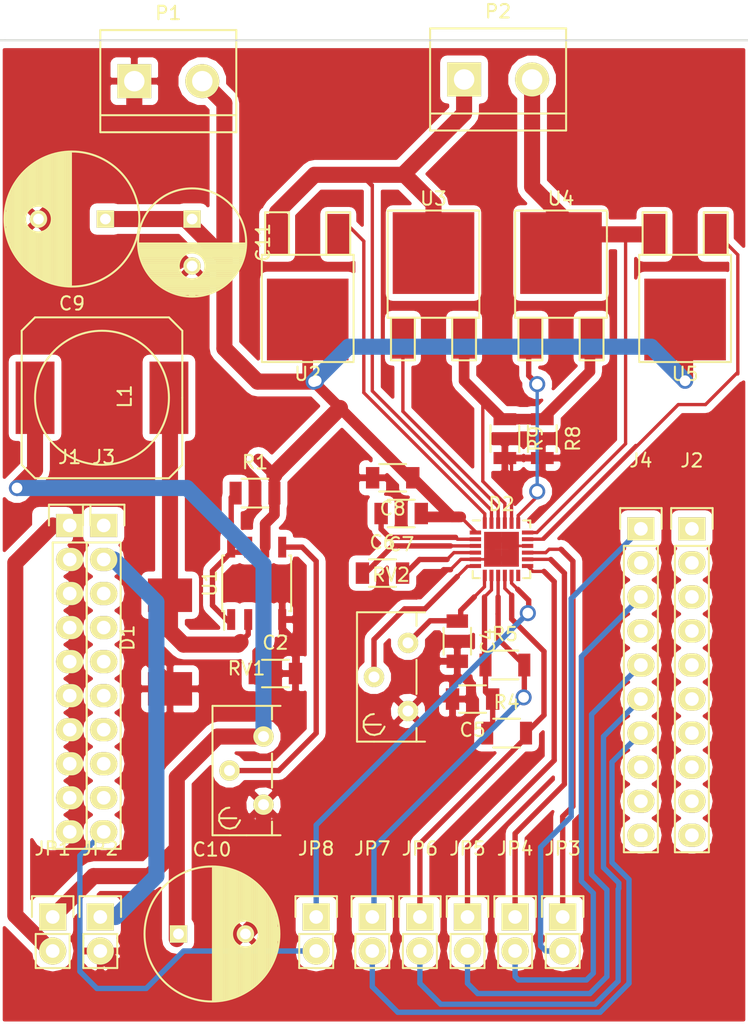
<source format=kicad_pcb>
(kicad_pcb (version 4) (host pcbnew 4.0.0-rc2-1-stable)

  (general
    (links 86)
    (no_connects 13)
    (area 79.727667 49.675 138.616905 126.909)
    (thickness 1.6)
    (drawings 11)
    (tracks 324)
    (zones 0)
    (modules 38)
    (nets 61)
  )

  (page A4)
  (layers
    (0 F.Cu signal)
    (31 B.Cu signal hide)
    (32 B.Adhes user)
    (33 F.Adhes user)
    (34 B.Paste user)
    (35 F.Paste user)
    (36 B.SilkS user)
    (37 F.SilkS user)
    (38 B.Mask user)
    (39 F.Mask user)
    (40 Dwgs.User user)
    (41 Cmts.User user)
    (42 Eco1.User user hide)
    (43 Eco2.User user hide)
    (44 Edge.Cuts user hide)
    (45 Margin user hide)
    (46 B.CrtYd user hide)
    (47 F.CrtYd user hide)
    (48 B.Fab user hide)
    (49 F.Fab user hide)
  )

  (setup
    (last_trace_width 0.25)
    (user_trace_width 0.25)
    (user_trace_width 0.4)
    (user_trace_width 0.8)
    (user_trace_width 1.2)
    (trace_clearance 0.2)
    (zone_clearance 0.508)
    (zone_45_only no)
    (trace_min 0.2)
    (segment_width 0.2)
    (edge_width 0.15)
    (via_size 1.2)
    (via_drill 0.8)
    (via_min_size 1.2)
    (via_min_drill 0.8)
    (user_via 1.2 0.8)
    (uvia_size 0.3)
    (uvia_drill 0.1)
    (uvias_allowed no)
    (uvia_min_size 0.2)
    (uvia_min_drill 0.1)
    (pcb_text_width 0.3)
    (pcb_text_size 1.5 1.5)
    (mod_edge_width 0.15)
    (mod_text_size 1 1)
    (mod_text_width 0.15)
    (pad_size 1.524 1.524)
    (pad_drill 0.762)
    (pad_to_mask_clearance 0.2)
    (aux_axis_origin 0 0)
    (visible_elements FFFFFF7F)
    (pcbplotparams
      (layerselection 0x00030_80000001)
      (usegerberextensions false)
      (excludeedgelayer true)
      (linewidth 0.100000)
      (plotframeref false)
      (viasonmask false)
      (mode 1)
      (useauxorigin false)
      (hpglpennumber 1)
      (hpglpenspeed 20)
      (hpglpendiameter 15)
      (hpglpenoverlay 2)
      (psnegative false)
      (psa4output false)
      (plotreference true)
      (plotvalue true)
      (plotinvisibletext false)
      (padsonsilk false)
      (subtractmaskfromsilk false)
      (outputformat 1)
      (mirror false)
      (drillshape 1)
      (scaleselection 1)
      (outputdirectory ""))
  )

  (net 0 "")
  (net 1 VM)
  (net 2 GND)
  (net 3 "Net-(C2-Pad1)")
  (net 4 +3V3)
  (net 5 "Net-(C4-Pad1)")
  (net 6 "Net-(C5-Pad1)")
  (net 7 "Net-(C6-Pad1)")
  (net 8 "Net-(C6-Pad2)")
  (net 9 "Net-(C7-Pad2)")
  (net 10 "Net-(D1-Pad1)")
  (net 11 "Net-(D2-Pad6)")
  (net 12 "Net-(D2-Pad12)")
  (net 13 "Net-(D2-Pad17)")
  (net 14 "Net-(D2-Pad18)")
  (net 15 "Net-(D2-Pad19)")
  (net 16 "Net-(D2-Pad21)")
  (net 17 "Net-(D2-Pad22)")
  (net 18 "Net-(D2-Pad23)")
  (net 19 "Net-(D2-Pad24)")
  (net 20 "Net-(J1-Pad2)")
  (net 21 "Net-(J1-Pad3)")
  (net 22 "Net-(J1-Pad4)")
  (net 23 "Net-(J1-Pad6)")
  (net 24 "Net-(J1-Pad7)")
  (net 25 "Net-(J1-Pad8)")
  (net 26 "Net-(J1-Pad9)")
  (net 27 "Net-(J1-Pad10)")
  (net 28 "Net-(J2-Pad1)")
  (net 29 "Net-(J2-Pad2)")
  (net 30 "Net-(J2-Pad3)")
  (net 31 "Net-(J2-Pad4)")
  (net 32 "Net-(J2-Pad5)")
  (net 33 "Net-(J2-Pad6)")
  (net 34 "Net-(J2-Pad7)")
  (net 35 "Net-(J2-Pad8)")
  (net 36 "Net-(J2-Pad9)")
  (net 37 "Net-(J2-Pad10)")
  (net 38 +5V)
  (net 39 "Net-(J3-Pad4)")
  (net 40 "Net-(J3-Pad5)")
  (net 41 "Net-(J3-Pad6)")
  (net 42 "Net-(J3-Pad7)")
  (net 43 "Net-(J3-Pad8)")
  (net 44 "Net-(J3-Pad9)")
  (net 45 "Net-(J4-Pad4)")
  (net 46 "Net-(J4-Pad8)")
  (net 47 "Net-(J4-Pad9)")
  (net 48 "Net-(J4-Pad10)")
  (net 49 "Net-(R1-Pad1)")
  (net 50 "Net-(RV1-Pad2)")
  (net 51 /A1)
  (net 52 "Net-(J1-Pad5)")
  (net 53 "Net-(J3-Pad3)")
  (net 54 /P36)
  (net 55 /P35)
  (net 56 /P34)
  (net 57 /P40)
  (net 58 /P38)
  (net 59 "Net-(J4-Pad2)")
  (net 60 GNDA)

  (net_class Default "This is the default net class."
    (clearance 0.2)
    (trace_width 0.25)
    (via_dia 1.2)
    (via_drill 0.8)
    (uvia_dia 0.3)
    (uvia_drill 0.1)
    (add_net +3V3)
    (add_net +5V)
    (add_net /A1)
    (add_net /P34)
    (add_net /P35)
    (add_net /P36)
    (add_net /P38)
    (add_net /P40)
    (add_net GND)
    (add_net GNDA)
    (add_net "Net-(C2-Pad1)")
    (add_net "Net-(C4-Pad1)")
    (add_net "Net-(C5-Pad1)")
    (add_net "Net-(C6-Pad1)")
    (add_net "Net-(C6-Pad2)")
    (add_net "Net-(C7-Pad2)")
    (add_net "Net-(D1-Pad1)")
    (add_net "Net-(D2-Pad12)")
    (add_net "Net-(D2-Pad17)")
    (add_net "Net-(D2-Pad18)")
    (add_net "Net-(D2-Pad19)")
    (add_net "Net-(D2-Pad21)")
    (add_net "Net-(D2-Pad22)")
    (add_net "Net-(D2-Pad23)")
    (add_net "Net-(D2-Pad24)")
    (add_net "Net-(D2-Pad6)")
    (add_net "Net-(J1-Pad10)")
    (add_net "Net-(J1-Pad2)")
    (add_net "Net-(J1-Pad3)")
    (add_net "Net-(J1-Pad4)")
    (add_net "Net-(J1-Pad5)")
    (add_net "Net-(J1-Pad6)")
    (add_net "Net-(J1-Pad7)")
    (add_net "Net-(J1-Pad8)")
    (add_net "Net-(J1-Pad9)")
    (add_net "Net-(J2-Pad1)")
    (add_net "Net-(J2-Pad10)")
    (add_net "Net-(J2-Pad2)")
    (add_net "Net-(J2-Pad3)")
    (add_net "Net-(J2-Pad4)")
    (add_net "Net-(J2-Pad5)")
    (add_net "Net-(J2-Pad6)")
    (add_net "Net-(J2-Pad7)")
    (add_net "Net-(J2-Pad8)")
    (add_net "Net-(J2-Pad9)")
    (add_net "Net-(J3-Pad3)")
    (add_net "Net-(J3-Pad4)")
    (add_net "Net-(J3-Pad5)")
    (add_net "Net-(J3-Pad6)")
    (add_net "Net-(J3-Pad7)")
    (add_net "Net-(J3-Pad8)")
    (add_net "Net-(J3-Pad9)")
    (add_net "Net-(J4-Pad10)")
    (add_net "Net-(J4-Pad2)")
    (add_net "Net-(J4-Pad4)")
    (add_net "Net-(J4-Pad8)")
    (add_net "Net-(J4-Pad9)")
    (add_net "Net-(R1-Pad1)")
    (add_net "Net-(RV1-Pad2)")
    (add_net VM)
  )

  (net_class PPAD ""
    (clearance 0.2)
    (trace_width 0.2)
    (via_dia 1.2)
    (via_drill 0.8)
    (uvia_dia 0.3)
    (uvia_drill 0.1)
  )

  (module Capacitors_SMD:C_1206 (layer F.Cu) (tedit 5415D7BD) (tstamp 56C60933)
    (at 101.473 100.203)
    (descr "Capacitor SMD 1206, reflow soldering, AVX (see smccp.pdf)")
    (tags "capacitor 1206")
    (path /56C54547)
    (attr smd)
    (fp_text reference C2 (at 0 -2.3) (layer F.SilkS)
      (effects (font (size 1 1) (thickness 0.15)))
    )
    (fp_text value C (at 0 2.3) (layer F.Fab)
      (effects (font (size 1 1) (thickness 0.15)))
    )
    (fp_line (start -2.3 -1.15) (end 2.3 -1.15) (layer F.CrtYd) (width 0.05))
    (fp_line (start -2.3 1.15) (end 2.3 1.15) (layer F.CrtYd) (width 0.05))
    (fp_line (start -2.3 -1.15) (end -2.3 1.15) (layer F.CrtYd) (width 0.05))
    (fp_line (start 2.3 -1.15) (end 2.3 1.15) (layer F.CrtYd) (width 0.05))
    (fp_line (start 1 -1.025) (end -1 -1.025) (layer F.SilkS) (width 0.15))
    (fp_line (start -1 1.025) (end 1 1.025) (layer F.SilkS) (width 0.15))
    (pad 1 smd rect (at -1.5 0) (size 1 1.6) (layers F.Cu F.Paste F.Mask)
      (net 3 "Net-(C2-Pad1)"))
    (pad 2 smd rect (at 1.5 0) (size 1 1.6) (layers F.Cu F.Paste F.Mask)
      (net 2 GND))
    (model Capacitors_SMD.3dshapes/C_1206.wrl
      (at (xyz 0 0 0))
      (scale (xyz 1 1 1))
      (rotate (xyz 0 0 0))
    )
  )

  (module Capacitors_SMD:C_1206 (layer F.Cu) (tedit 5415D7BD) (tstamp 56C6093F)
    (at 115.062 97.79 270)
    (descr "Capacitor SMD 1206, reflow soldering, AVX (see smccp.pdf)")
    (tags "capacitor 1206")
    (path /56C42EC6)
    (attr smd)
    (fp_text reference C4 (at 0 -2.3 270) (layer F.SilkS)
      (effects (font (size 1 1) (thickness 0.15)))
    )
    (fp_text value 1uF (at 0 2.3 270) (layer F.Fab)
      (effects (font (size 1 1) (thickness 0.15)))
    )
    (fp_line (start -2.3 -1.15) (end 2.3 -1.15) (layer F.CrtYd) (width 0.05))
    (fp_line (start -2.3 1.15) (end 2.3 1.15) (layer F.CrtYd) (width 0.05))
    (fp_line (start -2.3 -1.15) (end -2.3 1.15) (layer F.CrtYd) (width 0.05))
    (fp_line (start 2.3 -1.15) (end 2.3 1.15) (layer F.CrtYd) (width 0.05))
    (fp_line (start 1 -1.025) (end -1 -1.025) (layer F.SilkS) (width 0.15))
    (fp_line (start -1 1.025) (end 1 1.025) (layer F.SilkS) (width 0.15))
    (pad 1 smd rect (at -1.5 0 270) (size 1 1.6) (layers F.Cu F.Paste F.Mask)
      (net 5 "Net-(C4-Pad1)"))
    (pad 2 smd rect (at 1.5 0 270) (size 1 1.6) (layers F.Cu F.Paste F.Mask)
      (net 2 GND))
    (model Capacitors_SMD.3dshapes/C_1206.wrl
      (at (xyz 0 0 0))
      (scale (xyz 1 1 1))
      (rotate (xyz 0 0 0))
    )
  )

  (module Capacitors_SMD:C_1206 (layer F.Cu) (tedit 5415D7BD) (tstamp 56C60945)
    (at 116.205 102.108 180)
    (descr "Capacitor SMD 1206, reflow soldering, AVX (see smccp.pdf)")
    (tags "capacitor 1206")
    (path /56C42F5B)
    (attr smd)
    (fp_text reference C5 (at 0 -2.3 180) (layer F.SilkS)
      (effects (font (size 1 1) (thickness 0.15)))
    )
    (fp_text value 1uF (at 0 2.3 180) (layer F.Fab)
      (effects (font (size 1 1) (thickness 0.15)))
    )
    (fp_line (start -2.3 -1.15) (end 2.3 -1.15) (layer F.CrtYd) (width 0.05))
    (fp_line (start -2.3 1.15) (end 2.3 1.15) (layer F.CrtYd) (width 0.05))
    (fp_line (start -2.3 -1.15) (end -2.3 1.15) (layer F.CrtYd) (width 0.05))
    (fp_line (start 2.3 -1.15) (end 2.3 1.15) (layer F.CrtYd) (width 0.05))
    (fp_line (start 1 -1.025) (end -1 -1.025) (layer F.SilkS) (width 0.15))
    (fp_line (start -1 1.025) (end 1 1.025) (layer F.SilkS) (width 0.15))
    (pad 1 smd rect (at -1.5 0 180) (size 1 1.6) (layers F.Cu F.Paste F.Mask)
      (net 6 "Net-(C5-Pad1)"))
    (pad 2 smd rect (at 1.5 0 180) (size 1 1.6) (layers F.Cu F.Paste F.Mask)
      (net 2 GND))
    (model Capacitors_SMD.3dshapes/C_1206.wrl
      (at (xyz 0 0 0))
      (scale (xyz 1 1 1))
      (rotate (xyz 0 0 0))
    )
  )

  (module Capacitors_SMD:C_1206 (layer F.Cu) (tedit 5415D7BD) (tstamp 56C6094B)
    (at 109.474 92.71)
    (descr "Capacitor SMD 1206, reflow soldering, AVX (see smccp.pdf)")
    (tags "capacitor 1206")
    (path /56C42B60)
    (attr smd)
    (fp_text reference C6 (at 0 -2.3) (layer F.SilkS)
      (effects (font (size 1 1) (thickness 0.15)))
    )
    (fp_text value C (at 0 2.3) (layer F.Fab)
      (effects (font (size 1 1) (thickness 0.15)))
    )
    (fp_line (start -2.3 -1.15) (end 2.3 -1.15) (layer F.CrtYd) (width 0.05))
    (fp_line (start -2.3 1.15) (end 2.3 1.15) (layer F.CrtYd) (width 0.05))
    (fp_line (start -2.3 -1.15) (end -2.3 1.15) (layer F.CrtYd) (width 0.05))
    (fp_line (start 2.3 -1.15) (end 2.3 1.15) (layer F.CrtYd) (width 0.05))
    (fp_line (start 1 -1.025) (end -1 -1.025) (layer F.SilkS) (width 0.15))
    (fp_line (start -1 1.025) (end 1 1.025) (layer F.SilkS) (width 0.15))
    (pad 1 smd rect (at -1.5 0) (size 1 1.6) (layers F.Cu F.Paste F.Mask)
      (net 7 "Net-(C6-Pad1)"))
    (pad 2 smd rect (at 1.5 0) (size 1 1.6) (layers F.Cu F.Paste F.Mask)
      (net 8 "Net-(C6-Pad2)"))
    (model Capacitors_SMD.3dshapes/C_1206.wrl
      (at (xyz 0 0 0))
      (scale (xyz 1 1 1))
      (rotate (xyz 0 0 0))
    )
  )

  (module Capacitors_SMD:C_1206 (layer F.Cu) (tedit 5415D7BD) (tstamp 56C60951)
    (at 110.871 88.265 180)
    (descr "Capacitor SMD 1206, reflow soldering, AVX (see smccp.pdf)")
    (tags "capacitor 1206")
    (path /56C42806)
    (attr smd)
    (fp_text reference C7 (at 0 -2.3 180) (layer F.SilkS)
      (effects (font (size 1 1) (thickness 0.15)))
    )
    (fp_text value 1uF (at 0 2.3 180) (layer F.Fab)
      (effects (font (size 1 1) (thickness 0.15)))
    )
    (fp_line (start -2.3 -1.15) (end 2.3 -1.15) (layer F.CrtYd) (width 0.05))
    (fp_line (start -2.3 1.15) (end 2.3 1.15) (layer F.CrtYd) (width 0.05))
    (fp_line (start -2.3 -1.15) (end -2.3 1.15) (layer F.CrtYd) (width 0.05))
    (fp_line (start 2.3 -1.15) (end 2.3 1.15) (layer F.CrtYd) (width 0.05))
    (fp_line (start 1 -1.025) (end -1 -1.025) (layer F.SilkS) (width 0.15))
    (fp_line (start -1 1.025) (end 1 1.025) (layer F.SilkS) (width 0.15))
    (pad 1 smd rect (at -1.5 0 180) (size 1 1.6) (layers F.Cu F.Paste F.Mask)
      (net 1 VM))
    (pad 2 smd rect (at 1.5 0 180) (size 1 1.6) (layers F.Cu F.Paste F.Mask)
      (net 9 "Net-(C7-Pad2)"))
    (model Capacitors_SMD.3dshapes/C_1206.wrl
      (at (xyz 0 0 0))
      (scale (xyz 1 1 1))
      (rotate (xyz 0 0 0))
    )
  )

  (module Capacitors_SMD:C_1206 (layer F.Cu) (tedit 5415D7BD) (tstamp 56C60957)
    (at 110.236 85.598 180)
    (descr "Capacitor SMD 1206, reflow soldering, AVX (see smccp.pdf)")
    (tags "capacitor 1206")
    (path /56C42885)
    (attr smd)
    (fp_text reference C8 (at 0 -2.3 180) (layer F.SilkS)
      (effects (font (size 1 1) (thickness 0.15)))
    )
    (fp_text value 0.1uF (at 0 2.3 180) (layer F.Fab)
      (effects (font (size 1 1) (thickness 0.15)))
    )
    (fp_line (start -2.3 -1.15) (end 2.3 -1.15) (layer F.CrtYd) (width 0.05))
    (fp_line (start -2.3 1.15) (end 2.3 1.15) (layer F.CrtYd) (width 0.05))
    (fp_line (start -2.3 -1.15) (end -2.3 1.15) (layer F.CrtYd) (width 0.05))
    (fp_line (start 2.3 -1.15) (end 2.3 1.15) (layer F.CrtYd) (width 0.05))
    (fp_line (start 1 -1.025) (end -1 -1.025) (layer F.SilkS) (width 0.15))
    (fp_line (start -1 1.025) (end 1 1.025) (layer F.SilkS) (width 0.15))
    (pad 1 smd rect (at -1.5 0 180) (size 1 1.6) (layers F.Cu F.Paste F.Mask)
      (net 1 VM))
    (pad 2 smd rect (at 1.5 0 180) (size 1 1.6) (layers F.Cu F.Paste F.Mask)
      (net 2 GND))
    (model Capacitors_SMD.3dshapes/C_1206.wrl
      (at (xyz 0 0 0))
      (scale (xyz 1 1 1))
      (rotate (xyz 0 0 0))
    )
  )

  (module Diodes_SMD:9.40x3.30 (layer F.Cu) (tedit 56C606EE) (tstamp 56C6095D)
    (at 93.599 97.536 90)
    (path /56C54C6E)
    (fp_text reference D1 (at 0 -3.175 90) (layer F.SilkS)
      (effects (font (size 1 1) (thickness 0.15)))
    )
    (fp_text value D_Schottky (at 0 3.175 90) (layer F.Fab)
      (effects (font (size 1 1) (thickness 0.15)))
    )
    (pad 1 smd rect (at 3.175 0 90) (size 2.5 3.3) (layers F.Cu F.Paste F.Mask)
      (net 10 "Net-(D1-Pad1)"))
    (pad 2 smd rect (at -3.81 0 90) (size 2.5 3.3) (layers F.Cu F.Paste F.Mask)
      (net 2 GND))
  )

  (module Housings_DFN_QFN:QFN-24-1EP_4x4mm_Pitch0.5mm (layer F.Cu) (tedit 54130A77) (tstamp 56C6097D)
    (at 118.364 90.932)
    (descr "24-Lead Plastic Quad Flat, No Lead Package (MJ) - 4x4x0.9 mm Body [QFN]; (see Microchip Packaging Specification 00000049BS.pdf)")
    (tags "QFN 0.5")
    (path /56C42641)
    (attr smd)
    (fp_text reference D2 (at 0 -3.375) (layer F.SilkS)
      (effects (font (size 1 1) (thickness 0.15)))
    )
    (fp_text value DRV_8701 (at 0 3.375) (layer F.Fab)
      (effects (font (size 1 1) (thickness 0.15)))
    )
    (fp_line (start -2.65 -2.65) (end -2.65 2.65) (layer F.CrtYd) (width 0.05))
    (fp_line (start 2.65 -2.65) (end 2.65 2.65) (layer F.CrtYd) (width 0.05))
    (fp_line (start -2.65 -2.65) (end 2.65 -2.65) (layer F.CrtYd) (width 0.05))
    (fp_line (start -2.65 2.65) (end 2.65 2.65) (layer F.CrtYd) (width 0.05))
    (fp_line (start 2.15 -2.15) (end 2.15 -1.625) (layer F.SilkS) (width 0.15))
    (fp_line (start -2.15 2.15) (end -2.15 1.625) (layer F.SilkS) (width 0.15))
    (fp_line (start 2.15 2.15) (end 2.15 1.625) (layer F.SilkS) (width 0.15))
    (fp_line (start -2.15 -2.15) (end -1.625 -2.15) (layer F.SilkS) (width 0.15))
    (fp_line (start -2.15 2.15) (end -1.625 2.15) (layer F.SilkS) (width 0.15))
    (fp_line (start 2.15 2.15) (end 1.625 2.15) (layer F.SilkS) (width 0.15))
    (fp_line (start 2.15 -2.15) (end 1.625 -2.15) (layer F.SilkS) (width 0.15))
    (pad 1 smd rect (at -1.95 -1.25) (size 0.85 0.3) (layers F.Cu F.Paste F.Mask)
      (net 1 VM))
    (pad 2 smd rect (at -1.95 -0.75) (size 0.85 0.3) (layers F.Cu F.Paste F.Mask)
      (net 9 "Net-(C7-Pad2)"))
    (pad 3 smd rect (at -1.95 -0.25) (size 0.85 0.3) (layers F.Cu F.Paste F.Mask)
      (net 7 "Net-(C6-Pad1)"))
    (pad 4 smd rect (at -1.95 0.25) (size 0.85 0.3) (layers F.Cu F.Paste F.Mask)
      (net 8 "Net-(C6-Pad2)"))
    (pad 5 smd rect (at -1.95 0.75) (size 0.85 0.3) (layers F.Cu F.Paste F.Mask)
      (net 2 GND))
    (pad 6 smd rect (at -1.95 1.25) (size 0.85 0.3) (layers F.Cu F.Paste F.Mask)
      (net 11 "Net-(D2-Pad6)"))
    (pad 7 smd rect (at -1.25 1.95 90) (size 0.85 0.3) (layers F.Cu F.Paste F.Mask)
      (net 5 "Net-(C4-Pad1)"))
    (pad 8 smd rect (at -0.75 1.95 90) (size 0.85 0.3) (layers F.Cu F.Paste F.Mask)
      (net 6 "Net-(C5-Pad1)"))
    (pad 9 smd rect (at -0.25 1.95 90) (size 0.85 0.3) (layers F.Cu F.Paste F.Mask)
      (net 56 /P34))
    (pad 10 smd rect (at 0.25 1.95 90) (size 0.85 0.3) (layers F.Cu F.Paste F.Mask)
      (net 55 /P35))
    (pad 11 smd rect (at 0.75 1.95 90) (size 0.85 0.3) (layers F.Cu F.Paste F.Mask)
      (net 51 /A1))
    (pad 12 smd rect (at 1.25 1.95 90) (size 0.85 0.3) (layers F.Cu F.Paste F.Mask)
      (net 12 "Net-(D2-Pad12)"))
    (pad 13 smd rect (at 1.95 1.25) (size 0.85 0.3) (layers F.Cu F.Paste F.Mask)
      (net 54 /P36))
    (pad 14 smd rect (at 1.95 0.75) (size 0.85 0.3) (layers F.Cu F.Paste F.Mask)
      (net 58 /P38))
    (pad 15 smd rect (at 1.95 0.25) (size 0.85 0.3) (layers F.Cu F.Paste F.Mask)
      (net 57 /P40))
    (pad 16 smd rect (at 1.95 -0.25) (size 0.85 0.3) (layers F.Cu F.Paste F.Mask)
      (net 2 GND))
    (pad 17 smd rect (at 1.95 -0.75) (size 0.85 0.3) (layers F.Cu F.Paste F.Mask)
      (net 13 "Net-(D2-Pad17)"))
    (pad 18 smd rect (at 1.95 -1.25) (size 0.85 0.3) (layers F.Cu F.Paste F.Mask)
      (net 14 "Net-(D2-Pad18)"))
    (pad 19 smd rect (at 1.25 -1.95 90) (size 0.85 0.3) (layers F.Cu F.Paste F.Mask)
      (net 15 "Net-(D2-Pad19)"))
    (pad 20 smd rect (at 0.75 -1.95 90) (size 0.85 0.3) (layers F.Cu F.Paste F.Mask)
      (net 2 GND))
    (pad 21 smd rect (at 0.25 -1.95 90) (size 0.85 0.3) (layers F.Cu F.Paste F.Mask)
      (net 16 "Net-(D2-Pad21)"))
    (pad 22 smd rect (at -0.25 -1.95 90) (size 0.85 0.3) (layers F.Cu F.Paste F.Mask)
      (net 17 "Net-(D2-Pad22)"))
    (pad 23 smd rect (at -0.75 -1.95 90) (size 0.85 0.3) (layers F.Cu F.Paste F.Mask)
      (net 18 "Net-(D2-Pad23)"))
    (pad 24 smd rect (at -1.25 -1.95 90) (size 0.85 0.3) (layers F.Cu F.Paste F.Mask)
      (net 19 "Net-(D2-Pad24)"))
    (pad 25 smd rect (at 0.65 0.65) (size 1.3 1.3) (layers F.Cu F.Paste F.Mask)
      (net 2 GND) (solder_paste_margin_ratio -0.2))
    (pad 25 smd rect (at 0.65 -0.65) (size 1.3 1.3) (layers F.Cu F.Paste F.Mask)
      (net 2 GND) (solder_paste_margin_ratio -0.2))
    (pad 25 smd rect (at -0.65 0.65) (size 1.3 1.3) (layers F.Cu F.Paste F.Mask)
      (net 2 GND) (solder_paste_margin_ratio -0.2))
    (pad 25 smd rect (at -0.65 -0.65) (size 1.3 1.3) (layers F.Cu F.Paste F.Mask)
      (net 2 GND) (solder_paste_margin_ratio -0.2))
    (model Housings_DFN_QFN.3dshapes/QFN-24-1EP_4x4mm_Pitch0.5mm.wrl
      (at (xyz 0 0 0))
      (scale (xyz 1 1 1))
      (rotate (xyz 0 0 0))
    )
  )

  (module Pin_Headers:Pin_Header_Straight_1x10 (layer F.Cu) (tedit 0) (tstamp 56C6098B)
    (at 86.106 89.154)
    (descr "Through hole pin header")
    (tags "pin header")
    (path /56C597C3)
    (fp_text reference J1 (at 0 -5.1) (layer F.SilkS)
      (effects (font (size 1 1) (thickness 0.15)))
    )
    (fp_text value CONN_01X10 (at 0 -3.1) (layer F.Fab)
      (effects (font (size 1 1) (thickness 0.15)))
    )
    (fp_line (start -1.75 -1.75) (end -1.75 24.65) (layer F.CrtYd) (width 0.05))
    (fp_line (start 1.75 -1.75) (end 1.75 24.65) (layer F.CrtYd) (width 0.05))
    (fp_line (start -1.75 -1.75) (end 1.75 -1.75) (layer F.CrtYd) (width 0.05))
    (fp_line (start -1.75 24.65) (end 1.75 24.65) (layer F.CrtYd) (width 0.05))
    (fp_line (start 1.27 1.27) (end 1.27 24.13) (layer F.SilkS) (width 0.15))
    (fp_line (start 1.27 24.13) (end -1.27 24.13) (layer F.SilkS) (width 0.15))
    (fp_line (start -1.27 24.13) (end -1.27 1.27) (layer F.SilkS) (width 0.15))
    (fp_line (start 1.55 -1.55) (end 1.55 0) (layer F.SilkS) (width 0.15))
    (fp_line (start 1.27 1.27) (end -1.27 1.27) (layer F.SilkS) (width 0.15))
    (fp_line (start -1.55 0) (end -1.55 -1.55) (layer F.SilkS) (width 0.15))
    (fp_line (start -1.55 -1.55) (end 1.55 -1.55) (layer F.SilkS) (width 0.15))
    (pad 1 thru_hole rect (at 0 0) (size 2.032 1.7272) (drill 1.016) (layers *.Cu *.Mask F.SilkS)
      (net 4 +3V3))
    (pad 2 thru_hole oval (at 0 2.54) (size 2.032 1.7272) (drill 1.016) (layers *.Cu *.Mask F.SilkS)
      (net 20 "Net-(J1-Pad2)"))
    (pad 3 thru_hole oval (at 0 5.08) (size 2.032 1.7272) (drill 1.016) (layers *.Cu *.Mask F.SilkS)
      (net 21 "Net-(J1-Pad3)"))
    (pad 4 thru_hole oval (at 0 7.62) (size 2.032 1.7272) (drill 1.016) (layers *.Cu *.Mask F.SilkS)
      (net 22 "Net-(J1-Pad4)"))
    (pad 5 thru_hole oval (at 0 10.16) (size 2.032 1.7272) (drill 1.016) (layers *.Cu *.Mask F.SilkS)
      (net 52 "Net-(J1-Pad5)"))
    (pad 6 thru_hole oval (at 0 12.7) (size 2.032 1.7272) (drill 1.016) (layers *.Cu *.Mask F.SilkS)
      (net 23 "Net-(J1-Pad6)"))
    (pad 7 thru_hole oval (at 0 15.24) (size 2.032 1.7272) (drill 1.016) (layers *.Cu *.Mask F.SilkS)
      (net 24 "Net-(J1-Pad7)"))
    (pad 8 thru_hole oval (at 0 17.78) (size 2.032 1.7272) (drill 1.016) (layers *.Cu *.Mask F.SilkS)
      (net 25 "Net-(J1-Pad8)"))
    (pad 9 thru_hole oval (at 0 20.32) (size 2.032 1.7272) (drill 1.016) (layers *.Cu *.Mask F.SilkS)
      (net 26 "Net-(J1-Pad9)"))
    (pad 10 thru_hole oval (at 0 22.86) (size 2.032 1.7272) (drill 1.016) (layers *.Cu *.Mask F.SilkS)
      (net 27 "Net-(J1-Pad10)"))
    (model Pin_Headers.3dshapes/Pin_Header_Straight_1x10.wrl
      (at (xyz 0 -0.45 0))
      (scale (xyz 1 1 1))
      (rotate (xyz 0 0 90))
    )
  )

  (module Pin_Headers:Pin_Header_Straight_1x10 (layer F.Cu) (tedit 0) (tstamp 56C60999)
    (at 132.588 89.408)
    (descr "Through hole pin header")
    (tags "pin header")
    (path /56C598EC)
    (fp_text reference J2 (at 0 -5.1) (layer F.SilkS)
      (effects (font (size 1 1) (thickness 0.15)))
    )
    (fp_text value CONN_01X10 (at 0 -3.1) (layer F.Fab)
      (effects (font (size 1 1) (thickness 0.15)))
    )
    (fp_line (start -1.75 -1.75) (end -1.75 24.65) (layer F.CrtYd) (width 0.05))
    (fp_line (start 1.75 -1.75) (end 1.75 24.65) (layer F.CrtYd) (width 0.05))
    (fp_line (start -1.75 -1.75) (end 1.75 -1.75) (layer F.CrtYd) (width 0.05))
    (fp_line (start -1.75 24.65) (end 1.75 24.65) (layer F.CrtYd) (width 0.05))
    (fp_line (start 1.27 1.27) (end 1.27 24.13) (layer F.SilkS) (width 0.15))
    (fp_line (start 1.27 24.13) (end -1.27 24.13) (layer F.SilkS) (width 0.15))
    (fp_line (start -1.27 24.13) (end -1.27 1.27) (layer F.SilkS) (width 0.15))
    (fp_line (start 1.55 -1.55) (end 1.55 0) (layer F.SilkS) (width 0.15))
    (fp_line (start 1.27 1.27) (end -1.27 1.27) (layer F.SilkS) (width 0.15))
    (fp_line (start -1.55 0) (end -1.55 -1.55) (layer F.SilkS) (width 0.15))
    (fp_line (start -1.55 -1.55) (end 1.55 -1.55) (layer F.SilkS) (width 0.15))
    (pad 1 thru_hole rect (at 0 0) (size 2.032 1.7272) (drill 1.016) (layers *.Cu *.Mask F.SilkS)
      (net 28 "Net-(J2-Pad1)"))
    (pad 2 thru_hole oval (at 0 2.54) (size 2.032 1.7272) (drill 1.016) (layers *.Cu *.Mask F.SilkS)
      (net 29 "Net-(J2-Pad2)"))
    (pad 3 thru_hole oval (at 0 5.08) (size 2.032 1.7272) (drill 1.016) (layers *.Cu *.Mask F.SilkS)
      (net 30 "Net-(J2-Pad3)"))
    (pad 4 thru_hole oval (at 0 7.62) (size 2.032 1.7272) (drill 1.016) (layers *.Cu *.Mask F.SilkS)
      (net 31 "Net-(J2-Pad4)"))
    (pad 5 thru_hole oval (at 0 10.16) (size 2.032 1.7272) (drill 1.016) (layers *.Cu *.Mask F.SilkS)
      (net 32 "Net-(J2-Pad5)"))
    (pad 6 thru_hole oval (at 0 12.7) (size 2.032 1.7272) (drill 1.016) (layers *.Cu *.Mask F.SilkS)
      (net 33 "Net-(J2-Pad6)"))
    (pad 7 thru_hole oval (at 0 15.24) (size 2.032 1.7272) (drill 1.016) (layers *.Cu *.Mask F.SilkS)
      (net 34 "Net-(J2-Pad7)"))
    (pad 8 thru_hole oval (at 0 17.78) (size 2.032 1.7272) (drill 1.016) (layers *.Cu *.Mask F.SilkS)
      (net 35 "Net-(J2-Pad8)"))
    (pad 9 thru_hole oval (at 0 20.32) (size 2.032 1.7272) (drill 1.016) (layers *.Cu *.Mask F.SilkS)
      (net 36 "Net-(J2-Pad9)"))
    (pad 10 thru_hole oval (at 0 22.86) (size 2.032 1.7272) (drill 1.016) (layers *.Cu *.Mask F.SilkS)
      (net 37 "Net-(J2-Pad10)"))
    (model Pin_Headers.3dshapes/Pin_Header_Straight_1x10.wrl
      (at (xyz 0 -0.45 0))
      (scale (xyz 1 1 1))
      (rotate (xyz 0 0 90))
    )
  )

  (module Pin_Headers:Pin_Header_Straight_1x10 (layer F.Cu) (tedit 0) (tstamp 56C609A7)
    (at 88.646 89.154)
    (descr "Through hole pin header")
    (tags "pin header")
    (path /56C59656)
    (fp_text reference J3 (at 0 -5.1) (layer F.SilkS)
      (effects (font (size 1 1) (thickness 0.15)))
    )
    (fp_text value CONN_01X10 (at 0 -3.1) (layer F.Fab)
      (effects (font (size 1 1) (thickness 0.15)))
    )
    (fp_line (start -1.75 -1.75) (end -1.75 24.65) (layer F.CrtYd) (width 0.05))
    (fp_line (start 1.75 -1.75) (end 1.75 24.65) (layer F.CrtYd) (width 0.05))
    (fp_line (start -1.75 -1.75) (end 1.75 -1.75) (layer F.CrtYd) (width 0.05))
    (fp_line (start -1.75 24.65) (end 1.75 24.65) (layer F.CrtYd) (width 0.05))
    (fp_line (start 1.27 1.27) (end 1.27 24.13) (layer F.SilkS) (width 0.15))
    (fp_line (start 1.27 24.13) (end -1.27 24.13) (layer F.SilkS) (width 0.15))
    (fp_line (start -1.27 24.13) (end -1.27 1.27) (layer F.SilkS) (width 0.15))
    (fp_line (start 1.55 -1.55) (end 1.55 0) (layer F.SilkS) (width 0.15))
    (fp_line (start 1.27 1.27) (end -1.27 1.27) (layer F.SilkS) (width 0.15))
    (fp_line (start -1.55 0) (end -1.55 -1.55) (layer F.SilkS) (width 0.15))
    (fp_line (start -1.55 -1.55) (end 1.55 -1.55) (layer F.SilkS) (width 0.15))
    (pad 1 thru_hole rect (at 0 0) (size 2.032 1.7272) (drill 1.016) (layers *.Cu *.Mask F.SilkS)
      (net 38 +5V))
    (pad 2 thru_hole oval (at 0 2.54) (size 2.032 1.7272) (drill 1.016) (layers *.Cu *.Mask F.SilkS)
      (net 60 GNDA))
    (pad 3 thru_hole oval (at 0 5.08) (size 2.032 1.7272) (drill 1.016) (layers *.Cu *.Mask F.SilkS)
      (net 53 "Net-(J3-Pad3)"))
    (pad 4 thru_hole oval (at 0 7.62) (size 2.032 1.7272) (drill 1.016) (layers *.Cu *.Mask F.SilkS)
      (net 39 "Net-(J3-Pad4)"))
    (pad 5 thru_hole oval (at 0 10.16) (size 2.032 1.7272) (drill 1.016) (layers *.Cu *.Mask F.SilkS)
      (net 40 "Net-(J3-Pad5)"))
    (pad 6 thru_hole oval (at 0 12.7) (size 2.032 1.7272) (drill 1.016) (layers *.Cu *.Mask F.SilkS)
      (net 41 "Net-(J3-Pad6)"))
    (pad 7 thru_hole oval (at 0 15.24) (size 2.032 1.7272) (drill 1.016) (layers *.Cu *.Mask F.SilkS)
      (net 42 "Net-(J3-Pad7)"))
    (pad 8 thru_hole oval (at 0 17.78) (size 2.032 1.7272) (drill 1.016) (layers *.Cu *.Mask F.SilkS)
      (net 43 "Net-(J3-Pad8)"))
    (pad 9 thru_hole oval (at 0 20.32) (size 2.032 1.7272) (drill 1.016) (layers *.Cu *.Mask F.SilkS)
      (net 44 "Net-(J3-Pad9)"))
    (pad 10 thru_hole oval (at 0 22.86) (size 2.032 1.7272) (drill 1.016) (layers *.Cu *.Mask F.SilkS)
      (net 51 /A1))
    (model Pin_Headers.3dshapes/Pin_Header_Straight_1x10.wrl
      (at (xyz 0 -0.45 0))
      (scale (xyz 1 1 1))
      (rotate (xyz 0 0 90))
    )
  )

  (module Pin_Headers:Pin_Header_Straight_1x10 (layer F.Cu) (tedit 0) (tstamp 56C609B5)
    (at 128.778 89.408)
    (descr "Through hole pin header")
    (tags "pin header")
    (path /56C59856)
    (fp_text reference J4 (at 0 -5.1) (layer F.SilkS)
      (effects (font (size 1 1) (thickness 0.15)))
    )
    (fp_text value CONN_01X10 (at 0 -3.1) (layer F.Fab)
      (effects (font (size 1 1) (thickness 0.15)))
    )
    (fp_line (start -1.75 -1.75) (end -1.75 24.65) (layer F.CrtYd) (width 0.05))
    (fp_line (start 1.75 -1.75) (end 1.75 24.65) (layer F.CrtYd) (width 0.05))
    (fp_line (start -1.75 -1.75) (end 1.75 -1.75) (layer F.CrtYd) (width 0.05))
    (fp_line (start -1.75 24.65) (end 1.75 24.65) (layer F.CrtYd) (width 0.05))
    (fp_line (start 1.27 1.27) (end 1.27 24.13) (layer F.SilkS) (width 0.15))
    (fp_line (start 1.27 24.13) (end -1.27 24.13) (layer F.SilkS) (width 0.15))
    (fp_line (start -1.27 24.13) (end -1.27 1.27) (layer F.SilkS) (width 0.15))
    (fp_line (start 1.55 -1.55) (end 1.55 0) (layer F.SilkS) (width 0.15))
    (fp_line (start 1.27 1.27) (end -1.27 1.27) (layer F.SilkS) (width 0.15))
    (fp_line (start -1.55 0) (end -1.55 -1.55) (layer F.SilkS) (width 0.15))
    (fp_line (start -1.55 -1.55) (end 1.55 -1.55) (layer F.SilkS) (width 0.15))
    (pad 1 thru_hole rect (at 0 0) (size 2.032 1.7272) (drill 1.016) (layers *.Cu *.Mask F.SilkS)
      (net 57 /P40))
    (pad 2 thru_hole oval (at 0 2.54) (size 2.032 1.7272) (drill 1.016) (layers *.Cu *.Mask F.SilkS)
      (net 59 "Net-(J4-Pad2)"))
    (pad 3 thru_hole oval (at 0 5.08) (size 2.032 1.7272) (drill 1.016) (layers *.Cu *.Mask F.SilkS)
      (net 58 /P38))
    (pad 4 thru_hole oval (at 0 7.62) (size 2.032 1.7272) (drill 1.016) (layers *.Cu *.Mask F.SilkS)
      (net 45 "Net-(J4-Pad4)"))
    (pad 5 thru_hole oval (at 0 10.16) (size 2.032 1.7272) (drill 1.016) (layers *.Cu *.Mask F.SilkS)
      (net 54 /P36))
    (pad 6 thru_hole oval (at 0 12.7) (size 2.032 1.7272) (drill 1.016) (layers *.Cu *.Mask F.SilkS)
      (net 55 /P35))
    (pad 7 thru_hole oval (at 0 15.24) (size 2.032 1.7272) (drill 1.016) (layers *.Cu *.Mask F.SilkS)
      (net 56 /P34))
    (pad 8 thru_hole oval (at 0 17.78) (size 2.032 1.7272) (drill 1.016) (layers *.Cu *.Mask F.SilkS)
      (net 46 "Net-(J4-Pad8)"))
    (pad 9 thru_hole oval (at 0 20.32) (size 2.032 1.7272) (drill 1.016) (layers *.Cu *.Mask F.SilkS)
      (net 47 "Net-(J4-Pad9)"))
    (pad 10 thru_hole oval (at 0 22.86) (size 2.032 1.7272) (drill 1.016) (layers *.Cu *.Mask F.SilkS)
      (net 48 "Net-(J4-Pad10)"))
    (model Pin_Headers.3dshapes/Pin_Header_Straight_1x10.wrl
      (at (xyz 0 -0.45 0))
      (scale (xyz 1 1 1))
      (rotate (xyz 0 0 90))
    )
  )

  (module Inductors:SELF-WE-PD-XXL (layer F.Cu) (tedit 0) (tstamp 56C609BB)
    (at 88.519 79.629 180)
    (descr "SELF- WE-PD-XXL")
    (path /56C54D93)
    (attr smd)
    (fp_text reference L1 (at -1.69926 0.09906 270) (layer F.SilkS)
      (effects (font (size 1 1) (thickness 0.15)))
    )
    (fp_text value L_Small (at 1.80086 0 270) (layer F.Fab)
      (effects (font (size 1 1) (thickness 0.15)))
    )
    (fp_circle (center 0 0) (end 0 -5.00126) (layer F.SilkS) (width 0.15))
    (fp_line (start -5.99948 0) (end -5.99948 -5.00126) (layer F.SilkS) (width 0.15))
    (fp_line (start -5.99948 -5.00126) (end -5.00126 -5.99948) (layer F.SilkS) (width 0.15))
    (fp_line (start -5.00126 -5.99948) (end 5.00126 -5.99948) (layer F.SilkS) (width 0.15))
    (fp_line (start 5.00126 -5.99948) (end 5.99948 -5.00126) (layer F.SilkS) (width 0.15))
    (fp_line (start 5.99948 -5.00126) (end 5.99948 5.00126) (layer F.SilkS) (width 0.15))
    (fp_line (start 5.99948 5.00126) (end 5.00126 5.99948) (layer F.SilkS) (width 0.15))
    (fp_line (start 5.00126 5.99948) (end -5.00126 5.99948) (layer F.SilkS) (width 0.15))
    (fp_line (start -5.00126 5.99948) (end -5.99948 5.00126) (layer F.SilkS) (width 0.15))
    (fp_line (start -5.99948 5.00126) (end -5.99948 0) (layer F.SilkS) (width 0.15))
    (fp_text user "" (at 0 0 180) (layer F.SilkS)
      (effects (font (size 1 1) (thickness 0.15)))
    )
    (fp_text user "" (at 0 0 180) (layer F.SilkS)
      (effects (font (size 1 1) (thickness 0.15)))
    )
    (pad 1 smd rect (at -5.00126 0 180) (size 2.90068 5.40004) (layers F.Cu F.Paste F.Mask)
      (net 10 "Net-(D1-Pad1)"))
    (pad 2 smd rect (at 5.00126 0 180) (size 2.90068 5.40004) (layers F.Cu F.Paste F.Mask)
      (net 4 +3V3))
    (model Inductors.3dshapes/SELF-WE-PD-XXL.wrl
      (at (xyz 0 0 0))
      (scale (xyz 1 1 1))
      (rotate (xyz 0 0 0))
    )
  )

  (module Resistors_SMD:R_1206 (layer F.Cu) (tedit 5415CFA7) (tstamp 56C609CD)
    (at 99.949 86.741)
    (descr "Resistor SMD 1206, reflow soldering, Vishay (see dcrcw.pdf)")
    (tags "resistor 1206")
    (path /56C54076)
    (attr smd)
    (fp_text reference R1 (at 0 -2.3) (layer F.SilkS)
      (effects (font (size 1 1) (thickness 0.15)))
    )
    (fp_text value R (at 0 2.3) (layer F.Fab)
      (effects (font (size 1 1) (thickness 0.15)))
    )
    (fp_line (start -2.2 -1.2) (end 2.2 -1.2) (layer F.CrtYd) (width 0.05))
    (fp_line (start -2.2 1.2) (end 2.2 1.2) (layer F.CrtYd) (width 0.05))
    (fp_line (start -2.2 -1.2) (end -2.2 1.2) (layer F.CrtYd) (width 0.05))
    (fp_line (start 2.2 -1.2) (end 2.2 1.2) (layer F.CrtYd) (width 0.05))
    (fp_line (start 1 1.075) (end -1 1.075) (layer F.SilkS) (width 0.15))
    (fp_line (start -1 -1.075) (end 1 -1.075) (layer F.SilkS) (width 0.15))
    (pad 1 smd rect (at -1.45 0) (size 0.9 1.7) (layers F.Cu F.Paste F.Mask)
      (net 49 "Net-(R1-Pad1)"))
    (pad 2 smd rect (at 1.45 0) (size 0.9 1.7) (layers F.Cu F.Paste F.Mask)
      (net 1 VM))
    (model Resistors_SMD.3dshapes/R_1206.wrl
      (at (xyz 0 0 0))
      (scale (xyz 1 1 1))
      (rotate (xyz 0 0 0))
    )
  )

  (module Resistors_SMD:R_1206 (layer F.Cu) (tedit 5415CFA7) (tstamp 56C609D3)
    (at 118.745 104.648)
    (descr "Resistor SMD 1206, reflow soldering, Vishay (see dcrcw.pdf)")
    (tags "resistor 1206")
    (path /56C42E50)
    (attr smd)
    (fp_text reference R4 (at 0 -2.3) (layer F.SilkS)
      (effects (font (size 1 1) (thickness 0.15)))
    )
    (fp_text value 10k (at 0 2.3) (layer F.Fab)
      (effects (font (size 1 1) (thickness 0.15)))
    )
    (fp_line (start -2.2 -1.2) (end 2.2 -1.2) (layer F.CrtYd) (width 0.05))
    (fp_line (start -2.2 1.2) (end 2.2 1.2) (layer F.CrtYd) (width 0.05))
    (fp_line (start -2.2 -1.2) (end -2.2 1.2) (layer F.CrtYd) (width 0.05))
    (fp_line (start 2.2 -1.2) (end 2.2 1.2) (layer F.CrtYd) (width 0.05))
    (fp_line (start 1 1.075) (end -1 1.075) (layer F.SilkS) (width 0.15))
    (fp_line (start -1 -1.075) (end 1 -1.075) (layer F.SilkS) (width 0.15))
    (pad 1 smd rect (at -1.45 0) (size 0.9 1.7) (layers F.Cu F.Paste F.Mask)
      (net 6 "Net-(C5-Pad1)"))
    (pad 2 smd rect (at 1.45 0) (size 0.9 1.7) (layers F.Cu F.Paste F.Mask)
      (net 55 /P35))
    (model Resistors_SMD.3dshapes/R_1206.wrl
      (at (xyz 0 0 0))
      (scale (xyz 1 1 1))
      (rotate (xyz 0 0 0))
    )
  )

  (module Resistors_SMD:R_1206 (layer F.Cu) (tedit 5415CFA7) (tstamp 56C609D9)
    (at 118.618 99.568)
    (descr "Resistor SMD 1206, reflow soldering, Vishay (see dcrcw.pdf)")
    (tags "resistor 1206")
    (path /56C42D77)
    (attr smd)
    (fp_text reference R5 (at 0 -2.3) (layer F.SilkS)
      (effects (font (size 1 1) (thickness 0.15)))
    )
    (fp_text value 10k (at 0 2.3) (layer F.Fab)
      (effects (font (size 1 1) (thickness 0.15)))
    )
    (fp_line (start -2.2 -1.2) (end 2.2 -1.2) (layer F.CrtYd) (width 0.05))
    (fp_line (start -2.2 1.2) (end 2.2 1.2) (layer F.CrtYd) (width 0.05))
    (fp_line (start -2.2 -1.2) (end -2.2 1.2) (layer F.CrtYd) (width 0.05))
    (fp_line (start 2.2 -1.2) (end 2.2 1.2) (layer F.CrtYd) (width 0.05))
    (fp_line (start 1 1.075) (end -1 1.075) (layer F.SilkS) (width 0.15))
    (fp_line (start -1 -1.075) (end 1 -1.075) (layer F.SilkS) (width 0.15))
    (pad 1 smd rect (at -1.45 0) (size 0.9 1.7) (layers F.Cu F.Paste F.Mask)
      (net 6 "Net-(C5-Pad1)"))
    (pad 2 smd rect (at 1.45 0) (size 0.9 1.7) (layers F.Cu F.Paste F.Mask)
      (net 56 /P34))
    (model Resistors_SMD.3dshapes/R_1206.wrl
      (at (xyz 0 0 0))
      (scale (xyz 1 1 1))
      (rotate (xyz 0 0 0))
    )
  )

  (module Resistors_SMD:R_1206 (layer F.Cu) (tedit 5415CFA7) (tstamp 56C609DF)
    (at 121.412 82.677 270)
    (descr "Resistor SMD 1206, reflow soldering, Vishay (see dcrcw.pdf)")
    (tags "resistor 1206")
    (path /56C42E7B)
    (attr smd)
    (fp_text reference R8 (at 0 -2.3 270) (layer F.SilkS)
      (effects (font (size 1 1) (thickness 0.15)))
    )
    (fp_text value 0.1 (at 0 2.3 270) (layer F.Fab)
      (effects (font (size 1 1) (thickness 0.15)))
    )
    (fp_line (start -2.2 -1.2) (end 2.2 -1.2) (layer F.CrtYd) (width 0.05))
    (fp_line (start -2.2 1.2) (end 2.2 1.2) (layer F.CrtYd) (width 0.05))
    (fp_line (start -2.2 -1.2) (end -2.2 1.2) (layer F.CrtYd) (width 0.05))
    (fp_line (start 2.2 -1.2) (end 2.2 1.2) (layer F.CrtYd) (width 0.05))
    (fp_line (start 1 1.075) (end -1 1.075) (layer F.SilkS) (width 0.15))
    (fp_line (start -1 -1.075) (end 1 -1.075) (layer F.SilkS) (width 0.15))
    (pad 1 smd rect (at -1.45 0 270) (size 0.9 1.7) (layers F.Cu F.Paste F.Mask)
      (net 16 "Net-(D2-Pad21)"))
    (pad 2 smd rect (at 1.45 0 270) (size 0.9 1.7) (layers F.Cu F.Paste F.Mask)
      (net 2 GND))
    (model Resistors_SMD.3dshapes/R_1206.wrl
      (at (xyz 0 0 0))
      (scale (xyz 1 1 1))
      (rotate (xyz 0 0 0))
    )
  )

  (module Resistors_SMD:R_1206 (layer F.Cu) (tedit 5415CFA7) (tstamp 56C609E5)
    (at 118.618 82.677 270)
    (descr "Resistor SMD 1206, reflow soldering, Vishay (see dcrcw.pdf)")
    (tags "resistor 1206")
    (path /56C4DEB5)
    (attr smd)
    (fp_text reference R9 (at 0 -2.3 270) (layer F.SilkS)
      (effects (font (size 1 1) (thickness 0.15)))
    )
    (fp_text value 0.1 (at 0 2.3 270) (layer F.Fab)
      (effects (font (size 1 1) (thickness 0.15)))
    )
    (fp_line (start -2.2 -1.2) (end 2.2 -1.2) (layer F.CrtYd) (width 0.05))
    (fp_line (start -2.2 1.2) (end 2.2 1.2) (layer F.CrtYd) (width 0.05))
    (fp_line (start -2.2 -1.2) (end -2.2 1.2) (layer F.CrtYd) (width 0.05))
    (fp_line (start 2.2 -1.2) (end 2.2 1.2) (layer F.CrtYd) (width 0.05))
    (fp_line (start 1 1.075) (end -1 1.075) (layer F.SilkS) (width 0.15))
    (fp_line (start -1 -1.075) (end 1 -1.075) (layer F.SilkS) (width 0.15))
    (pad 1 smd rect (at -1.45 0 270) (size 0.9 1.7) (layers F.Cu F.Paste F.Mask)
      (net 16 "Net-(D2-Pad21)"))
    (pad 2 smd rect (at 1.45 0 270) (size 0.9 1.7) (layers F.Cu F.Paste F.Mask)
      (net 2 GND))
    (model Resistors_SMD.3dshapes/R_1206.wrl
      (at (xyz 0 0 0))
      (scale (xyz 1 1 1))
      (rotate (xyz 0 0 0))
    )
  )

  (module Potentiometers:Potentiometer_Bourns_3296Y_3-8Zoll_Angular_ScrewUp (layer F.Cu) (tedit 54130BC5) (tstamp 56C609EC)
    (at 100.584 109.982)
    (descr "3296, 3/8, Square, Trimpot, Trimming, Potentiometer, Bourns")
    (tags "3296, 3/8, Square, Trimpot, Trimming, Potentiometer, Bourns")
    (path /56C69029)
    (fp_text reference RV1 (at -1.27 -10.16) (layer F.SilkS)
      (effects (font (size 1 1) (thickness 0.15)))
    )
    (fp_text value POT (at 0 5.08) (layer F.Fab)
      (effects (font (size 1 1) (thickness 0.15)))
    )
    (fp_line (start 0.635 1.27) (end 0.635 2.286) (layer F.SilkS) (width 0.15))
    (fp_line (start 0.635 -3.81) (end 0.635 -1.27) (layer F.SilkS) (width 0.15))
    (fp_line (start 0.635 -7.366) (end 0.635 -6.35) (layer F.SilkS) (width 0.15))
    (fp_line (start -3.302 1.016) (end -2.032 1.016) (layer F.SilkS) (width 0.15))
    (fp_line (start -2.5527 0.2286) (end -2.8067 0.2667) (layer F.SilkS) (width 0.15))
    (fp_line (start -2.8067 0.2667) (end -3.0861 0.4445) (layer F.SilkS) (width 0.15))
    (fp_line (start -3.0861 0.4445) (end -3.302 0.762) (layer F.SilkS) (width 0.15))
    (fp_line (start -3.302 0.762) (end -3.3147 1.2065) (layer F.SilkS) (width 0.15))
    (fp_line (start -3.3147 1.2065) (end -3.1115 1.5621) (layer F.SilkS) (width 0.15))
    (fp_line (start -3.1115 1.5621) (end -2.8194 1.7399) (layer F.SilkS) (width 0.15))
    (fp_line (start -2.8194 1.7399) (end -2.5019 1.7907) (layer F.SilkS) (width 0.15))
    (fp_line (start -2.5019 1.7907) (end -2.0955 1.6891) (layer F.SilkS) (width 0.15))
    (fp_line (start -2.0955 1.6891) (end -1.8415 1.3462) (layer F.SilkS) (width 0.15))
    (fp_line (start -1.8415 1.3462) (end -1.7526 1.1684) (layer F.SilkS) (width 0.15))
    (fp_line (start -2.54 2.286) (end -3.81 2.286) (layer F.SilkS) (width 0.15))
    (fp_line (start -3.81 2.286) (end -3.81 -7.366) (layer F.SilkS) (width 0.15))
    (fp_line (start -3.81 -7.366) (end 1.27 -7.366) (layer F.SilkS) (width 0.15))
    (fp_line (start 1.27 2.286) (end -1.27 2.286) (layer F.SilkS) (width 0.15))
    (fp_line (start -1.27 2.286) (end -2.54 2.286) (layer F.SilkS) (width 0.15))
    (pad 2 thru_hole circle (at -2.54 -2.54) (size 1.524 1.524) (drill 0.8128) (layers *.Cu *.Mask F.SilkS)
      (net 50 "Net-(RV1-Pad2)"))
    (pad 3 thru_hole circle (at 0 -5.08) (size 1.524 1.524) (drill 0.8128) (layers *.Cu *.Mask F.SilkS)
      (net 4 +3V3))
    (pad 1 thru_hole circle (at 0 0) (size 1.524 1.524) (drill 0.8128) (layers *.Cu *.Mask F.SilkS)
      (net 2 GND))
    (model Potentiometers.3dshapes/Potentiometer_Bourns_3296Y_3-8Zoll_Angular_ScrewUp.wrl
      (at (xyz 0 0 0))
      (scale (xyz 1 1 1))
      (rotate (xyz 0 0 0))
    )
  )

  (module Potentiometers:Potentiometer_Bourns_3296Y_3-8Zoll_Angular_ScrewUp (layer F.Cu) (tedit 54130BC5) (tstamp 56C609F3)
    (at 111.379 102.997)
    (descr "3296, 3/8, Square, Trimpot, Trimming, Potentiometer, Bourns")
    (tags "3296, 3/8, Square, Trimpot, Trimming, Potentiometer, Bourns")
    (path /56C69C98)
    (fp_text reference RV2 (at -1.27 -10.16) (layer F.SilkS)
      (effects (font (size 1 1) (thickness 0.15)))
    )
    (fp_text value POT (at 0 5.08) (layer F.Fab)
      (effects (font (size 1 1) (thickness 0.15)))
    )
    (fp_line (start 0.635 1.27) (end 0.635 2.286) (layer F.SilkS) (width 0.15))
    (fp_line (start 0.635 -3.81) (end 0.635 -1.27) (layer F.SilkS) (width 0.15))
    (fp_line (start 0.635 -7.366) (end 0.635 -6.35) (layer F.SilkS) (width 0.15))
    (fp_line (start -3.302 1.016) (end -2.032 1.016) (layer F.SilkS) (width 0.15))
    (fp_line (start -2.5527 0.2286) (end -2.8067 0.2667) (layer F.SilkS) (width 0.15))
    (fp_line (start -2.8067 0.2667) (end -3.0861 0.4445) (layer F.SilkS) (width 0.15))
    (fp_line (start -3.0861 0.4445) (end -3.302 0.762) (layer F.SilkS) (width 0.15))
    (fp_line (start -3.302 0.762) (end -3.3147 1.2065) (layer F.SilkS) (width 0.15))
    (fp_line (start -3.3147 1.2065) (end -3.1115 1.5621) (layer F.SilkS) (width 0.15))
    (fp_line (start -3.1115 1.5621) (end -2.8194 1.7399) (layer F.SilkS) (width 0.15))
    (fp_line (start -2.8194 1.7399) (end -2.5019 1.7907) (layer F.SilkS) (width 0.15))
    (fp_line (start -2.5019 1.7907) (end -2.0955 1.6891) (layer F.SilkS) (width 0.15))
    (fp_line (start -2.0955 1.6891) (end -1.8415 1.3462) (layer F.SilkS) (width 0.15))
    (fp_line (start -1.8415 1.3462) (end -1.7526 1.1684) (layer F.SilkS) (width 0.15))
    (fp_line (start -2.54 2.286) (end -3.81 2.286) (layer F.SilkS) (width 0.15))
    (fp_line (start -3.81 2.286) (end -3.81 -7.366) (layer F.SilkS) (width 0.15))
    (fp_line (start -3.81 -7.366) (end 1.27 -7.366) (layer F.SilkS) (width 0.15))
    (fp_line (start 1.27 2.286) (end -1.27 2.286) (layer F.SilkS) (width 0.15))
    (fp_line (start -1.27 2.286) (end -2.54 2.286) (layer F.SilkS) (width 0.15))
    (pad 2 thru_hole circle (at -2.54 -2.54) (size 1.524 1.524) (drill 0.8128) (layers *.Cu *.Mask F.SilkS)
      (net 11 "Net-(D2-Pad6)"))
    (pad 3 thru_hole circle (at 0 -5.08) (size 1.524 1.524) (drill 0.8128) (layers *.Cu *.Mask F.SilkS)
      (net 5 "Net-(C4-Pad1)"))
    (pad 1 thru_hole circle (at 0 0) (size 1.524 1.524) (drill 0.8128) (layers *.Cu *.Mask F.SilkS)
      (net 2 GND))
    (model Potentiometers.3dshapes/Potentiometer_Bourns_3296Y_3-8Zoll_Angular_ScrewUp.wrl
      (at (xyz 0 0 0))
      (scale (xyz 1 1 1))
      (rotate (xyz 0 0 0))
    )
  )

  (module Housings_SOIC:SOIC-8_3.9x4.9mm_Pitch1.27mm (layer F.Cu) (tedit 54130A77) (tstamp 56C60A1B)
    (at 100.076 93.472 90)
    (descr "8-Lead Plastic Small Outline (SN) - Narrow, 3.90 mm Body [SOIC] (see Microchip Packaging Specification 00000049BS.pdf)")
    (tags "SOIC 1.27")
    (path /56C51FE9)
    (attr smd)
    (fp_text reference U1 (at 0 -3.5 90) (layer F.SilkS)
      (effects (font (size 1 1) (thickness 0.15)))
    )
    (fp_text value MC34063A (at 0 3.5 90) (layer F.Fab)
      (effects (font (size 1 1) (thickness 0.15)))
    )
    (fp_line (start -3.75 -2.75) (end -3.75 2.75) (layer F.CrtYd) (width 0.05))
    (fp_line (start 3.75 -2.75) (end 3.75 2.75) (layer F.CrtYd) (width 0.05))
    (fp_line (start -3.75 -2.75) (end 3.75 -2.75) (layer F.CrtYd) (width 0.05))
    (fp_line (start -3.75 2.75) (end 3.75 2.75) (layer F.CrtYd) (width 0.05))
    (fp_line (start -2.075 -2.575) (end -2.075 -2.43) (layer F.SilkS) (width 0.15))
    (fp_line (start 2.075 -2.575) (end 2.075 -2.43) (layer F.SilkS) (width 0.15))
    (fp_line (start 2.075 2.575) (end 2.075 2.43) (layer F.SilkS) (width 0.15))
    (fp_line (start -2.075 2.575) (end -2.075 2.43) (layer F.SilkS) (width 0.15))
    (fp_line (start -2.075 -2.575) (end 2.075 -2.575) (layer F.SilkS) (width 0.15))
    (fp_line (start -2.075 2.575) (end 2.075 2.575) (layer F.SilkS) (width 0.15))
    (fp_line (start -2.075 -2.43) (end -3.475 -2.43) (layer F.SilkS) (width 0.15))
    (pad 1 smd rect (at -2.7 -1.905 90) (size 1.55 0.6) (layers F.Cu F.Paste F.Mask)
      (net 49 "Net-(R1-Pad1)"))
    (pad 2 smd rect (at -2.7 -0.635 90) (size 1.55 0.6) (layers F.Cu F.Paste F.Mask)
      (net 10 "Net-(D1-Pad1)"))
    (pad 3 smd rect (at -2.7 0.635 90) (size 1.55 0.6) (layers F.Cu F.Paste F.Mask)
      (net 3 "Net-(C2-Pad1)"))
    (pad 4 smd rect (at -2.7 1.905 90) (size 1.55 0.6) (layers F.Cu F.Paste F.Mask)
      (net 2 GND))
    (pad 5 smd rect (at 2.7 1.905 90) (size 1.55 0.6) (layers F.Cu F.Paste F.Mask)
      (net 50 "Net-(RV1-Pad2)"))
    (pad 6 smd rect (at 2.7 0.635 90) (size 1.55 0.6) (layers F.Cu F.Paste F.Mask)
      (net 1 VM))
    (pad 7 smd rect (at 2.7 -0.635 90) (size 1.55 0.6) (layers F.Cu F.Paste F.Mask)
      (net 49 "Net-(R1-Pad1)"))
    (pad 8 smd rect (at 2.7 -1.905 90) (size 1.55 0.6) (layers F.Cu F.Paste F.Mask)
      (net 49 "Net-(R1-Pad1)"))
    (model Housings_SOIC.3dshapes/SOIC-8_3.9x4.9mm_Pitch1.27mm.wrl
      (at (xyz 0 0 0))
      (scale (xyz 1 1 1))
      (rotate (xyz 0 0 0))
    )
  )

  (module Connect:bornier2 (layer F.Cu) (tedit 0) (tstamp 56C856FF)
    (at 93.472 56.007)
    (descr "Bornier d'alimentation 2 pins")
    (tags DEV)
    (path /56C61639)
    (fp_text reference P1 (at 0 -5.08) (layer F.SilkS)
      (effects (font (size 1 1) (thickness 0.15)))
    )
    (fp_text value CONN_01X02 (at 0 5.08) (layer F.Fab)
      (effects (font (size 1 1) (thickness 0.15)))
    )
    (fp_line (start 5.08 2.54) (end -5.08 2.54) (layer F.SilkS) (width 0.15))
    (fp_line (start 5.08 3.81) (end 5.08 -3.81) (layer F.SilkS) (width 0.15))
    (fp_line (start 5.08 -3.81) (end -5.08 -3.81) (layer F.SilkS) (width 0.15))
    (fp_line (start -5.08 -3.81) (end -5.08 3.81) (layer F.SilkS) (width 0.15))
    (fp_line (start -5.08 3.81) (end 5.08 3.81) (layer F.SilkS) (width 0.15))
    (pad 1 thru_hole rect (at -2.54 0) (size 2.54 2.54) (drill 1.524) (layers *.Cu *.Mask F.SilkS)
      (net 2 GND))
    (pad 2 thru_hole circle (at 2.54 0) (size 2.54 2.54) (drill 1.524) (layers *.Cu *.Mask F.SilkS)
      (net 1 VM))
    (model Connect.3dshapes/bornier2.wrl
      (at (xyz 0 0 0))
      (scale (xyz 1 1 1))
      (rotate (xyz 0 0 0))
    )
  )

  (module Connect:bornier2 (layer F.Cu) (tedit 0) (tstamp 56C85704)
    (at 118.11 55.88)
    (descr "Bornier d'alimentation 2 pins")
    (tags DEV)
    (path /56C66EED)
    (fp_text reference P2 (at 0 -5.08) (layer F.SilkS)
      (effects (font (size 1 1) (thickness 0.15)))
    )
    (fp_text value CONN_01X02 (at 0 5.08) (layer F.Fab)
      (effects (font (size 1 1) (thickness 0.15)))
    )
    (fp_line (start 5.08 2.54) (end -5.08 2.54) (layer F.SilkS) (width 0.15))
    (fp_line (start 5.08 3.81) (end 5.08 -3.81) (layer F.SilkS) (width 0.15))
    (fp_line (start 5.08 -3.81) (end -5.08 -3.81) (layer F.SilkS) (width 0.15))
    (fp_line (start -5.08 -3.81) (end -5.08 3.81) (layer F.SilkS) (width 0.15))
    (fp_line (start -5.08 3.81) (end 5.08 3.81) (layer F.SilkS) (width 0.15))
    (pad 1 thru_hole rect (at -2.54 0) (size 2.54 2.54) (drill 1.524) (layers *.Cu *.Mask F.SilkS)
      (net 18 "Net-(D2-Pad23)"))
    (pad 2 thru_hole circle (at 2.54 0) (size 2.54 2.54) (drill 1.524) (layers *.Cu *.Mask F.SilkS)
      (net 14 "Net-(D2-Pad18)"))
    (model Connect.3dshapes/bornier2.wrl
      (at (xyz 0 0 0))
      (scale (xyz 1 1 1))
      (rotate (xyz 0 0 0))
    )
  )

  (module Pin_Headers:Pin_Header_Straight_1x02 (layer F.Cu) (tedit 54EA090C) (tstamp 56C86A82)
    (at 84.836 118.364)
    (descr "Through hole pin header")
    (tags "pin header")
    (path /56C86B26)
    (fp_text reference JP1 (at 0 -5.1) (layer F.SilkS)
      (effects (font (size 1 1) (thickness 0.15)))
    )
    (fp_text value JUMPER (at 0 -3.1) (layer F.Fab)
      (effects (font (size 1 1) (thickness 0.15)))
    )
    (fp_line (start 1.27 1.27) (end 1.27 3.81) (layer F.SilkS) (width 0.15))
    (fp_line (start 1.55 -1.55) (end 1.55 0) (layer F.SilkS) (width 0.15))
    (fp_line (start -1.75 -1.75) (end -1.75 4.3) (layer F.CrtYd) (width 0.05))
    (fp_line (start 1.75 -1.75) (end 1.75 4.3) (layer F.CrtYd) (width 0.05))
    (fp_line (start -1.75 -1.75) (end 1.75 -1.75) (layer F.CrtYd) (width 0.05))
    (fp_line (start -1.75 4.3) (end 1.75 4.3) (layer F.CrtYd) (width 0.05))
    (fp_line (start 1.27 1.27) (end -1.27 1.27) (layer F.SilkS) (width 0.15))
    (fp_line (start -1.55 0) (end -1.55 -1.55) (layer F.SilkS) (width 0.15))
    (fp_line (start -1.55 -1.55) (end 1.55 -1.55) (layer F.SilkS) (width 0.15))
    (fp_line (start -1.27 1.27) (end -1.27 3.81) (layer F.SilkS) (width 0.15))
    (fp_line (start -1.27 3.81) (end 1.27 3.81) (layer F.SilkS) (width 0.15))
    (pad 1 thru_hole rect (at 0 0) (size 2.032 2.032) (drill 1.016) (layers *.Cu *.Mask F.SilkS)
      (net 4 +3V3))
    (pad 2 thru_hole oval (at 0 2.54) (size 2.032 2.032) (drill 1.016) (layers *.Cu *.Mask F.SilkS)
      (net 4 +3V3))
    (model Pin_Headers.3dshapes/Pin_Header_Straight_1x02.wrl
      (at (xyz 0 -0.05 0))
      (scale (xyz 1 1 1))
      (rotate (xyz 0 0 90))
    )
  )

  (module Pin_Headers:Pin_Header_Straight_1x02 (layer F.Cu) (tedit 54EA090C) (tstamp 56C86A88)
    (at 88.392 118.364)
    (descr "Through hole pin header")
    (tags "pin header")
    (path /56C86BFE)
    (fp_text reference JP2 (at 0 -5.1) (layer F.SilkS)
      (effects (font (size 1 1) (thickness 0.15)))
    )
    (fp_text value JUMPER (at 0 -3.1) (layer F.Fab)
      (effects (font (size 1 1) (thickness 0.15)))
    )
    (fp_line (start 1.27 1.27) (end 1.27 3.81) (layer F.SilkS) (width 0.15))
    (fp_line (start 1.55 -1.55) (end 1.55 0) (layer F.SilkS) (width 0.15))
    (fp_line (start -1.75 -1.75) (end -1.75 4.3) (layer F.CrtYd) (width 0.05))
    (fp_line (start 1.75 -1.75) (end 1.75 4.3) (layer F.CrtYd) (width 0.05))
    (fp_line (start -1.75 -1.75) (end 1.75 -1.75) (layer F.CrtYd) (width 0.05))
    (fp_line (start -1.75 4.3) (end 1.75 4.3) (layer F.CrtYd) (width 0.05))
    (fp_line (start 1.27 1.27) (end -1.27 1.27) (layer F.SilkS) (width 0.15))
    (fp_line (start -1.55 0) (end -1.55 -1.55) (layer F.SilkS) (width 0.15))
    (fp_line (start -1.55 -1.55) (end 1.55 -1.55) (layer F.SilkS) (width 0.15))
    (fp_line (start -1.27 1.27) (end -1.27 3.81) (layer F.SilkS) (width 0.15))
    (fp_line (start -1.27 3.81) (end 1.27 3.81) (layer F.SilkS) (width 0.15))
    (pad 1 thru_hole rect (at 0 0) (size 2.032 2.032) (drill 1.016) (layers *.Cu *.Mask F.SilkS)
      (net 60 GNDA))
    (pad 2 thru_hole oval (at 0 2.54) (size 2.032 2.032) (drill 1.016) (layers *.Cu *.Mask F.SilkS)
      (net 2 GND))
    (model Pin_Headers.3dshapes/Pin_Header_Straight_1x02.wrl
      (at (xyz 0 -0.05 0))
      (scale (xyz 1 1 1))
      (rotate (xyz 0 0 90))
    )
  )

  (module Pin_Headers:Pin_Header_Straight_1x02 (layer F.Cu) (tedit 54EA090C) (tstamp 56C86A8E)
    (at 122.936 118.364)
    (descr "Through hole pin header")
    (tags "pin header")
    (path /56C88D4D)
    (fp_text reference JP3 (at 0 -5.1) (layer F.SilkS)
      (effects (font (size 1 1) (thickness 0.15)))
    )
    (fp_text value JUMPER (at 0 -3.1) (layer F.Fab)
      (effects (font (size 1 1) (thickness 0.15)))
    )
    (fp_line (start 1.27 1.27) (end 1.27 3.81) (layer F.SilkS) (width 0.15))
    (fp_line (start 1.55 -1.55) (end 1.55 0) (layer F.SilkS) (width 0.15))
    (fp_line (start -1.75 -1.75) (end -1.75 4.3) (layer F.CrtYd) (width 0.05))
    (fp_line (start 1.75 -1.75) (end 1.75 4.3) (layer F.CrtYd) (width 0.05))
    (fp_line (start -1.75 -1.75) (end 1.75 -1.75) (layer F.CrtYd) (width 0.05))
    (fp_line (start -1.75 4.3) (end 1.75 4.3) (layer F.CrtYd) (width 0.05))
    (fp_line (start 1.27 1.27) (end -1.27 1.27) (layer F.SilkS) (width 0.15))
    (fp_line (start -1.55 0) (end -1.55 -1.55) (layer F.SilkS) (width 0.15))
    (fp_line (start -1.55 -1.55) (end 1.55 -1.55) (layer F.SilkS) (width 0.15))
    (fp_line (start -1.27 1.27) (end -1.27 3.81) (layer F.SilkS) (width 0.15))
    (fp_line (start -1.27 3.81) (end 1.27 3.81) (layer F.SilkS) (width 0.15))
    (pad 1 thru_hole rect (at 0 0) (size 2.032 2.032) (drill 1.016) (layers *.Cu *.Mask F.SilkS)
      (net 57 /P40))
    (pad 2 thru_hole oval (at 0 2.54) (size 2.032 2.032) (drill 1.016) (layers *.Cu *.Mask F.SilkS)
      (net 57 /P40))
    (model Pin_Headers.3dshapes/Pin_Header_Straight_1x02.wrl
      (at (xyz 0 -0.05 0))
      (scale (xyz 1 1 1))
      (rotate (xyz 0 0 90))
    )
  )

  (module Pin_Headers:Pin_Header_Straight_1x02 (layer F.Cu) (tedit 54EA090C) (tstamp 56C86A94)
    (at 119.38 118.364)
    (descr "Through hole pin header")
    (tags "pin header")
    (path /56C88D53)
    (fp_text reference JP4 (at 0 -5.1) (layer F.SilkS)
      (effects (font (size 1 1) (thickness 0.15)))
    )
    (fp_text value JUMPER (at 0 -3.1) (layer F.Fab)
      (effects (font (size 1 1) (thickness 0.15)))
    )
    (fp_line (start 1.27 1.27) (end 1.27 3.81) (layer F.SilkS) (width 0.15))
    (fp_line (start 1.55 -1.55) (end 1.55 0) (layer F.SilkS) (width 0.15))
    (fp_line (start -1.75 -1.75) (end -1.75 4.3) (layer F.CrtYd) (width 0.05))
    (fp_line (start 1.75 -1.75) (end 1.75 4.3) (layer F.CrtYd) (width 0.05))
    (fp_line (start -1.75 -1.75) (end 1.75 -1.75) (layer F.CrtYd) (width 0.05))
    (fp_line (start -1.75 4.3) (end 1.75 4.3) (layer F.CrtYd) (width 0.05))
    (fp_line (start 1.27 1.27) (end -1.27 1.27) (layer F.SilkS) (width 0.15))
    (fp_line (start -1.55 0) (end -1.55 -1.55) (layer F.SilkS) (width 0.15))
    (fp_line (start -1.55 -1.55) (end 1.55 -1.55) (layer F.SilkS) (width 0.15))
    (fp_line (start -1.27 1.27) (end -1.27 3.81) (layer F.SilkS) (width 0.15))
    (fp_line (start -1.27 3.81) (end 1.27 3.81) (layer F.SilkS) (width 0.15))
    (pad 1 thru_hole rect (at 0 0) (size 2.032 2.032) (drill 1.016) (layers *.Cu *.Mask F.SilkS)
      (net 58 /P38))
    (pad 2 thru_hole oval (at 0 2.54) (size 2.032 2.032) (drill 1.016) (layers *.Cu *.Mask F.SilkS)
      (net 58 /P38))
    (model Pin_Headers.3dshapes/Pin_Header_Straight_1x02.wrl
      (at (xyz 0 -0.05 0))
      (scale (xyz 1 1 1))
      (rotate (xyz 0 0 90))
    )
  )

  (module Pin_Headers:Pin_Header_Straight_1x02 (layer F.Cu) (tedit 54EA090C) (tstamp 56C86A9A)
    (at 115.824 118.364)
    (descr "Through hole pin header")
    (tags "pin header")
    (path /56C88292)
    (fp_text reference JP5 (at 0 -5.1) (layer F.SilkS)
      (effects (font (size 1 1) (thickness 0.15)))
    )
    (fp_text value JUMPER (at 0 -3.1) (layer F.Fab)
      (effects (font (size 1 1) (thickness 0.15)))
    )
    (fp_line (start 1.27 1.27) (end 1.27 3.81) (layer F.SilkS) (width 0.15))
    (fp_line (start 1.55 -1.55) (end 1.55 0) (layer F.SilkS) (width 0.15))
    (fp_line (start -1.75 -1.75) (end -1.75 4.3) (layer F.CrtYd) (width 0.05))
    (fp_line (start 1.75 -1.75) (end 1.75 4.3) (layer F.CrtYd) (width 0.05))
    (fp_line (start -1.75 -1.75) (end 1.75 -1.75) (layer F.CrtYd) (width 0.05))
    (fp_line (start -1.75 4.3) (end 1.75 4.3) (layer F.CrtYd) (width 0.05))
    (fp_line (start 1.27 1.27) (end -1.27 1.27) (layer F.SilkS) (width 0.15))
    (fp_line (start -1.55 0) (end -1.55 -1.55) (layer F.SilkS) (width 0.15))
    (fp_line (start -1.55 -1.55) (end 1.55 -1.55) (layer F.SilkS) (width 0.15))
    (fp_line (start -1.27 1.27) (end -1.27 3.81) (layer F.SilkS) (width 0.15))
    (fp_line (start -1.27 3.81) (end 1.27 3.81) (layer F.SilkS) (width 0.15))
    (pad 1 thru_hole rect (at 0 0) (size 2.032 2.032) (drill 1.016) (layers *.Cu *.Mask F.SilkS)
      (net 54 /P36))
    (pad 2 thru_hole oval (at 0 2.54) (size 2.032 2.032) (drill 1.016) (layers *.Cu *.Mask F.SilkS)
      (net 54 /P36))
    (model Pin_Headers.3dshapes/Pin_Header_Straight_1x02.wrl
      (at (xyz 0 -0.05 0))
      (scale (xyz 1 1 1))
      (rotate (xyz 0 0 90))
    )
  )

  (module Pin_Headers:Pin_Header_Straight_1x02 (layer F.Cu) (tedit 54EA090C) (tstamp 56C86AA0)
    (at 112.268 118.364)
    (descr "Through hole pin header")
    (tags "pin header")
    (path /56C88CCD)
    (fp_text reference JP6 (at 0 -5.1) (layer F.SilkS)
      (effects (font (size 1 1) (thickness 0.15)))
    )
    (fp_text value JUMPER (at 0 -3.1) (layer F.Fab)
      (effects (font (size 1 1) (thickness 0.15)))
    )
    (fp_line (start 1.27 1.27) (end 1.27 3.81) (layer F.SilkS) (width 0.15))
    (fp_line (start 1.55 -1.55) (end 1.55 0) (layer F.SilkS) (width 0.15))
    (fp_line (start -1.75 -1.75) (end -1.75 4.3) (layer F.CrtYd) (width 0.05))
    (fp_line (start 1.75 -1.75) (end 1.75 4.3) (layer F.CrtYd) (width 0.05))
    (fp_line (start -1.75 -1.75) (end 1.75 -1.75) (layer F.CrtYd) (width 0.05))
    (fp_line (start -1.75 4.3) (end 1.75 4.3) (layer F.CrtYd) (width 0.05))
    (fp_line (start 1.27 1.27) (end -1.27 1.27) (layer F.SilkS) (width 0.15))
    (fp_line (start -1.55 0) (end -1.55 -1.55) (layer F.SilkS) (width 0.15))
    (fp_line (start -1.55 -1.55) (end 1.55 -1.55) (layer F.SilkS) (width 0.15))
    (fp_line (start -1.27 1.27) (end -1.27 3.81) (layer F.SilkS) (width 0.15))
    (fp_line (start -1.27 3.81) (end 1.27 3.81) (layer F.SilkS) (width 0.15))
    (pad 1 thru_hole rect (at 0 0) (size 2.032 2.032) (drill 1.016) (layers *.Cu *.Mask F.SilkS)
      (net 55 /P35))
    (pad 2 thru_hole oval (at 0 2.54) (size 2.032 2.032) (drill 1.016) (layers *.Cu *.Mask F.SilkS)
      (net 55 /P35))
    (model Pin_Headers.3dshapes/Pin_Header_Straight_1x02.wrl
      (at (xyz 0 -0.05 0))
      (scale (xyz 1 1 1))
      (rotate (xyz 0 0 90))
    )
  )

  (module Pin_Headers:Pin_Header_Straight_1x02 (layer F.Cu) (tedit 54EA090C) (tstamp 56C86AA6)
    (at 108.712 118.364)
    (descr "Through hole pin header")
    (tags "pin header")
    (path /56C88D97)
    (fp_text reference JP7 (at 0 -5.1) (layer F.SilkS)
      (effects (font (size 1 1) (thickness 0.15)))
    )
    (fp_text value JUMPER (at 0 -3.1) (layer F.Fab)
      (effects (font (size 1 1) (thickness 0.15)))
    )
    (fp_line (start 1.27 1.27) (end 1.27 3.81) (layer F.SilkS) (width 0.15))
    (fp_line (start 1.55 -1.55) (end 1.55 0) (layer F.SilkS) (width 0.15))
    (fp_line (start -1.75 -1.75) (end -1.75 4.3) (layer F.CrtYd) (width 0.05))
    (fp_line (start 1.75 -1.75) (end 1.75 4.3) (layer F.CrtYd) (width 0.05))
    (fp_line (start -1.75 -1.75) (end 1.75 -1.75) (layer F.CrtYd) (width 0.05))
    (fp_line (start -1.75 4.3) (end 1.75 4.3) (layer F.CrtYd) (width 0.05))
    (fp_line (start 1.27 1.27) (end -1.27 1.27) (layer F.SilkS) (width 0.15))
    (fp_line (start -1.55 0) (end -1.55 -1.55) (layer F.SilkS) (width 0.15))
    (fp_line (start -1.55 -1.55) (end 1.55 -1.55) (layer F.SilkS) (width 0.15))
    (fp_line (start -1.27 1.27) (end -1.27 3.81) (layer F.SilkS) (width 0.15))
    (fp_line (start -1.27 3.81) (end 1.27 3.81) (layer F.SilkS) (width 0.15))
    (pad 1 thru_hole rect (at 0 0) (size 2.032 2.032) (drill 1.016) (layers *.Cu *.Mask F.SilkS)
      (net 56 /P34))
    (pad 2 thru_hole oval (at 0 2.54) (size 2.032 2.032) (drill 1.016) (layers *.Cu *.Mask F.SilkS)
      (net 56 /P34))
    (model Pin_Headers.3dshapes/Pin_Header_Straight_1x02.wrl
      (at (xyz 0 -0.05 0))
      (scale (xyz 1 1 1))
      (rotate (xyz 0 0 90))
    )
  )

  (module Pin_Headers:Pin_Header_Straight_1x02 (layer F.Cu) (tedit 54EA090C) (tstamp 56C86AAC)
    (at 104.521 118.364)
    (descr "Through hole pin header")
    (tags "pin header")
    (path /56C88D9D)
    (fp_text reference JP8 (at 0 -5.1) (layer F.SilkS)
      (effects (font (size 1 1) (thickness 0.15)))
    )
    (fp_text value JUMPER (at 0 -3.1) (layer F.Fab)
      (effects (font (size 1 1) (thickness 0.15)))
    )
    (fp_line (start 1.27 1.27) (end 1.27 3.81) (layer F.SilkS) (width 0.15))
    (fp_line (start 1.55 -1.55) (end 1.55 0) (layer F.SilkS) (width 0.15))
    (fp_line (start -1.75 -1.75) (end -1.75 4.3) (layer F.CrtYd) (width 0.05))
    (fp_line (start 1.75 -1.75) (end 1.75 4.3) (layer F.CrtYd) (width 0.05))
    (fp_line (start -1.75 -1.75) (end 1.75 -1.75) (layer F.CrtYd) (width 0.05))
    (fp_line (start -1.75 4.3) (end 1.75 4.3) (layer F.CrtYd) (width 0.05))
    (fp_line (start 1.27 1.27) (end -1.27 1.27) (layer F.SilkS) (width 0.15))
    (fp_line (start -1.55 0) (end -1.55 -1.55) (layer F.SilkS) (width 0.15))
    (fp_line (start -1.55 -1.55) (end 1.55 -1.55) (layer F.SilkS) (width 0.15))
    (fp_line (start -1.27 1.27) (end -1.27 3.81) (layer F.SilkS) (width 0.15))
    (fp_line (start -1.27 3.81) (end 1.27 3.81) (layer F.SilkS) (width 0.15))
    (pad 1 thru_hole rect (at 0 0) (size 2.032 2.032) (drill 1.016) (layers *.Cu *.Mask F.SilkS)
      (net 51 /A1))
    (pad 2 thru_hole oval (at 0 2.54) (size 2.032 2.032) (drill 1.016) (layers *.Cu *.Mask F.SilkS)
      (net 51 /A1))
    (model Pin_Headers.3dshapes/Pin_Header_Straight_1x02.wrl
      (at (xyz 0 -0.05 0))
      (scale (xyz 1 1 1))
      (rotate (xyz 0 0 90))
    )
  )

  (module TO_SOT_Packages_SMD:TO-252-2Lead (layer F.Cu) (tedit 0) (tstamp 56C8962D)
    (at 103.886 67.437 180)
    (descr "DPAK / TO-252 2-lead smd package")
    (tags "dpak TO-252")
    (path /56C89479)
    (attr smd)
    (fp_text reference U2 (at 0 -10.414 180) (layer F.SilkS)
      (effects (font (size 1 1) (thickness 0.15)))
    )
    (fp_text value NTD3055L104-D (at 0 -2.413 180) (layer F.Fab)
      (effects (font (size 1 1) (thickness 0.15)))
    )
    (fp_line (start 1.397 -1.524) (end 1.397 1.651) (layer F.SilkS) (width 0.15))
    (fp_line (start 1.397 1.651) (end 3.175 1.651) (layer F.SilkS) (width 0.15))
    (fp_line (start 3.175 1.651) (end 3.175 -1.524) (layer F.SilkS) (width 0.15))
    (fp_line (start -3.175 -1.524) (end -3.175 1.651) (layer F.SilkS) (width 0.15))
    (fp_line (start -3.175 1.651) (end -1.397 1.651) (layer F.SilkS) (width 0.15))
    (fp_line (start -1.397 1.651) (end -1.397 -1.524) (layer F.SilkS) (width 0.15))
    (fp_line (start 3.429 -7.62) (end 3.429 -1.524) (layer F.SilkS) (width 0.15))
    (fp_line (start 3.429 -1.524) (end -3.429 -1.524) (layer F.SilkS) (width 0.15))
    (fp_line (start -3.429 -1.524) (end -3.429 -9.398) (layer F.SilkS) (width 0.15))
    (fp_line (start -3.429 -9.525) (end 3.429 -9.525) (layer F.SilkS) (width 0.15))
    (fp_line (start 3.429 -9.398) (end 3.429 -7.62) (layer F.SilkS) (width 0.15))
    (pad 1 smd rect (at -2.286 0 180) (size 1.651 3.048) (layers F.Cu F.Paste F.Mask)
      (net 19 "Net-(D2-Pad24)"))
    (pad 2 smd rect (at 0 -6.35 180) (size 6.096 6.096) (layers F.Cu F.Paste F.Mask)
      (net 1 VM))
    (pad 3 smd rect (at 2.286 0 180) (size 1.651 3.048) (layers F.Cu F.Paste F.Mask)
      (net 18 "Net-(D2-Pad23)"))
    (model TO_SOT_Packages_SMD.3dshapes/TO-252-2Lead.wrl
      (at (xyz 0 0 0))
      (scale (xyz 1 1 1))
      (rotate (xyz 0 0 0))
    )
  )

  (module TO_SOT_Packages_SMD:TO-252-2Lead (layer F.Cu) (tedit 0) (tstamp 56C89634)
    (at 113.284 75.184)
    (descr "DPAK / TO-252 2-lead smd package")
    (tags "dpak TO-252")
    (path /56C89508)
    (attr smd)
    (fp_text reference U3 (at 0 -10.414) (layer F.SilkS)
      (effects (font (size 1 1) (thickness 0.15)))
    )
    (fp_text value NTD3055L104-D (at 0 -2.413) (layer F.Fab)
      (effects (font (size 1 1) (thickness 0.15)))
    )
    (fp_line (start 1.397 -1.524) (end 1.397 1.651) (layer F.SilkS) (width 0.15))
    (fp_line (start 1.397 1.651) (end 3.175 1.651) (layer F.SilkS) (width 0.15))
    (fp_line (start 3.175 1.651) (end 3.175 -1.524) (layer F.SilkS) (width 0.15))
    (fp_line (start -3.175 -1.524) (end -3.175 1.651) (layer F.SilkS) (width 0.15))
    (fp_line (start -3.175 1.651) (end -1.397 1.651) (layer F.SilkS) (width 0.15))
    (fp_line (start -1.397 1.651) (end -1.397 -1.524) (layer F.SilkS) (width 0.15))
    (fp_line (start 3.429 -7.62) (end 3.429 -1.524) (layer F.SilkS) (width 0.15))
    (fp_line (start 3.429 -1.524) (end -3.429 -1.524) (layer F.SilkS) (width 0.15))
    (fp_line (start -3.429 -1.524) (end -3.429 -9.398) (layer F.SilkS) (width 0.15))
    (fp_line (start -3.429 -9.525) (end 3.429 -9.525) (layer F.SilkS) (width 0.15))
    (fp_line (start 3.429 -9.398) (end 3.429 -7.62) (layer F.SilkS) (width 0.15))
    (pad 1 smd rect (at -2.286 0) (size 1.651 3.048) (layers F.Cu F.Paste F.Mask)
      (net 17 "Net-(D2-Pad22)"))
    (pad 2 smd rect (at 0 -6.35) (size 6.096 6.096) (layers F.Cu F.Paste F.Mask)
      (net 18 "Net-(D2-Pad23)"))
    (pad 3 smd rect (at 2.286 0) (size 1.651 3.048) (layers F.Cu F.Paste F.Mask)
      (net 16 "Net-(D2-Pad21)"))
    (model TO_SOT_Packages_SMD.3dshapes/TO-252-2Lead.wrl
      (at (xyz 0 0 0))
      (scale (xyz 1 1 1))
      (rotate (xyz 0 0 0))
    )
  )

  (module TO_SOT_Packages_SMD:TO-252-2Lead (layer F.Cu) (tedit 0) (tstamp 56C8963B)
    (at 122.809 75.184)
    (descr "DPAK / TO-252 2-lead smd package")
    (tags "dpak TO-252")
    (path /56C89589)
    (attr smd)
    (fp_text reference U4 (at 0 -10.414) (layer F.SilkS)
      (effects (font (size 1 1) (thickness 0.15)))
    )
    (fp_text value NTD3055L104-D (at 0 -2.413) (layer F.Fab)
      (effects (font (size 1 1) (thickness 0.15)))
    )
    (fp_line (start 1.397 -1.524) (end 1.397 1.651) (layer F.SilkS) (width 0.15))
    (fp_line (start 1.397 1.651) (end 3.175 1.651) (layer F.SilkS) (width 0.15))
    (fp_line (start 3.175 1.651) (end 3.175 -1.524) (layer F.SilkS) (width 0.15))
    (fp_line (start -3.175 -1.524) (end -3.175 1.651) (layer F.SilkS) (width 0.15))
    (fp_line (start -3.175 1.651) (end -1.397 1.651) (layer F.SilkS) (width 0.15))
    (fp_line (start -1.397 1.651) (end -1.397 -1.524) (layer F.SilkS) (width 0.15))
    (fp_line (start 3.429 -7.62) (end 3.429 -1.524) (layer F.SilkS) (width 0.15))
    (fp_line (start 3.429 -1.524) (end -3.429 -1.524) (layer F.SilkS) (width 0.15))
    (fp_line (start -3.429 -1.524) (end -3.429 -9.398) (layer F.SilkS) (width 0.15))
    (fp_line (start -3.429 -9.525) (end 3.429 -9.525) (layer F.SilkS) (width 0.15))
    (fp_line (start 3.429 -9.398) (end 3.429 -7.62) (layer F.SilkS) (width 0.15))
    (pad 1 smd rect (at -2.286 0) (size 1.651 3.048) (layers F.Cu F.Paste F.Mask)
      (net 15 "Net-(D2-Pad19)"))
    (pad 2 smd rect (at 0 -6.35) (size 6.096 6.096) (layers F.Cu F.Paste F.Mask)
      (net 14 "Net-(D2-Pad18)"))
    (pad 3 smd rect (at 2.286 0) (size 1.651 3.048) (layers F.Cu F.Paste F.Mask)
      (net 16 "Net-(D2-Pad21)"))
    (model TO_SOT_Packages_SMD.3dshapes/TO-252-2Lead.wrl
      (at (xyz 0 0 0))
      (scale (xyz 1 1 1))
      (rotate (xyz 0 0 0))
    )
  )

  (module TO_SOT_Packages_SMD:TO-252-2Lead (layer F.Cu) (tedit 0) (tstamp 56C89642)
    (at 132.08 67.437 180)
    (descr "DPAK / TO-252 2-lead smd package")
    (tags "dpak TO-252")
    (path /56C8960D)
    (attr smd)
    (fp_text reference U5 (at 0 -10.414 180) (layer F.SilkS)
      (effects (font (size 1 1) (thickness 0.15)))
    )
    (fp_text value NTD3055L104-D (at 0 -2.413 180) (layer F.Fab)
      (effects (font (size 1 1) (thickness 0.15)))
    )
    (fp_line (start 1.397 -1.524) (end 1.397 1.651) (layer F.SilkS) (width 0.15))
    (fp_line (start 1.397 1.651) (end 3.175 1.651) (layer F.SilkS) (width 0.15))
    (fp_line (start 3.175 1.651) (end 3.175 -1.524) (layer F.SilkS) (width 0.15))
    (fp_line (start -3.175 -1.524) (end -3.175 1.651) (layer F.SilkS) (width 0.15))
    (fp_line (start -3.175 1.651) (end -1.397 1.651) (layer F.SilkS) (width 0.15))
    (fp_line (start -1.397 1.651) (end -1.397 -1.524) (layer F.SilkS) (width 0.15))
    (fp_line (start 3.429 -7.62) (end 3.429 -1.524) (layer F.SilkS) (width 0.15))
    (fp_line (start 3.429 -1.524) (end -3.429 -1.524) (layer F.SilkS) (width 0.15))
    (fp_line (start -3.429 -1.524) (end -3.429 -9.398) (layer F.SilkS) (width 0.15))
    (fp_line (start -3.429 -9.525) (end 3.429 -9.525) (layer F.SilkS) (width 0.15))
    (fp_line (start 3.429 -9.398) (end 3.429 -7.62) (layer F.SilkS) (width 0.15))
    (pad 1 smd rect (at -2.286 0 180) (size 1.651 3.048) (layers F.Cu F.Paste F.Mask)
      (net 13 "Net-(D2-Pad17)"))
    (pad 2 smd rect (at 0 -6.35 180) (size 6.096 6.096) (layers F.Cu F.Paste F.Mask)
      (net 1 VM))
    (pad 3 smd rect (at 2.286 0 180) (size 1.651 3.048) (layers F.Cu F.Paste F.Mask)
      (net 14 "Net-(D2-Pad18)"))
    (model TO_SOT_Packages_SMD.3dshapes/TO-252-2Lead.wrl
      (at (xyz 0 0 0))
      (scale (xyz 1 1 1))
      (rotate (xyz 0 0 0))
    )
  )

  (module Capacitors_ThroughHole:C_Radial_D10_L21_P5 (layer F.Cu) (tedit 0) (tstamp 56C8B306)
    (at 88.773 66.294 180)
    (descr "Radial Electrolytic Capacitor Diameter 10mm x Length 21mm, Pitch 5mm")
    (tags "Electrolytic Capacitor")
    (path /56C8B121)
    (fp_text reference C9 (at 2.5 -6.3 180) (layer F.SilkS)
      (effects (font (size 1 1) (thickness 0.15)))
    )
    (fp_text value "470 uF" (at 2.5 6.3 180) (layer F.Fab)
      (effects (font (size 1 1) (thickness 0.15)))
    )
    (fp_line (start 2.575 -4.999) (end 2.575 4.999) (layer F.SilkS) (width 0.15))
    (fp_line (start 2.715 -4.995) (end 2.715 4.995) (layer F.SilkS) (width 0.15))
    (fp_line (start 2.855 -4.987) (end 2.855 4.987) (layer F.SilkS) (width 0.15))
    (fp_line (start 2.995 -4.975) (end 2.995 4.975) (layer F.SilkS) (width 0.15))
    (fp_line (start 3.135 -4.96) (end 3.135 4.96) (layer F.SilkS) (width 0.15))
    (fp_line (start 3.275 -4.94) (end 3.275 4.94) (layer F.SilkS) (width 0.15))
    (fp_line (start 3.415 -4.916) (end 3.415 4.916) (layer F.SilkS) (width 0.15))
    (fp_line (start 3.555 -4.887) (end 3.555 4.887) (layer F.SilkS) (width 0.15))
    (fp_line (start 3.695 -4.855) (end 3.695 4.855) (layer F.SilkS) (width 0.15))
    (fp_line (start 3.835 -4.818) (end 3.835 4.818) (layer F.SilkS) (width 0.15))
    (fp_line (start 3.975 -4.777) (end 3.975 4.777) (layer F.SilkS) (width 0.15))
    (fp_line (start 4.115 -4.732) (end 4.115 -0.466) (layer F.SilkS) (width 0.15))
    (fp_line (start 4.115 0.466) (end 4.115 4.732) (layer F.SilkS) (width 0.15))
    (fp_line (start 4.255 -4.682) (end 4.255 -0.667) (layer F.SilkS) (width 0.15))
    (fp_line (start 4.255 0.667) (end 4.255 4.682) (layer F.SilkS) (width 0.15))
    (fp_line (start 4.395 -4.627) (end 4.395 -0.796) (layer F.SilkS) (width 0.15))
    (fp_line (start 4.395 0.796) (end 4.395 4.627) (layer F.SilkS) (width 0.15))
    (fp_line (start 4.535 -4.567) (end 4.535 -0.885) (layer F.SilkS) (width 0.15))
    (fp_line (start 4.535 0.885) (end 4.535 4.567) (layer F.SilkS) (width 0.15))
    (fp_line (start 4.675 -4.502) (end 4.675 -0.946) (layer F.SilkS) (width 0.15))
    (fp_line (start 4.675 0.946) (end 4.675 4.502) (layer F.SilkS) (width 0.15))
    (fp_line (start 4.815 -4.432) (end 4.815 -0.983) (layer F.SilkS) (width 0.15))
    (fp_line (start 4.815 0.983) (end 4.815 4.432) (layer F.SilkS) (width 0.15))
    (fp_line (start 4.955 -4.356) (end 4.955 -0.999) (layer F.SilkS) (width 0.15))
    (fp_line (start 4.955 0.999) (end 4.955 4.356) (layer F.SilkS) (width 0.15))
    (fp_line (start 5.095 -4.274) (end 5.095 -0.995) (layer F.SilkS) (width 0.15))
    (fp_line (start 5.095 0.995) (end 5.095 4.274) (layer F.SilkS) (width 0.15))
    (fp_line (start 5.235 -4.186) (end 5.235 -0.972) (layer F.SilkS) (width 0.15))
    (fp_line (start 5.235 0.972) (end 5.235 4.186) (layer F.SilkS) (width 0.15))
    (fp_line (start 5.375 -4.091) (end 5.375 -0.927) (layer F.SilkS) (width 0.15))
    (fp_line (start 5.375 0.927) (end 5.375 4.091) (layer F.SilkS) (width 0.15))
    (fp_line (start 5.515 -3.989) (end 5.515 -0.857) (layer F.SilkS) (width 0.15))
    (fp_line (start 5.515 0.857) (end 5.515 3.989) (layer F.SilkS) (width 0.15))
    (fp_line (start 5.655 -3.879) (end 5.655 -0.756) (layer F.SilkS) (width 0.15))
    (fp_line (start 5.655 0.756) (end 5.655 3.879) (layer F.SilkS) (width 0.15))
    (fp_line (start 5.795 -3.761) (end 5.795 -0.607) (layer F.SilkS) (width 0.15))
    (fp_line (start 5.795 0.607) (end 5.795 3.761) (layer F.SilkS) (width 0.15))
    (fp_line (start 5.935 -3.633) (end 5.935 -0.355) (layer F.SilkS) (width 0.15))
    (fp_line (start 5.935 0.355) (end 5.935 3.633) (layer F.SilkS) (width 0.15))
    (fp_line (start 6.075 -3.496) (end 6.075 3.496) (layer F.SilkS) (width 0.15))
    (fp_line (start 6.215 -3.346) (end 6.215 3.346) (layer F.SilkS) (width 0.15))
    (fp_line (start 6.355 -3.184) (end 6.355 3.184) (layer F.SilkS) (width 0.15))
    (fp_line (start 6.495 -3.007) (end 6.495 3.007) (layer F.SilkS) (width 0.15))
    (fp_line (start 6.635 -2.811) (end 6.635 2.811) (layer F.SilkS) (width 0.15))
    (fp_line (start 6.775 -2.593) (end 6.775 2.593) (layer F.SilkS) (width 0.15))
    (fp_line (start 6.915 -2.347) (end 6.915 2.347) (layer F.SilkS) (width 0.15))
    (fp_line (start 7.055 -2.062) (end 7.055 2.062) (layer F.SilkS) (width 0.15))
    (fp_line (start 7.195 -1.72) (end 7.195 1.72) (layer F.SilkS) (width 0.15))
    (fp_line (start 7.335 -1.274) (end 7.335 1.274) (layer F.SilkS) (width 0.15))
    (fp_line (start 7.475 -0.499) (end 7.475 0.499) (layer F.SilkS) (width 0.15))
    (fp_circle (center 5 0) (end 5 -1) (layer F.SilkS) (width 0.15))
    (fp_circle (center 2.5 0) (end 2.5 -5.0375) (layer F.SilkS) (width 0.15))
    (fp_circle (center 2.5 0) (end 2.5 -5.3) (layer F.CrtYd) (width 0.05))
    (pad 1 thru_hole rect (at 0 0 180) (size 1.3 1.3) (drill 0.8) (layers *.Cu *.Mask F.SilkS)
      (net 1 VM))
    (pad 2 thru_hole circle (at 5 0 180) (size 1.3 1.3) (drill 0.8) (layers *.Cu *.Mask F.SilkS)
      (net 2 GND))
    (model Capacitors_ThroughHole.3dshapes/C_Radial_D10_L21_P5.wrl
      (at (xyz 0.0984252 0 0))
      (scale (xyz 1 1 1))
      (rotate (xyz 0 0 90))
    )
  )

  (module Capacitors_ThroughHole:C_Radial_D10_L21_P5 (layer F.Cu) (tedit 0) (tstamp 56C8B30C)
    (at 94.234 119.634)
    (descr "Radial Electrolytic Capacitor Diameter 10mm x Length 21mm, Pitch 5mm")
    (tags "Electrolytic Capacitor")
    (path /56C8B1CE)
    (fp_text reference C10 (at 2.5 -6.3) (layer F.SilkS)
      (effects (font (size 1 1) (thickness 0.15)))
    )
    (fp_text value "470 uF" (at 2.5 6.3) (layer F.Fab)
      (effects (font (size 1 1) (thickness 0.15)))
    )
    (fp_line (start 2.575 -4.999) (end 2.575 4.999) (layer F.SilkS) (width 0.15))
    (fp_line (start 2.715 -4.995) (end 2.715 4.995) (layer F.SilkS) (width 0.15))
    (fp_line (start 2.855 -4.987) (end 2.855 4.987) (layer F.SilkS) (width 0.15))
    (fp_line (start 2.995 -4.975) (end 2.995 4.975) (layer F.SilkS) (width 0.15))
    (fp_line (start 3.135 -4.96) (end 3.135 4.96) (layer F.SilkS) (width 0.15))
    (fp_line (start 3.275 -4.94) (end 3.275 4.94) (layer F.SilkS) (width 0.15))
    (fp_line (start 3.415 -4.916) (end 3.415 4.916) (layer F.SilkS) (width 0.15))
    (fp_line (start 3.555 -4.887) (end 3.555 4.887) (layer F.SilkS) (width 0.15))
    (fp_line (start 3.695 -4.855) (end 3.695 4.855) (layer F.SilkS) (width 0.15))
    (fp_line (start 3.835 -4.818) (end 3.835 4.818) (layer F.SilkS) (width 0.15))
    (fp_line (start 3.975 -4.777) (end 3.975 4.777) (layer F.SilkS) (width 0.15))
    (fp_line (start 4.115 -4.732) (end 4.115 -0.466) (layer F.SilkS) (width 0.15))
    (fp_line (start 4.115 0.466) (end 4.115 4.732) (layer F.SilkS) (width 0.15))
    (fp_line (start 4.255 -4.682) (end 4.255 -0.667) (layer F.SilkS) (width 0.15))
    (fp_line (start 4.255 0.667) (end 4.255 4.682) (layer F.SilkS) (width 0.15))
    (fp_line (start 4.395 -4.627) (end 4.395 -0.796) (layer F.SilkS) (width 0.15))
    (fp_line (start 4.395 0.796) (end 4.395 4.627) (layer F.SilkS) (width 0.15))
    (fp_line (start 4.535 -4.567) (end 4.535 -0.885) (layer F.SilkS) (width 0.15))
    (fp_line (start 4.535 0.885) (end 4.535 4.567) (layer F.SilkS) (width 0.15))
    (fp_line (start 4.675 -4.502) (end 4.675 -0.946) (layer F.SilkS) (width 0.15))
    (fp_line (start 4.675 0.946) (end 4.675 4.502) (layer F.SilkS) (width 0.15))
    (fp_line (start 4.815 -4.432) (end 4.815 -0.983) (layer F.SilkS) (width 0.15))
    (fp_line (start 4.815 0.983) (end 4.815 4.432) (layer F.SilkS) (width 0.15))
    (fp_line (start 4.955 -4.356) (end 4.955 -0.999) (layer F.SilkS) (width 0.15))
    (fp_line (start 4.955 0.999) (end 4.955 4.356) (layer F.SilkS) (width 0.15))
    (fp_line (start 5.095 -4.274) (end 5.095 -0.995) (layer F.SilkS) (width 0.15))
    (fp_line (start 5.095 0.995) (end 5.095 4.274) (layer F.SilkS) (width 0.15))
    (fp_line (start 5.235 -4.186) (end 5.235 -0.972) (layer F.SilkS) (width 0.15))
    (fp_line (start 5.235 0.972) (end 5.235 4.186) (layer F.SilkS) (width 0.15))
    (fp_line (start 5.375 -4.091) (end 5.375 -0.927) (layer F.SilkS) (width 0.15))
    (fp_line (start 5.375 0.927) (end 5.375 4.091) (layer F.SilkS) (width 0.15))
    (fp_line (start 5.515 -3.989) (end 5.515 -0.857) (layer F.SilkS) (width 0.15))
    (fp_line (start 5.515 0.857) (end 5.515 3.989) (layer F.SilkS) (width 0.15))
    (fp_line (start 5.655 -3.879) (end 5.655 -0.756) (layer F.SilkS) (width 0.15))
    (fp_line (start 5.655 0.756) (end 5.655 3.879) (layer F.SilkS) (width 0.15))
    (fp_line (start 5.795 -3.761) (end 5.795 -0.607) (layer F.SilkS) (width 0.15))
    (fp_line (start 5.795 0.607) (end 5.795 3.761) (layer F.SilkS) (width 0.15))
    (fp_line (start 5.935 -3.633) (end 5.935 -0.355) (layer F.SilkS) (width 0.15))
    (fp_line (start 5.935 0.355) (end 5.935 3.633) (layer F.SilkS) (width 0.15))
    (fp_line (start 6.075 -3.496) (end 6.075 3.496) (layer F.SilkS) (width 0.15))
    (fp_line (start 6.215 -3.346) (end 6.215 3.346) (layer F.SilkS) (width 0.15))
    (fp_line (start 6.355 -3.184) (end 6.355 3.184) (layer F.SilkS) (width 0.15))
    (fp_line (start 6.495 -3.007) (end 6.495 3.007) (layer F.SilkS) (width 0.15))
    (fp_line (start 6.635 -2.811) (end 6.635 2.811) (layer F.SilkS) (width 0.15))
    (fp_line (start 6.775 -2.593) (end 6.775 2.593) (layer F.SilkS) (width 0.15))
    (fp_line (start 6.915 -2.347) (end 6.915 2.347) (layer F.SilkS) (width 0.15))
    (fp_line (start 7.055 -2.062) (end 7.055 2.062) (layer F.SilkS) (width 0.15))
    (fp_line (start 7.195 -1.72) (end 7.195 1.72) (layer F.SilkS) (width 0.15))
    (fp_line (start 7.335 -1.274) (end 7.335 1.274) (layer F.SilkS) (width 0.15))
    (fp_line (start 7.475 -0.499) (end 7.475 0.499) (layer F.SilkS) (width 0.15))
    (fp_circle (center 5 0) (end 5 -1) (layer F.SilkS) (width 0.15))
    (fp_circle (center 2.5 0) (end 2.5 -5.0375) (layer F.SilkS) (width 0.15))
    (fp_circle (center 2.5 0) (end 2.5 -5.3) (layer F.CrtYd) (width 0.05))
    (pad 1 thru_hole rect (at 0 0) (size 1.3 1.3) (drill 0.8) (layers *.Cu *.Mask F.SilkS)
      (net 4 +3V3))
    (pad 2 thru_hole circle (at 5 0) (size 1.3 1.3) (drill 0.8) (layers *.Cu *.Mask F.SilkS)
      (net 2 GND))
    (model Capacitors_ThroughHole.3dshapes/C_Radial_D10_L21_P5.wrl
      (at (xyz 0.0984252 0 0))
      (scale (xyz 1 1 1))
      (rotate (xyz 0 0 90))
    )
  )

  (module Capacitors_ThroughHole:C_Radial_D8_L11.5_P3.5 (layer F.Cu) (tedit 0) (tstamp 56C8B312)
    (at 95.25 66.294 270)
    (descr "Radial Electrolytic Capacitor Diameter 8mm x Length 11.5mm, Pitch 3.5mm")
    (tags "Electrolytic Capacitor")
    (path /56C8B269)
    (fp_text reference C11 (at 1.75 -5.3 270) (layer F.SilkS)
      (effects (font (size 1 1) (thickness 0.15)))
    )
    (fp_text value "220 uF" (at 1.75 5.3 270) (layer F.Fab)
      (effects (font (size 1 1) (thickness 0.15)))
    )
    (fp_line (start 1.825 -3.999) (end 1.825 3.999) (layer F.SilkS) (width 0.15))
    (fp_line (start 1.965 -3.994) (end 1.965 3.994) (layer F.SilkS) (width 0.15))
    (fp_line (start 2.105 -3.984) (end 2.105 3.984) (layer F.SilkS) (width 0.15))
    (fp_line (start 2.245 -3.969) (end 2.245 3.969) (layer F.SilkS) (width 0.15))
    (fp_line (start 2.385 -3.949) (end 2.385 3.949) (layer F.SilkS) (width 0.15))
    (fp_line (start 2.525 -3.924) (end 2.525 -0.222) (layer F.SilkS) (width 0.15))
    (fp_line (start 2.525 0.222) (end 2.525 3.924) (layer F.SilkS) (width 0.15))
    (fp_line (start 2.665 -3.894) (end 2.665 -0.55) (layer F.SilkS) (width 0.15))
    (fp_line (start 2.665 0.55) (end 2.665 3.894) (layer F.SilkS) (width 0.15))
    (fp_line (start 2.805 -3.858) (end 2.805 -0.719) (layer F.SilkS) (width 0.15))
    (fp_line (start 2.805 0.719) (end 2.805 3.858) (layer F.SilkS) (width 0.15))
    (fp_line (start 2.945 -3.817) (end 2.945 -0.832) (layer F.SilkS) (width 0.15))
    (fp_line (start 2.945 0.832) (end 2.945 3.817) (layer F.SilkS) (width 0.15))
    (fp_line (start 3.085 -3.771) (end 3.085 -0.91) (layer F.SilkS) (width 0.15))
    (fp_line (start 3.085 0.91) (end 3.085 3.771) (layer F.SilkS) (width 0.15))
    (fp_line (start 3.225 -3.718) (end 3.225 -0.961) (layer F.SilkS) (width 0.15))
    (fp_line (start 3.225 0.961) (end 3.225 3.718) (layer F.SilkS) (width 0.15))
    (fp_line (start 3.365 -3.659) (end 3.365 -0.991) (layer F.SilkS) (width 0.15))
    (fp_line (start 3.365 0.991) (end 3.365 3.659) (layer F.SilkS) (width 0.15))
    (fp_line (start 3.505 -3.594) (end 3.505 -1) (layer F.SilkS) (width 0.15))
    (fp_line (start 3.505 1) (end 3.505 3.594) (layer F.SilkS) (width 0.15))
    (fp_line (start 3.645 -3.523) (end 3.645 -0.989) (layer F.SilkS) (width 0.15))
    (fp_line (start 3.645 0.989) (end 3.645 3.523) (layer F.SilkS) (width 0.15))
    (fp_line (start 3.785 -3.444) (end 3.785 -0.959) (layer F.SilkS) (width 0.15))
    (fp_line (start 3.785 0.959) (end 3.785 3.444) (layer F.SilkS) (width 0.15))
    (fp_line (start 3.925 -3.357) (end 3.925 -0.905) (layer F.SilkS) (width 0.15))
    (fp_line (start 3.925 0.905) (end 3.925 3.357) (layer F.SilkS) (width 0.15))
    (fp_line (start 4.065 -3.262) (end 4.065 -0.825) (layer F.SilkS) (width 0.15))
    (fp_line (start 4.065 0.825) (end 4.065 3.262) (layer F.SilkS) (width 0.15))
    (fp_line (start 4.205 -3.158) (end 4.205 -0.709) (layer F.SilkS) (width 0.15))
    (fp_line (start 4.205 0.709) (end 4.205 3.158) (layer F.SilkS) (width 0.15))
    (fp_line (start 4.345 -3.044) (end 4.345 -0.535) (layer F.SilkS) (width 0.15))
    (fp_line (start 4.345 0.535) (end 4.345 3.044) (layer F.SilkS) (width 0.15))
    (fp_line (start 4.485 -2.919) (end 4.485 -0.173) (layer F.SilkS) (width 0.15))
    (fp_line (start 4.485 0.173) (end 4.485 2.919) (layer F.SilkS) (width 0.15))
    (fp_line (start 4.625 -2.781) (end 4.625 2.781) (layer F.SilkS) (width 0.15))
    (fp_line (start 4.765 -2.629) (end 4.765 2.629) (layer F.SilkS) (width 0.15))
    (fp_line (start 4.905 -2.459) (end 4.905 2.459) (layer F.SilkS) (width 0.15))
    (fp_line (start 5.045 -2.268) (end 5.045 2.268) (layer F.SilkS) (width 0.15))
    (fp_line (start 5.185 -2.05) (end 5.185 2.05) (layer F.SilkS) (width 0.15))
    (fp_line (start 5.325 -1.794) (end 5.325 1.794) (layer F.SilkS) (width 0.15))
    (fp_line (start 5.465 -1.483) (end 5.465 1.483) (layer F.SilkS) (width 0.15))
    (fp_line (start 5.605 -1.067) (end 5.605 1.067) (layer F.SilkS) (width 0.15))
    (fp_line (start 5.745 -0.2) (end 5.745 0.2) (layer F.SilkS) (width 0.15))
    (fp_circle (center 3.5 0) (end 3.5 -1) (layer F.SilkS) (width 0.15))
    (fp_circle (center 1.75 0) (end 1.75 -4.0375) (layer F.SilkS) (width 0.15))
    (fp_circle (center 1.75 0) (end 1.75 -4.3) (layer F.CrtYd) (width 0.05))
    (pad 2 thru_hole circle (at 3.5 0 270) (size 1.3 1.3) (drill 0.8) (layers *.Cu *.Mask F.SilkS)
      (net 2 GND))
    (pad 1 thru_hole rect (at 0 0 270) (size 1.3 1.3) (drill 0.8) (layers *.Cu *.Mask F.SilkS)
      (net 1 VM))
    (model Capacitors_ThroughHole.3dshapes/C_Radial_D8_L11.5_P3.5.wrl
      (at (xyz 0 0 0))
      (scale (xyz 1 1 1))
      (rotate (xyz 0 0 0))
    )
  )

  (gr_line (start 80.518 52.959) (end 80.518 76.708) (angle 90) (layer Edge.Cuts) (width 0.15))
  (gr_line (start 80.645 52.959) (end 80.518 52.959) (angle 90) (layer Edge.Cuts) (width 0.15))
  (gr_line (start 80.772 52.832) (end 80.645 52.959) (angle 90) (layer Edge.Cuts) (width 0.15))
  (gr_line (start 80.772 52.959) (end 80.772 52.832) (angle 90) (layer Edge.Cuts) (width 0.15))
  (gr_line (start 81.28 52.959) (end 80.772 52.959) (angle 90) (layer Edge.Cuts) (width 0.15))
  (gr_line (start 137.16 52.959) (end 81.28 52.959) (angle 90) (layer Edge.Cuts) (width 0.15))
  (gr_line (start 137.16 76.454) (end 137.16 52.959) (angle 90) (layer Edge.Cuts) (width 0.15))
  (gr_line (start 137.16 76.708) (end 137.16 76.454) (angle 90) (layer Edge.Cuts) (width 0.15))
  (gr_line (start 80.518 126.746) (end 80.518 76.708) (angle 90) (layer Edge.Cuts) (width 0.15))
  (gr_line (start 137.16 126.746) (end 80.518 126.746) (angle 90) (layer Edge.Cuts) (width 0.15))
  (gr_line (start 137.16 76.708) (end 137.16 126.746) (angle 90) (layer Edge.Cuts) (width 0.15))

  (segment (start 97.663 69.469) (end 97.663 57.658) (width 1.2) (layer F.Cu) (net 1))
  (segment (start 97.663 57.658) (end 96.012 56.007) (width 1.2) (layer F.Cu) (net 1) (tstamp 56C8B2C8))
  (segment (start 97.663 69.469) (end 97.663 69.215) (width 1.2) (layer F.Cu) (net 1))
  (segment (start 97.663 69.215) (end 94.742 66.294) (width 1.2) (layer F.Cu) (net 1) (tstamp 56C8B2C4))
  (segment (start 94.742 66.294) (end 89.027 66.294) (width 1.2) (layer F.Cu) (net 1) (tstamp 56C8B2C5))
  (segment (start 104.3305 78.4225) (end 100.1395 78.4225) (width 1.2) (layer F.Cu) (net 1))
  (segment (start 97.663 75.946) (end 97.663 69.469) (width 1.2) (layer F.Cu) (net 1) (tstamp 56C8B2C1))
  (segment (start 100.1395 78.4225) (end 97.663 75.946) (width 1.2) (layer F.Cu) (net 1) (tstamp 56C8B2C0))
  (segment (start 101.399 85.397) (end 101.399 85.291) (width 1.2) (layer F.Cu) (net 1))
  (segment (start 101.399 85.291) (end 106.299 80.391) (width 1.2) (layer F.Cu) (net 1) (tstamp 56C8B2BB))
  (segment (start 100.711 90.772) (end 100.711 89.027) (width 0.8) (layer F.Cu) (net 1))
  (segment (start 101.399 88.339) (end 101.399 86.741) (width 0.8) (layer F.Cu) (net 1) (tstamp 56C8A6CB))
  (segment (start 100.711 89.027) (end 101.399 88.339) (width 0.8) (layer F.Cu) (net 1) (tstamp 56C8A6C8))
  (segment (start 132.08 73.787) (end 132.08 78.359) (width 1.2) (layer F.Cu) (net 1))
  (via (at 132.08 78.359) (size 1.2) (drill 0.8) (layers F.Cu B.Cu) (net 1))
  (segment (start 132.08 78.359) (end 129.54 75.819) (width 1.2) (layer B.Cu) (net 1) (tstamp 56C8A544))
  (segment (start 129.54 75.819) (end 106.934 75.819) (width 1.2) (layer B.Cu) (net 1) (tstamp 56C8A545))
  (segment (start 106.934 75.819) (end 104.3305 78.4225) (width 1.2) (layer B.Cu) (net 1) (tstamp 56C8A54B))
  (via (at 104.3305 78.4225) (size 1.2) (drill 0.8) (layers F.Cu B.Cu) (net 1))
  (segment (start 104.3305 78.4225) (end 104.394 78.359) (width 0.8) (layer B.Cu) (net 1) (tstamp 56C8A2E5))
  (segment (start 104.394 78.359) (end 104.521 78.359) (width 0.8) (layer B.Cu) (net 1) (tstamp 56C8A2E6))
  (via (at 104.521 78.359) (size 1.2) (drill 0.8) (layers F.Cu B.Cu) (net 1))
  (segment (start 104.521 78.359) (end 104.4575 78.4225) (width 0.8) (layer F.Cu) (net 1) (tstamp 56C8A2E9))
  (segment (start 104.4575 78.4225) (end 104.3305 78.4225) (width 0.8) (layer F.Cu) (net 1) (tstamp 56C8A2EA))
  (segment (start 104.521 78.359) (end 104.394 78.359) (width 0.8) (layer B.Cu) (net 1) (tstamp 56C8A2DE))
  (segment (start 111.736 85.598) (end 111.506 85.598) (width 0.8) (layer F.Cu) (net 1))
  (segment (start 111.506 85.598) (end 106.299 80.391) (width 0.8) (layer F.Cu) (net 1) (tstamp 56C8A21D))
  (segment (start 106.299 80.391) (end 104.3305 78.4225) (width 0.8) (layer F.Cu) (net 1) (tstamp 56C8B2BE))
  (segment (start 104.3305 78.4225) (end 103.886 77.978) (width 0.8) (layer F.Cu) (net 1) (tstamp 56C8A2E2))
  (segment (start 103.886 77.978) (end 103.886 73.787) (width 0.8) (layer F.Cu) (net 1) (tstamp 56C8A220))
  (segment (start 115.189 88.519) (end 114.657 88.519) (width 0.8) (layer F.Cu) (net 1))
  (segment (start 114.657 88.519) (end 111.736 85.598) (width 0.8) (layer F.Cu) (net 1) (tstamp 56C8A20B))
  (segment (start 112.625 88.519) (end 115.189 88.519) (width 0.8) (layer F.Cu) (net 1))
  (segment (start 115.189 88.519) (end 115.316 88.519) (width 0.8) (layer F.Cu) (net 1) (tstamp 56C8A209))
  (segment (start 115.316 88.519) (end 116.414 89.617) (width 0.25) (layer F.Cu) (net 1) (tstamp 56C8A1E5))
  (segment (start 112.625 88.519) (end 112.371 88.265) (width 0.8) (layer F.Cu) (net 1) (tstamp 56C8A205))
  (segment (start 116.414 89.682) (end 116.414 89.617) (width 0.25) (layer F.Cu) (net 1))
  (segment (start 101.399 86.741) (end 101.399 85.397) (width 0.8) (layer F.Cu) (net 1))
  (segment (start 101.399 85.397) (end 100.203 84.201) (width 0.8) (layer F.Cu) (net 1) (tstamp 56C87542))
  (segment (start 99.234 119.634) (end 98.806 119.634) (width 1.2) (layer F.Cu) (net 2))
  (segment (start 98.806 119.634) (end 95.631 122.809) (width 1.2) (layer F.Cu) (net 2) (tstamp 56C8C0E4))
  (segment (start 90.297 122.809) (end 88.392 120.904) (width 1.2) (layer F.Cu) (net 2) (tstamp 56C8C0E7))
  (segment (start 95.631 122.809) (end 90.297 122.809) (width 1.2) (layer F.Cu) (net 2) (tstamp 56C8C0E5))
  (segment (start 100.584 117.983) (end 100.584 118.284) (width 1.2) (layer F.Cu) (net 2))
  (segment (start 100.584 118.284) (end 99.234 119.634) (width 1.2) (layer F.Cu) (net 2) (tstamp 56C8C0E1))
  (segment (start 93.599 101.346) (end 93.599 100.838) (width 0.8) (layer F.Cu) (net 2))
  (segment (start 93.599 100.838) (end 91.059 98.298) (width 0.8) (layer F.Cu) (net 2) (tstamp 56C8B2D8))
  (segment (start 91.059 98.298) (end 91.059 69.469) (width 0.8) (layer F.Cu) (net 2) (tstamp 56C8B2D9))
  (segment (start 84.027 66.294) (end 84.027 66.374) (width 1.2) (layer F.Cu) (net 2))
  (segment (start 84.027 66.374) (end 87.122 69.469) (width 1.2) (layer F.Cu) (net 2) (tstamp 56C8B2CE))
  (segment (start 87.122 69.469) (end 91.059 69.469) (width 1.2) (layer F.Cu) (net 2) (tstamp 56C8B2CF))
  (segment (start 91.059 69.469) (end 94.163 69.469) (width 1.2) (layer F.Cu) (net 2) (tstamp 56C8B2DC))
  (segment (start 90.932 56.007) (end 90.932 59.389) (width 1.2) (layer F.Cu) (net 2))
  (segment (start 90.932 59.389) (end 84.027 66.294) (width 1.2) (layer F.Cu) (net 2) (tstamp 56C8B2CB))
  (segment (start 100.584 109.982) (end 100.584 117.983) (width 1.2) (layer F.Cu) (net 2))
  (segment (start 100.584 117.983) (end 100.584 118.538) (width 1.2) (layer F.Cu) (net 2) (tstamp 56C8C0DF))
  (via (at 88.392 120.904) (size 1.2) (drill 0.8) (layers F.Cu B.Cu) (net 2))
  (segment (start 116.414 91.682) (end 115.328 91.682) (width 0.25) (layer F.Cu) (net 2))
  (segment (start 114.046 92.456) (end 112.014 94.488) (width 0.4) (layer F.Cu) (net 2) (tstamp 56C72B25))
  (segment (start 112.014 94.488) (end 105.664 94.488) (width 0.4) (layer F.Cu) (net 2) (tstamp 56C72B26))
  (segment (start 114.554 92.456) (end 114.046 92.456) (width 0.4) (layer F.Cu) (net 2))
  (segment (start 115.328 91.682) (end 114.554 92.456) (width 0.25) (layer F.Cu) (net 2) (tstamp 56C89FBF))
  (segment (start 119.114 88.982) (end 119.114 84.623) (width 0.25) (layer F.Cu) (net 2))
  (segment (start 119.114 84.623) (end 118.618 84.127) (width 0.25) (layer F.Cu) (net 2) (tstamp 56C89AF5))
  (segment (start 121.412 84.127) (end 118.618 84.127) (width 0.4) (layer F.Cu) (net 2))
  (segment (start 103.1 100.711) (end 103.1 97.893) (width 0.4) (layer F.Cu) (net 2))
  (segment (start 103.1 97.893) (end 101.981 96.774) (width 0.4) (layer F.Cu) (net 2) (tstamp 56C8614D))
  (segment (start 103.1 100.711) (end 102.973 100.838) (width 0.4) (layer F.Cu) (net 2) (tstamp 56C87505))
  (segment (start 101.981 96.774) (end 101.981 96.553) (width 0.4) (layer F.Cu) (net 2) (tstamp 56C8614E))
  (segment (start 116.414 91.682) (end 117.614 91.682) (width 0.2) (layer F.Cu) (net 2))
  (segment (start 117.614 91.682) (end 117.714 91.582) (width 0.2) (layer F.Cu) (net 2) (tstamp 56C72A15))
  (segment (start 120.314 90.682) (end 119.414 90.682) (width 0.2) (layer F.Cu) (net 2))
  (segment (start 119.414 90.682) (end 119.014 90.282) (width 0.2) (layer F.Cu) (net 2) (tstamp 56C72A12))
  (segment (start 119.16 91.444) (end 118.76 91.044) (width 0.2) (layer F.Cu) (net 2) (tstamp 56C72649))
  (segment (start 99.949 100.814) (end 99.949 98.552) (width 0.4) (layer F.Cu) (net 3))
  (segment (start 100.711 97.79) (end 100.711 96.553) (width 0.4) (layer F.Cu) (net 3))
  (segment (start 99.949 98.552) (end 100.711 97.79) (width 0.4) (layer F.Cu) (net 3))
  (segment (start 99.949 100.814) (end 99.973 100.838) (width 0.4) (layer F.Cu) (net 3) (tstamp 56C87510))
  (segment (start 84.836 120.904) (end 84.709 120.904) (width 1.2) (layer F.Cu) (net 4))
  (segment (start 84.709 120.904) (end 82.042 118.237) (width 1.2) (layer F.Cu) (net 4) (tstamp 56C8B263))
  (segment (start 82.042 118.237) (end 82.042 91.948) (width 1.2) (layer F.Cu) (net 4) (tstamp 56C8B264))
  (segment (start 82.042 91.948) (end 84.836 89.154) (width 1.2) (layer F.Cu) (net 4) (tstamp 56C8B265))
  (segment (start 94.107 120.015) (end 94.107 113.284) (width 1.2) (layer F.Cu) (net 4))
  (segment (start 100.584 104.902) (end 97.155 104.902) (width 1.2) (layer F.Cu) (net 4))
  (segment (start 87.884 115.316) (end 84.836 118.364) (width 1.2) (layer F.Cu) (net 4) (tstamp 56C8B25C))
  (segment (start 92.075 115.316) (end 87.884 115.316) (width 1.2) (layer F.Cu) (net 4) (tstamp 56C8B25B))
  (segment (start 94.107 113.284) (end 92.075 115.316) (width 1.2) (layer F.Cu) (net 4) (tstamp 56C8B25A))
  (segment (start 94.107 107.95) (end 94.107 113.284) (width 1.2) (layer F.Cu) (net 4) (tstamp 56C8B259))
  (segment (start 97.155 104.902) (end 94.107 107.95) (width 1.2) (layer F.Cu) (net 4) (tstamp 56C8B258))
  (segment (start 83.51774 79.629) (end 83.51774 85.01126) (width 1.2) (layer F.Cu) (net 4))
  (segment (start 100.584 92.075) (end 100.584 104.902) (width 1.2) (layer B.Cu) (net 4) (tstamp 56C8B254))
  (segment (start 94.869 86.36) (end 100.584 92.075) (width 1.2) (layer B.Cu) (net 4) (tstamp 56C8B253))
  (segment (start 82.169 86.36) (end 94.869 86.36) (width 1.2) (layer B.Cu) (net 4) (tstamp 56C8B252))
  (via (at 82.169 86.36) (size 1.2) (drill 0.8) (layers F.Cu B.Cu) (net 4))
  (segment (start 83.51774 85.01126) (end 82.169 86.36) (width 1.2) (layer F.Cu) (net 4) (tstamp 56C8B24F))
  (segment (start 117.094 93.726) (end 117.094 92.902) (width 0.25) (layer F.Cu) (net 5))
  (segment (start 117.094 93.726) (end 116.332 94.488) (width 0.25) (layer F.Cu) (net 5) (tstamp 56C8B342))
  (segment (start 111.76 97.536) (end 113.03 96.266) (width 0.4) (layer F.Cu) (net 5))
  (segment (start 113.03 96.266) (end 115.038 96.266) (width 0.4) (layer F.Cu) (net 5) (tstamp 56C839F8))
  (segment (start 115.038 96.266) (end 115.062 96.29) (width 0.4) (layer F.Cu) (net 5) (tstamp 56C83A01))
  (segment (start 116.332 94.488) (end 115.57 95.25) (width 0.4) (layer F.Cu) (net 5))
  (segment (start 117.114 93.706) (end 117.094 93.726) (width 0.2) (layer F.Cu) (net 5) (tstamp 56C72BEC))
  (segment (start 117.094 93.726) (end 116.332 94.488) (width 0.2) (layer F.Cu) (net 5) (tstamp 56C8B33F))
  (segment (start 115.316 95.504) (end 115.316 96.036) (width 0.4) (layer F.Cu) (net 5) (tstamp 56C72CE1))
  (segment (start 115.57 95.25) (end 115.316 95.504) (width 0.4) (layer F.Cu) (net 5) (tstamp 56C72CD8))
  (segment (start 115.316 96.036) (end 115.086 96.266) (width 0.4) (layer F.Cu) (net 5) (tstamp 56C72CE2))
  (segment (start 115.086 96.266) (end 114.554 96.266) (width 0.4) (layer F.Cu) (net 5) (tstamp 56C72CE4))
  (segment (start 117.168 99.568) (end 117.168 101.571) (width 0.4) (layer F.Cu) (net 6))
  (segment (start 117.168 101.571) (end 117.705 102.108) (width 0.4) (layer F.Cu) (net 6) (tstamp 56C8B3A1))
  (segment (start 117.705 102.108) (end 117.705 104.238) (width 0.4) (layer F.Cu) (net 6) (tstamp 56C8B3A2))
  (segment (start 117.705 104.238) (end 117.295 104.648) (width 0.4) (layer F.Cu) (net 6) (tstamp 56C8B3A3))
  (segment (start 117.094 94.488) (end 117.614 93.968) (width 0.25) (layer F.Cu) (net 6))
  (segment (start 117.614 93.968) (end 117.614 92.882) (width 0.25) (layer F.Cu) (net 6) (tstamp 56C8B345))
  (segment (start 117.803 102.137) (end 117.451 102.489) (width 0.4) (layer F.Cu) (net 6) (tstamp 56C72DF5))
  (segment (start 117.094 100.256) (end 117.094 94.488) (width 0.4) (layer F.Cu) (net 6))
  (segment (start 116.414 90.682) (end 114.558 90.682) (width 0.25) (layer F.Cu) (net 7))
  (segment (start 114.558 90.682) (end 110.232 90.682) (width 0.4) (layer F.Cu) (net 7))
  (segment (start 110.232 90.682) (end 108.228 92.686) (width 0.4) (layer F.Cu) (net 7) (tstamp 56C72A4B))
  (segment (start 114.558 90.682) (end 114.554 90.678) (width 0.2) (layer F.Cu) (net 7) (tstamp 56C729AA))
  (segment (start 116.414 91.182) (end 114.812 91.182) (width 0.25) (layer F.Cu) (net 8))
  (segment (start 114.812 91.182) (end 114.3 91.694) (width 0.25) (layer F.Cu) (net 8) (tstamp 56C89FC6))
  (segment (start 114.3 91.694) (end 112.244 91.694) (width 0.4) (layer F.Cu) (net 8) (tstamp 56C89FD0))
  (segment (start 112.244 91.694) (end 111.228 92.71) (width 0.4) (layer F.Cu) (net 8) (tstamp 56C72A53))
  (segment (start 114.935 90.043) (end 109.982 90.043) (width 0.4) (layer F.Cu) (net 9))
  (segment (start 115.074 90.182) (end 114.935 90.043) (width 0.25) (layer F.Cu) (net 9) (tstamp 56C8A1EE))
  (segment (start 116.414 90.182) (end 115.074 90.182) (width 0.25) (layer F.Cu) (net 9))
  (segment (start 109.371 89.432) (end 109.371 88.265) (width 0.4) (layer F.Cu) (net 9) (tstamp 56C8A1FC))
  (segment (start 109.982 90.043) (end 109.371 89.432) (width 0.4) (layer F.Cu) (net 9) (tstamp 56C8A1F7))
  (segment (start 93.599 94.361) (end 93.599 79.70774) (width 1.2) (layer F.Cu) (net 10))
  (segment (start 93.599 79.70774) (end 93.52026 79.629) (width 1.2) (layer F.Cu) (net 10) (tstamp 56C8B233))
  (segment (start 93.599 94.361) (end 93.599 97.028) (width 1.2) (layer F.Cu) (net 10))
  (segment (start 99.441 97.282) (end 98.8695 97.8535) (width 0.4) (layer F.Cu) (net 10) (tstamp 56C86169))
  (segment (start 99.441 97.282) (end 99.441 96.553) (width 0.4) (layer F.Cu) (net 10))
  (segment (start 98.679 98.044) (end 98.8695 97.8535) (width 1.2) (layer F.Cu) (net 10) (tstamp 56C8B230))
  (segment (start 94.615 98.044) (end 98.679 98.044) (width 1.2) (layer F.Cu) (net 10) (tstamp 56C8B22F))
  (segment (start 93.599 97.028) (end 94.615 98.044) (width 1.2) (layer F.Cu) (net 10) (tstamp 56C8B22E))
  (segment (start 115.062 92.964) (end 115.697 92.329) (width 0.25) (layer F.Cu) (net 11))
  (segment (start 108.839 97.663) (end 111.125 95.377) (width 0.4) (layer F.Cu) (net 11) (tstamp 56C8A03D))
  (segment (start 111.125 95.377) (end 112.649 95.377) (width 0.4) (layer F.Cu) (net 11) (tstamp 56C8A03F))
  (segment (start 112.649 95.377) (end 115.062 92.964) (width 0.4) (layer F.Cu) (net 11) (tstamp 56C8A043))
  (segment (start 108.839 100.457) (end 108.839 97.663) (width 0.4) (layer F.Cu) (net 11))
  (segment (start 115.824 92.202) (end 116.394 92.202) (width 0.25) (layer F.Cu) (net 11) (tstamp 56C8A050))
  (segment (start 115.697 92.329) (end 115.824 92.202) (width 0.25) (layer F.Cu) (net 11) (tstamp 56C8A04C))
  (segment (start 116.394 92.202) (end 116.414 92.182) (width 0.25) (layer F.Cu) (net 11) (tstamp 56C8A051))
  (segment (start 134.366 67.437) (end 134.493 67.437) (width 0.25) (layer F.Cu) (net 13))
  (segment (start 134.493 67.437) (end 136.017 68.961) (width 0.25) (layer F.Cu) (net 13) (tstamp 56C89E6B))
  (segment (start 134.874 67.945) (end 134.366 67.437) (width 0.25) (layer F.Cu) (net 13) (tstamp 56C89E64))
  (segment (start 136.017 68.961) (end 136.017 77.851) (width 0.25) (layer F.Cu) (net 13) (tstamp 56C89E6E))
  (segment (start 121.527 90.182) (end 131.572 80.137) (width 0.25) (layer F.Cu) (net 13) (tstamp 56C89E2A))
  (segment (start 131.572 80.137) (end 133.604 80.137) (width 0.25) (layer F.Cu) (net 13) (tstamp 56C89E2D))
  (segment (start 133.604 80.137) (end 136.017 77.724) (width 0.25) (layer F.Cu) (net 13) (tstamp 56C89E32))
  (segment (start 120.314 90.182) (end 121.527 90.182) (width 0.25) (layer F.Cu) (net 13))
  (segment (start 121.4 90.182) (end 120.314 90.182) (width 0.25) (layer F.Cu) (net 13) (tstamp 56C89E4E))
  (segment (start 128.397 83.185) (end 121.4 90.182) (width 0.25) (layer F.Cu) (net 13) (tstamp 56C89E48))
  (segment (start 129.794 67.437) (end 124.206 67.437) (width 1.2) (layer F.Cu) (net 14))
  (segment (start 124.206 67.437) (end 120.65 63.881) (width 1.2) (layer F.Cu) (net 14) (tstamp 56C8A51F))
  (segment (start 120.65 63.881) (end 120.65 55.88) (width 1.2) (layer F.Cu) (net 14) (tstamp 56C8A521))
  (segment (start 127.635 67.437) (end 127.635 83.058) (width 0.25) (layer F.Cu) (net 14))
  (segment (start 121.011 89.682) (end 120.314 89.682) (width 0.25) (layer F.Cu) (net 14) (tstamp 56C89E0F))
  (segment (start 127.635 83.058) (end 121.011 89.682) (width 0.25) (layer F.Cu) (net 14) (tstamp 56C89E06))
  (segment (start 124.206 67.437) (end 122.809 68.834) (width 0.8) (layer F.Cu) (net 14) (tstamp 56C89DE3))
  (segment (start 121.031 86.995) (end 121.031 86.614) (width 0.25) (layer F.Cu) (net 15))
  (via (at 121.031 78.613) (size 1.2) (drill 0.8) (layers F.Cu B.Cu) (net 15))
  (segment (start 121.031 78.613) (end 120.396 77.978) (width 0.4) (layer F.Cu) (net 15) (tstamp 56C89CD8))
  (segment (start 120.396 74.295) (end 120.396 77.978) (width 0.4) (layer F.Cu) (net 15) (tstamp 56C89CD9))
  (segment (start 119.614 88.412) (end 119.614 88.982) (width 0.25) (layer F.Cu) (net 15))
  (segment (start 119.614 88.412) (end 121.031 86.995) (width 0.25) (layer F.Cu) (net 15) (tstamp 56C89CB2))
  (segment (start 121.031 86.614) (end 121.031 78.613) (width 0.25) (layer B.Cu) (net 15) (tstamp 56C89D5B))
  (via (at 121.031 86.614) (size 1.2) (drill 0.8) (layers F.Cu B.Cu) (net 15))
  (segment (start 118.618 81.227) (end 118.438 81.227) (width 0.8) (layer F.Cu) (net 16))
  (segment (start 118.438 81.227) (end 115.57 78.359) (width 0.8) (layer F.Cu) (net 16) (tstamp 56C89B35))
  (segment (start 115.57 78.359) (end 115.57 74.295) (width 0.8) (layer F.Cu) (net 16) (tstamp 56C89B3A))
  (segment (start 118.618 81.227) (end 121.412 81.227) (width 0.8) (layer F.Cu) (net 16))
  (segment (start 121.412 81.227) (end 124.968 77.671) (width 0.8) (layer F.Cu) (net 16) (tstamp 56C89B1E))
  (segment (start 124.968 77.671) (end 124.968 74.295) (width 0.8) (layer F.Cu) (net 16) (tstamp 56C89B1F))
  (segment (start 118.614 88.982) (end 118.614 87.507) (width 0.25) (layer F.Cu) (net 16))
  (segment (start 116.967 85.86) (end 116.967 79.375) (width 0.25) (layer F.Cu) (net 16) (tstamp 56C89B01))
  (segment (start 118.614 87.507) (end 116.967 85.86) (width 0.25) (layer F.Cu) (net 16) (tstamp 56C89AFE))
  (segment (start 118.114 88.982) (end 118.114 87.761) (width 0.25) (layer F.Cu) (net 17))
  (segment (start 110.998 80.645) (end 110.998 74.295) (width 0.25) (layer F.Cu) (net 17) (tstamp 56C89BF8))
  (segment (start 118.114 87.761) (end 110.998 80.645) (width 0.25) (layer F.Cu) (net 17) (tstamp 56C89BE0))
  (segment (start 108.712 63.881) (end 107.823 62.992) (width 0.25) (layer F.Cu) (net 18))
  (segment (start 117.614 88.982) (end 117.614 88.023) (width 0.25) (layer F.Cu) (net 18) (tstamp 56C89BDA))
  (segment (start 108.712 79.121) (end 117.614 88.023) (width 0.25) (layer F.Cu) (net 18) (tstamp 56C89BCC))
  (segment (start 108.712 63.881) (end 108.712 79.121) (width 0.25) (layer F.Cu) (net 18) (tstamp 56C8A568))
  (segment (start 108.712 63.754) (end 108.712 63.881) (width 0.25) (layer F.Cu) (net 18) (tstamp 56C89BC3))
  (segment (start 107.95 62.992) (end 108.712 63.754) (width 0.25) (layer F.Cu) (net 18) (tstamp 56C8A56B))
  (segment (start 107.823 62.992) (end 107.95 62.992) (width 0.25) (layer F.Cu) (net 18) (tstamp 56C8A56A))
  (segment (start 111.125 62.992) (end 111.125 62.865) (width 1.2) (layer F.Cu) (net 18))
  (segment (start 115.57 58.42) (end 115.57 55.88) (width 1.2) (layer F.Cu) (net 18) (tstamp 56C8A508))
  (segment (start 111.125 62.865) (end 115.57 58.42) (width 1.2) (layer F.Cu) (net 18) (tstamp 56C8A506))
  (segment (start 101.6 67.437) (end 101.6 65.786) (width 1.2) (layer F.Cu) (net 18))
  (segment (start 113.284 65.151) (end 113.284 68.834) (width 1.2) (layer F.Cu) (net 18) (tstamp 56C8A501))
  (segment (start 111.125 62.992) (end 113.284 65.151) (width 1.2) (layer F.Cu) (net 18) (tstamp 56C8A4FB))
  (segment (start 104.394 62.992) (end 111.125 62.992) (width 1.2) (layer F.Cu) (net 18) (tstamp 56C8A4F9))
  (segment (start 101.6 65.786) (end 104.394 62.992) (width 1.2) (layer F.Cu) (net 18) (tstamp 56C8A4F1))
  (segment (start 108.077 67.945) (end 108.077 79.248) (width 0.25) (layer F.Cu) (net 19) (tstamp 56C89C19))
  (segment (start 117.114 88.982) (end 117.114 88.285) (width 0.25) (layer F.Cu) (net 19))
  (segment (start 117.114 88.285) (end 108.077 79.248) (width 0.25) (layer F.Cu) (net 19) (tstamp 56C89C7A))
  (segment (start 106.172 66.421) (end 106.553 66.421) (width 0.25) (layer F.Cu) (net 19))
  (segment (start 106.553 66.421) (end 108.077 67.945) (width 0.25) (layer F.Cu) (net 19) (tstamp 56C89C10))
  (segment (start 117.114 88.539) (end 117.114 88.982) (width 0.25) (layer F.Cu) (net 19) (tstamp 56C89C2D))
  (segment (start 96.774 95.123) (end 96.774 92.55) (width 0.4) (layer F.Cu) (net 49))
  (segment (start 98.171 91.153) (end 96.8845 92.4395) (width 0.4) (layer F.Cu) (net 49) (tstamp 56C8A6AE))
  (segment (start 96.774 95.123) (end 98.171 96.52) (width 0.4) (layer F.Cu) (net 49) (tstamp 56C74169))
  (segment (start 96.774 92.55) (end 96.8845 92.4395) (width 0.4) (layer F.Cu) (net 49) (tstamp 56C8AF19))
  (segment (start 98.171 89.027) (end 98.171 87.069) (width 0.4) (layer F.Cu) (net 49))
  (segment (start 98.171 87.069) (end 98.499 86.741) (width 0.4) (layer F.Cu) (net 49) (tstamp 56C8A6C1))
  (segment (start 98.171 91.153) (end 98.171 89.027) (width 0.4) (layer F.Cu) (net 49))
  (segment (start 98.171 89.027) (end 98.171 88.826) (width 0.4) (layer F.Cu) (net 49) (tstamp 56C8A6BF))
  (segment (start 98.171 91.153) (end 99.441 91.153) (width 0.4) (layer F.Cu) (net 49) (tstamp 56C7416C))
  (segment (start 104.14 91.44) (end 104.521 91.821) (width 0.4) (layer F.Cu) (net 50))
  (segment (start 103.472 90.772) (end 104.14 91.44) (width 0.4) (layer F.Cu) (net 50) (tstamp 56C8A6D3))
  (segment (start 101.981 90.772) (end 103.472 90.772) (width 0.4) (layer F.Cu) (net 50))
  (segment (start 101.727 107.442) (end 98.044 107.442) (width 0.4) (layer F.Cu) (net 50) (tstamp 56C8B214))
  (segment (start 104.521 104.648) (end 101.727 107.442) (width 0.4) (layer F.Cu) (net 50) (tstamp 56C8B212))
  (segment (start 104.521 91.821) (end 104.521 104.648) (width 0.4) (layer F.Cu) (net 50) (tstamp 56C8B211))
  (segment (start 104.521 120.904) (end 94.615 120.904) (width 0.4) (layer B.Cu) (net 51))
  (segment (start 86.868 113.792) (end 88.646 112.014) (width 0.4) (layer B.Cu) (net 51) (tstamp 56C8BE27))
  (segment (start 86.868 122.428) (end 86.868 113.792) (width 0.4) (layer B.Cu) (net 51) (tstamp 56C8BE25))
  (segment (start 88.138 123.698) (end 86.868 122.428) (width 0.4) (layer B.Cu) (net 51) (tstamp 56C8BE21))
  (segment (start 91.821 123.698) (end 88.138 123.698) (width 0.4) (layer B.Cu) (net 51) (tstamp 56C8BE1D))
  (segment (start 94.615 120.904) (end 91.821 123.698) (width 0.4) (layer B.Cu) (net 51) (tstamp 56C8BE17))
  (via (at 120.3325 95.6945) (size 1.2) (drill 0.8) (layers F.Cu B.Cu) (net 51))
  (segment (start 119.5705 93.9165) (end 120.396 94.742) (width 0.4) (layer F.Cu) (net 51) (tstamp 56C8BAD6))
  (segment (start 120.396 95.758) (end 120.396 94.742) (width 0.4) (layer F.Cu) (net 51) (tstamp 56C8BAD5))
  (segment (start 120.396 95.758) (end 120.3325 95.6945) (width 0.4) (layer F.Cu) (net 51) (tstamp 56C8BAD4))
  (segment (start 104.521 118.364) (end 104.521 111.506) (width 0.4) (layer B.Cu) (net 51))
  (segment (start 104.521 111.506) (end 120.3325 95.6945) (width 0.4) (layer B.Cu) (net 51) (tstamp 56C8BABB))
  (segment (start 120.3325 95.6945) (end 120.396 95.631) (width 0.4) (layer B.Cu) (net 51) (tstamp 56C8BAD1))
  (segment (start 119.114 92.882) (end 119.114 93.46) (width 0.25) (layer F.Cu) (net 51))
  (segment (start 119.114 93.46) (end 119.5705 93.9165) (width 0.25) (layer F.Cu) (net 51) (tstamp 56C8B3D4))
  (segment (start 119.5705 93.9165) (end 119.634 93.98) (width 0.25) (layer F.Cu) (net 51) (tstamp 56C8B4C3))
  (segment (start 121.539 92.583) (end 120.715 92.583) (width 0.25) (layer F.Cu) (net 54))
  (segment (start 115.824 113.157) (end 122.301 106.68) (width 0.4) (layer F.Cu) (net 54) (tstamp 56C8BD5B))
  (segment (start 122.301 106.68) (end 122.301 93.345) (width 0.4) (layer F.Cu) (net 54) (tstamp 56C8BD5D))
  (segment (start 122.301 93.345) (end 121.539 92.583) (width 0.4) (layer F.Cu) (net 54) (tstamp 56C8BD65))
  (segment (start 115.824 118.364) (end 115.824 113.157) (width 0.4) (layer F.Cu) (net 54))
  (segment (start 120.715 92.583) (end 120.314 92.182) (width 0.25) (layer F.Cu) (net 54) (tstamp 56C8BD70))
  (segment (start 115.824 120.904) (end 115.824 123.317) (width 0.4) (layer B.Cu) (net 54))
  (segment (start 125.095 103.251) (end 128.778 99.568) (width 0.4) (layer B.Cu) (net 54) (tstamp 56C8BA45))
  (segment (start 125.095 115.189) (end 125.095 103.251) (width 0.4) (layer B.Cu) (net 54) (tstamp 56C8BA44))
  (segment (start 126.238 116.332) (end 125.095 115.189) (width 0.4) (layer B.Cu) (net 54) (tstamp 56C8BA43))
  (segment (start 126.238 122.809) (end 126.238 116.332) (width 0.4) (layer B.Cu) (net 54) (tstamp 56C8BA42))
  (segment (start 124.968 124.079) (end 126.238 122.809) (width 0.4) (layer B.Cu) (net 54) (tstamp 56C8BA41))
  (segment (start 116.586 124.079) (end 124.968 124.079) (width 0.4) (layer B.Cu) (net 54) (tstamp 56C8BA40))
  (segment (start 115.824 123.317) (end 116.586 124.079) (width 0.4) (layer B.Cu) (net 54) (tstamp 56C8BA3F))
  (segment (start 120.195 104.648) (end 120.195 104.976) (width 0.4) (layer F.Cu) (net 55))
  (segment (start 120.195 104.976) (end 112.268 112.903) (width 0.4) (layer F.Cu) (net 55) (tstamp 56C8BB8A))
  (segment (start 112.268 112.903) (end 112.268 118.364) (width 0.4) (layer F.Cu) (net 55) (tstamp 56C8BB8B))
  (segment (start 112.268 120.904) (end 112.268 123.317) (width 0.4) (layer B.Cu) (net 55))
  (segment (start 125.984 104.902) (end 128.778 102.108) (width 0.4) (layer B.Cu) (net 55) (tstamp 56C8BA3B))
  (segment (start 125.984 114.681) (end 125.984 104.902) (width 0.4) (layer B.Cu) (net 55) (tstamp 56C8BA3A))
  (segment (start 127.127 115.824) (end 125.984 114.681) (width 0.4) (layer B.Cu) (net 55) (tstamp 56C8BA39))
  (segment (start 127.127 116.239998) (end 127.127 115.824) (width 0.4) (layer B.Cu) (net 55) (tstamp 56C8BA38))
  (segment (start 127.078263 116.288735) (end 127.127 116.239998) (width 0.4) (layer B.Cu) (net 55) (tstamp 56C8BA37))
  (segment (start 127.078263 123.146735) (end 127.078263 116.288735) (width 0.4) (layer B.Cu) (net 55) (tstamp 56C8BA36))
  (segment (start 125.349 124.875998) (end 127.078263 123.146735) (width 0.4) (layer B.Cu) (net 55) (tstamp 56C8BA35))
  (segment (start 113.826998 124.875998) (end 125.349 124.875998) (width 0.4) (layer B.Cu) (net 55) (tstamp 56C8BA34))
  (segment (start 112.268 123.317) (end 113.826998 124.875998) (width 0.4) (layer B.Cu) (net 55) (tstamp 56C8BA33))
  (segment (start 119.126 94.361) (end 119.126 96.139) (width 0.4) (layer F.Cu) (net 55))
  (segment (start 118.614 93.849) (end 119.126 94.361) (width 0.25) (layer F.Cu) (net 55) (tstamp 56C8B3CA))
  (segment (start 118.614 92.882) (end 118.614 93.849) (width 0.25) (layer F.Cu) (net 55))
  (segment (start 121.539 103.304) (end 120.195 104.648) (width 0.4) (layer F.Cu) (net 55) (tstamp 56C8B4B6))
  (segment (start 121.539 98.552) (end 121.539 103.304) (width 0.4) (layer F.Cu) (net 55) (tstamp 56C8B4B2))
  (segment (start 119.126 96.139) (end 121.539 98.552) (width 0.4) (layer F.Cu) (net 55) (tstamp 56C8B4AD))
  (segment (start 117.4115 104.5845) (end 108.839 113.157) (width 0.4) (layer B.Cu) (net 56))
  (segment (start 108.839 113.157) (end 108.839 118.237) (width 0.4) (layer B.Cu) (net 56) (tstamp 56C8BD40))
  (segment (start 108.839 118.237) (end 108.712 118.364) (width 0.4) (layer B.Cu) (net 56) (tstamp 56C8BD47))
  (segment (start 120.015 101.981) (end 117.4115 104.5845) (width 0.4) (layer B.Cu) (net 56) (tstamp 56C8B8A5))
  (segment (start 117.4115 104.5845) (end 117.221 104.775) (width 0.4) (layer B.Cu) (net 56) (tstamp 56C8BD3E))
  (segment (start 117.221 104.775) (end 117.094 104.902) (width 0.4) (layer B.Cu) (net 56) (tstamp 56C8BA2E))
  (via (at 120.015 101.981) (size 1.2) (drill 0.8) (layers F.Cu B.Cu) (net 56))
  (segment (start 120.068 99.568) (end 120.068 101.928) (width 0.4) (layer F.Cu) (net 56))
  (segment (start 120.068 101.928) (end 120.015 101.981) (width 0.4) (layer F.Cu) (net 56) (tstamp 56C8B898))
  (segment (start 118.11 95.758) (end 118.11 97.61) (width 0.4) (layer F.Cu) (net 56))
  (segment (start 118.11 94.488) (end 118.11 95.758) (width 0.4) (layer F.Cu) (net 56))
  (segment (start 118.11 97.61) (end 120.068 99.568) (width 0.4) (layer F.Cu) (net 56) (tstamp 56C8B39D))
  (segment (start 118.11 94.488) (end 118.11 92.886) (width 0.25) (layer F.Cu) (net 56))
  (segment (start 118.11 92.886) (end 118.114 92.882) (width 0.25) (layer F.Cu) (net 56) (tstamp 56C8B34C))
  (segment (start 118.114 94.484) (end 118.11 94.488) (width 0.2) (layer F.Cu) (net 56) (tstamp 56C72D68))
  (segment (start 108.712 120.904) (end 108.712 123.571) (width 0.4) (layer B.Cu) (net 56))
  (segment (start 126.619 106.807) (end 128.778 104.648) (width 0.4) (layer B.Cu) (net 56) (tstamp 56C8B7B2))
  (segment (start 126.619 114.3) (end 126.619 106.807) (width 0.4) (layer B.Cu) (net 56) (tstamp 56C8B7B1))
  (segment (start 127.889 115.57) (end 126.619 114.3) (width 0.4) (layer B.Cu) (net 56) (tstamp 56C8B7B0))
  (segment (start 127.889 123.317) (end 127.889 115.57) (width 0.4) (layer B.Cu) (net 56) (tstamp 56C8B7AE))
  (segment (start 125.73 125.476) (end 127.889 123.317) (width 0.4) (layer B.Cu) (net 56) (tstamp 56C8B7AC))
  (segment (start 110.617 125.476) (end 125.73 125.476) (width 0.4) (layer B.Cu) (net 56) (tstamp 56C8B7AA))
  (segment (start 108.712 123.571) (end 110.617 125.476) (width 0.4) (layer B.Cu) (net 56) (tstamp 56C8B7A8))
  (segment (start 122.936 118.364) (end 122.936 110.871) (width 0.4) (layer F.Cu) (net 57))
  (segment (start 123.698 91.821) (end 122.809 90.932) (width 0.4) (layer F.Cu) (net 57) (tstamp 56C8BDE2))
  (segment (start 123.698 110.109) (end 123.698 91.821) (width 0.4) (layer F.Cu) (net 57) (tstamp 56C8BDDD))
  (segment (start 122.936 110.871) (end 123.698 110.109) (width 0.4) (layer F.Cu) (net 57) (tstamp 56C8BDDC))
  (segment (start 123.698 117.602) (end 122.936 118.364) (width 0.4) (layer F.Cu) (net 57) (tstamp 56C8BBCE))
  (segment (start 122.936 120.904) (end 121.666 120.904) (width 0.4) (layer B.Cu) (net 57))
  (segment (start 123.571 94.615) (end 128.778 89.408) (width 0.4) (layer B.Cu) (net 57) (tstamp 56C8BA59))
  (segment (start 123.571 110.871) (end 123.571 94.615) (width 0.4) (layer B.Cu) (net 57) (tstamp 56C8BA57))
  (segment (start 121.285 113.157) (end 123.571 110.871) (width 0.4) (layer B.Cu) (net 57) (tstamp 56C8BA55))
  (segment (start 121.285 120.523) (end 121.285 113.157) (width 0.4) (layer B.Cu) (net 57) (tstamp 56C8BA54))
  (segment (start 121.666 120.904) (end 121.285 120.523) (width 0.4) (layer B.Cu) (net 57) (tstamp 56C8BA53))
  (segment (start 120.314 91.182) (end 121.67 91.182) (width 0.25) (layer F.Cu) (net 57))
  (segment (start 121.92 90.932) (end 122.809 90.932) (width 0.25) (layer F.Cu) (net 57) (tstamp 56C8BBF8))
  (segment (start 121.67 91.182) (end 121.92 90.932) (width 0.25) (layer F.Cu) (net 57) (tstamp 56C8BBF4))
  (segment (start 122.809 90.932) (end 122.936 90.932) (width 0.25) (layer F.Cu) (net 57) (tstamp 56C8BDE6))
  (segment (start 122.047 91.694) (end 123.063 92.71) (width 0.4) (layer F.Cu) (net 58))
  (segment (start 120.314 91.682) (end 122.035 91.682) (width 0.25) (layer F.Cu) (net 58))
  (segment (start 122.035 91.682) (end 122.047 91.694) (width 0.25) (layer F.Cu) (net 58) (tstamp 56C8BBAB))
  (segment (start 119.38 112.141) (end 119.38 118.364) (width 0.4) (layer F.Cu) (net 58) (tstamp 56C8BDD8))
  (segment (start 123.063 108.458) (end 119.38 112.141) (width 0.4) (layer F.Cu) (net 58) (tstamp 56C8BDD7))
  (segment (start 123.063 92.71) (end 123.063 108.458) (width 0.4) (layer F.Cu) (net 58) (tstamp 56C8BDD6))
  (segment (start 119.38 120.904) (end 119.38 122.809) (width 0.4) (layer B.Cu) (net 58))
  (segment (start 124.333 98.933) (end 128.778 94.488) (width 0.4) (layer B.Cu) (net 58) (tstamp 56C8BA4F))
  (segment (start 124.333 115.697) (end 124.333 98.933) (width 0.4) (layer B.Cu) (net 58) (tstamp 56C8BA4E))
  (segment (start 125.222 116.586) (end 124.333 115.697) (width 0.4) (layer B.Cu) (net 58) (tstamp 56C8BA4D))
  (segment (start 125.222 122.555) (end 125.222 116.586) (width 0.4) (layer B.Cu) (net 58) (tstamp 56C8BA4C))
  (segment (start 124.714 123.063) (end 125.222 122.555) (width 0.4) (layer B.Cu) (net 58) (tstamp 56C8BA4B))
  (segment (start 119.634 123.063) (end 124.714 123.063) (width 0.4) (layer B.Cu) (net 58) (tstamp 56C8BA4A))
  (segment (start 119.38 122.809) (end 119.634 123.063) (width 0.4) (layer B.Cu) (net 58) (tstamp 56C8BA49))
  (segment (start 88.392 118.364) (end 89.535 118.364) (width 1.2) (layer B.Cu) (net 60))
  (segment (start 92.583 94.869) (end 89.408 91.694) (width 1.2) (layer B.Cu) (net 60) (tstamp 56C8B2A8))
  (segment (start 92.583 115.316) (end 92.583 94.869) (width 1.2) (layer B.Cu) (net 60) (tstamp 56C8C0CF))
  (segment (start 89.535 118.364) (end 92.583 115.316) (width 1.2) (layer B.Cu) (net 60) (tstamp 56C8C0C9))
  (segment (start 88.392 118.364) (end 88.646 118.364) (width 1.2) (layer F.Cu) (net 60))
  (segment (start 89.408 91.694) (end 88.646 91.694) (width 1.2) (layer B.Cu) (net 60) (tstamp 56C8B2A9))

  (zone (net 2) (net_name GND) (layer F.Cu) (tstamp 56C8BF09) (hatch edge 0.508)
    (connect_pads (clearance 0.508))
    (min_thickness 0.254)
    (fill yes (arc_segments 16) (thermal_gap 0.508) (thermal_bridge_width 0.508))
    (polygon
      (pts
        (xy 81.026 53.848) (xy 81.026 126.365) (xy 126.619 126.365) (xy 136.779 126.365) (xy 136.779 100.584)
        (xy 136.779 73.025) (xy 136.779 53.34) (xy 81.026 53.34) (xy 80.899 53.975)
      )
    )
    (filled_polygon
      (pts
        (xy 136.45 126.036) (xy 81.228 126.036) (xy 81.228 119.169554) (xy 83.199885 121.141439) (xy 83.27833 121.53581)
        (xy 83.636222 122.071433) (xy 84.171845 122.429325) (xy 84.803655 122.555) (xy 84.868345 122.555) (xy 85.500155 122.429325)
        (xy 86.035778 122.071433) (xy 86.39367 121.53581) (xy 86.443172 121.286944) (xy 86.786025 121.286944) (xy 86.985615 121.768818)
        (xy 87.423621 122.241188) (xy 88.009054 122.509983) (xy 88.265 122.391367) (xy 88.265 121.031) (xy 88.519 121.031)
        (xy 88.519 122.391367) (xy 88.774946 122.509983) (xy 89.360379 122.241188) (xy 89.798385 121.768818) (xy 89.997975 121.286944)
        (xy 89.878836 121.031) (xy 88.519 121.031) (xy 88.265 121.031) (xy 86.905164 121.031) (xy 86.786025 121.286944)
        (xy 86.443172 121.286944) (xy 86.519345 120.904) (xy 86.39367 120.27219) (xy 86.166501 119.932208) (xy 86.303441 119.84409)
        (xy 86.448431 119.63189) (xy 86.49944 119.38) (xy 86.49944 118.447114) (xy 86.72856 118.217994) (xy 86.72856 119.38)
        (xy 86.772838 119.615317) (xy 86.91191 119.831441) (xy 87.074948 119.94284) (xy 86.985615 120.039182) (xy 86.786025 120.521056)
        (xy 86.905164 120.777) (xy 88.265 120.777) (xy 88.265 120.757) (xy 88.519 120.757) (xy 88.519 120.777)
        (xy 89.878836 120.777) (xy 89.997975 120.521056) (xy 89.798385 120.039182) (xy 89.707903 119.941602) (xy 89.859441 119.84409)
        (xy 90.004431 119.63189) (xy 90.05544 119.38) (xy 90.05544 117.348) (xy 90.011162 117.112683) (xy 89.87209 116.896559)
        (xy 89.65989 116.751569) (xy 89.408 116.70056) (xy 88.245994 116.70056) (xy 88.395554 116.551) (xy 92.075 116.551)
        (xy 92.547614 116.456991) (xy 92.872 116.240244) (xy 92.872 120.015) (xy 92.966009 120.487614) (xy 92.978347 120.506079)
        (xy 92.980838 120.519317) (xy 93.11991 120.735441) (xy 93.141423 120.75014) (xy 93.233723 120.888277) (xy 93.634386 121.155991)
        (xy 94.107 121.25) (xy 94.579614 121.155991) (xy 94.928097 120.923143) (xy 95.119317 120.887162) (xy 95.335441 120.74809)
        (xy 95.480431 120.53589) (xy 95.481012 120.533016) (xy 98.51459 120.533016) (xy 98.570271 120.763611) (xy 99.053078 120.931622)
        (xy 99.530307 120.904) (xy 102.837655 120.904) (xy 102.96333 121.53581) (xy 103.321222 122.071433) (xy 103.856845 122.429325)
        (xy 104.488655 122.555) (xy 104.553345 122.555) (xy 105.185155 122.429325) (xy 105.720778 122.071433) (xy 106.07867 121.53581)
        (xy 106.204345 120.904) (xy 107.028655 120.904) (xy 107.15433 121.53581) (xy 107.512222 122.071433) (xy 108.047845 122.429325)
        (xy 108.679655 122.555) (xy 108.744345 122.555) (xy 109.376155 122.429325) (xy 109.911778 122.071433) (xy 110.26967 121.53581)
        (xy 110.395345 120.904) (xy 110.26967 120.27219) (xy 110.042501 119.932208) (xy 110.179441 119.84409) (xy 110.324431 119.63189)
        (xy 110.37544 119.38) (xy 110.37544 117.348) (xy 110.331162 117.112683) (xy 110.19209 116.896559) (xy 109.97989 116.751569)
        (xy 109.728 116.70056) (xy 107.696 116.70056) (xy 107.460683 116.744838) (xy 107.244559 116.88391) (xy 107.099569 117.09611)
        (xy 107.04856 117.348) (xy 107.04856 119.38) (xy 107.092838 119.615317) (xy 107.23191 119.831441) (xy 107.380837 119.933198)
        (xy 107.15433 120.27219) (xy 107.028655 120.904) (xy 106.204345 120.904) (xy 106.07867 120.27219) (xy 105.851501 119.932208)
        (xy 105.988441 119.84409) (xy 106.133431 119.63189) (xy 106.18444 119.38) (xy 106.18444 117.348) (xy 106.140162 117.112683)
        (xy 106.00109 116.896559) (xy 105.78889 116.751569) (xy 105.537 116.70056) (xy 103.505 116.70056) (xy 103.269683 116.744838)
        (xy 103.053559 116.88391) (xy 102.908569 117.09611) (xy 102.85756 117.348) (xy 102.85756 119.38) (xy 102.901838 119.615317)
        (xy 103.04091 119.831441) (xy 103.189837 119.933198) (xy 102.96333 120.27219) (xy 102.837655 120.904) (xy 99.530307 120.904)
        (xy 99.563428 120.902083) (xy 99.897729 120.763611) (xy 99.95341 120.533016) (xy 99.234 119.813605) (xy 98.51459 120.533016)
        (xy 95.481012 120.533016) (xy 95.53144 120.284) (xy 95.53144 119.453078) (xy 97.936378 119.453078) (xy 97.965917 119.963428)
        (xy 98.104389 120.297729) (xy 98.334984 120.35341) (xy 99.054395 119.634) (xy 99.413605 119.634) (xy 100.133016 120.35341)
        (xy 100.363611 120.297729) (xy 100.531622 119.814922) (xy 100.502083 119.304572) (xy 100.363611 118.970271) (xy 100.133016 118.91459)
        (xy 99.413605 119.634) (xy 99.054395 119.634) (xy 98.334984 118.91459) (xy 98.104389 118.970271) (xy 97.936378 119.453078)
        (xy 95.53144 119.453078) (xy 95.53144 118.984) (xy 95.487162 118.748683) (xy 95.478347 118.734984) (xy 98.51459 118.734984)
        (xy 99.234 119.454395) (xy 99.95341 118.734984) (xy 99.897729 118.504389) (xy 99.414922 118.336378) (xy 98.904572 118.365917)
        (xy 98.570271 118.504389) (xy 98.51459 118.734984) (xy 95.478347 118.734984) (xy 95.34809 118.532559) (xy 95.342 118.528398)
        (xy 95.342 110.962213) (xy 99.783392 110.962213) (xy 99.852857 111.204397) (xy 100.376302 111.391144) (xy 100.931368 111.363362)
        (xy 101.315143 111.204397) (xy 101.384608 110.962213) (xy 100.584 110.161605) (xy 99.783392 110.962213) (xy 95.342 110.962213)
        (xy 95.342 109.774302) (xy 99.174856 109.774302) (xy 99.202638 110.329368) (xy 99.361603 110.713143) (xy 99.603787 110.782608)
        (xy 100.404395 109.982) (xy 100.763605 109.982) (xy 101.564213 110.782608) (xy 101.806397 110.713143) (xy 101.993144 110.189698)
        (xy 101.965362 109.634632) (xy 101.806397 109.250857) (xy 101.564213 109.181392) (xy 100.763605 109.982) (xy 100.404395 109.982)
        (xy 99.603787 109.181392) (xy 99.361603 109.250857) (xy 99.174856 109.774302) (xy 95.342 109.774302) (xy 95.342 109.001787)
        (xy 99.783392 109.001787) (xy 100.584 109.802395) (xy 101.384608 109.001787) (xy 101.315143 108.759603) (xy 100.791698 108.572856)
        (xy 100.236632 108.600638) (xy 99.852857 108.759603) (xy 99.783392 109.001787) (xy 95.342 109.001787) (xy 95.342 108.461554)
        (xy 96.651922 107.151632) (xy 96.647243 107.1629) (xy 96.646758 107.718661) (xy 96.85899 108.232303) (xy 97.25163 108.625629)
        (xy 97.7649 108.838757) (xy 98.320661 108.839242) (xy 98.834303 108.62701) (xy 99.184925 108.277) (xy 101.727 108.277)
        (xy 102.046541 108.213439) (xy 102.317434 108.032434) (xy 105.111434 105.238434) (xy 105.29244 104.96754) (xy 105.356 104.648)
        (xy 105.356 103.977213) (xy 110.578392 103.977213) (xy 110.647857 104.219397) (xy 111.171302 104.406144) (xy 111.726368 104.378362)
        (xy 112.110143 104.219397) (xy 112.179608 103.977213) (xy 111.379 103.176605) (xy 110.578392 103.977213) (xy 105.356 103.977213)
        (xy 105.356 102.789302) (xy 109.969856 102.789302) (xy 109.997638 103.344368) (xy 110.156603 103.728143) (xy 110.398787 103.797608)
        (xy 111.199395 102.997) (xy 111.558605 102.997) (xy 112.359213 103.797608) (xy 112.601397 103.728143) (xy 112.788144 103.204698)
        (xy 112.760362 102.649632) (xy 112.654373 102.39375) (xy 113.57 102.39375) (xy 113.57 103.03431) (xy 113.666673 103.267699)
        (xy 113.845302 103.446327) (xy 114.078691 103.543) (xy 114.41925 103.543) (xy 114.578 103.38425) (xy 114.578 102.235)
        (xy 114.832 102.235) (xy 114.832 103.38425) (xy 114.99075 103.543) (xy 115.331309 103.543) (xy 115.564698 103.446327)
        (xy 115.743327 103.267699) (xy 115.84 103.03431) (xy 115.84 102.39375) (xy 115.68125 102.235) (xy 114.832 102.235)
        (xy 114.578 102.235) (xy 113.72875 102.235) (xy 113.57 102.39375) (xy 112.654373 102.39375) (xy 112.601397 102.265857)
        (xy 112.359213 102.196392) (xy 111.558605 102.997) (xy 111.199395 102.997) (xy 110.398787 102.196392) (xy 110.156603 102.265857)
        (xy 109.969856 102.789302) (xy 105.356 102.789302) (xy 105.356 102.016787) (xy 110.578392 102.016787) (xy 111.379 102.817395)
        (xy 112.179608 102.016787) (xy 112.110143 101.774603) (xy 111.586698 101.587856) (xy 111.031632 101.615638) (xy 110.647857 101.774603)
        (xy 110.578392 102.016787) (xy 105.356 102.016787) (xy 105.356 91.821) (xy 105.292439 91.501459) (xy 105.111434 91.230566)
        (xy 104.062434 90.181566) (xy 104.030998 90.160561) (xy 103.791541 90.000561) (xy 103.472 89.937) (xy 102.91715 89.937)
        (xy 102.884162 89.761683) (xy 102.74509 89.545559) (xy 102.53289 89.400569) (xy 102.281 89.34956) (xy 101.852151 89.34956)
        (xy 102.130853 89.070858) (xy 102.130856 89.070856) (xy 102.355215 88.735077) (xy 102.375933 88.630923) (xy 102.434001 88.339)
        (xy 102.434 88.338995) (xy 102.434 87.85962) (xy 102.445431 87.84289) (xy 102.49644 87.591) (xy 102.49644 85.940114)
        (xy 106.440421 81.996133) (xy 108.608998 84.16471) (xy 108.608998 84.321748) (xy 108.45025 84.163) (xy 108.109691 84.163)
        (xy 107.876302 84.259673) (xy 107.697673 84.438301) (xy 107.601 84.67169) (xy 107.601 85.31225) (xy 107.75975 85.471)
        (xy 108.609 85.471) (xy 108.609 85.451) (xy 108.863 85.451) (xy 108.863 85.471) (xy 109.71225 85.471)
        (xy 109.813769 85.369481) (xy 110.58856 86.144272) (xy 110.58856 86.398) (xy 110.632838 86.633317) (xy 110.77191 86.849441)
        (xy 110.98411 86.994431) (xy 111.236 87.04544) (xy 111.389133 87.04544) (xy 111.274569 87.21311) (xy 111.22356 87.465)
        (xy 111.22356 89.065) (xy 111.250467 89.208) (xy 110.489482 89.208) (xy 110.51844 89.065) (xy 110.51844 87.465)
        (xy 110.474162 87.229683) (xy 110.33509 87.013559) (xy 110.12289 86.868569) (xy 109.871 86.81756) (xy 109.714466 86.81756)
        (xy 109.774327 86.757699) (xy 109.871 86.52431) (xy 109.871 85.88375) (xy 109.71225 85.725) (xy 108.863 85.725)
        (xy 108.863 85.745) (xy 108.609 85.745) (xy 108.609 85.725) (xy 107.75975 85.725) (xy 107.601 85.88375)
        (xy 107.601 86.52431) (xy 107.697673 86.757699) (xy 107.876302 86.936327) (xy 108.109691 87.033) (xy 108.397633 87.033)
        (xy 108.274569 87.21311) (xy 108.22356 87.465) (xy 108.22356 89.065) (xy 108.267838 89.300317) (xy 108.40691 89.516441)
        (xy 108.575743 89.631799) (xy 108.599561 89.751541) (xy 108.692852 89.891161) (xy 108.780566 90.022434) (xy 109.245632 90.4875)
        (xy 108.470572 91.26256) (xy 107.474 91.26256) (xy 107.238683 91.306838) (xy 107.022559 91.44591) (xy 106.877569 91.65811)
        (xy 106.82656 91.91) (xy 106.82656 93.51) (xy 106.870838 93.745317) (xy 107.00991 93.961441) (xy 107.22211 94.106431)
        (xy 107.474 94.15744) (xy 108.474 94.15744) (xy 108.709317 94.113162) (xy 108.925441 93.97409) (xy 109.070431 93.76189)
        (xy 109.12144 93.51) (xy 109.12144 92.973428) (xy 109.82656 92.268308) (xy 109.82656 93.51) (xy 109.870838 93.745317)
        (xy 110.00991 93.961441) (xy 110.22211 94.106431) (xy 110.474 94.15744) (xy 111.474 94.15744) (xy 111.709317 94.113162)
        (xy 111.925441 93.97409) (xy 112.070431 93.76189) (xy 112.12144 93.51) (xy 112.12144 92.997428) (xy 112.589868 92.529)
        (xy 114.3 92.529) (xy 114.320138 92.524994) (xy 112.303132 94.542) (xy 111.125 94.542) (xy 110.805459 94.605561)
        (xy 110.571332 94.762) (xy 110.534566 94.786566) (xy 108.248566 97.072566) (xy 108.067561 97.343459) (xy 108.004 97.663)
        (xy 108.004 99.316609) (xy 107.655371 99.66463) (xy 107.442243 100.1779) (xy 107.441758 100.733661) (xy 107.65399 101.247303)
        (xy 108.04663 101.640629) (xy 108.5599 101.853757) (xy 109.115661 101.854242) (xy 109.629303 101.64201) (xy 110.022629 101.24937)
        (xy 110.050732 101.18169) (xy 113.57 101.18169) (xy 113.57 101.82225) (xy 113.72875 101.981) (xy 114.578 101.981)
        (xy 114.578 100.83175) (xy 114.832 100.83175) (xy 114.832 101.981) (xy 115.68125 101.981) (xy 115.84 101.82225)
        (xy 115.84 101.18169) (xy 115.743327 100.948301) (xy 115.564698 100.769673) (xy 115.331309 100.673) (xy 114.99075 100.673)
        (xy 114.832 100.83175) (xy 114.578 100.83175) (xy 114.41925 100.673) (xy 114.078691 100.673) (xy 113.845302 100.769673)
        (xy 113.666673 100.948301) (xy 113.57 101.18169) (xy 110.050732 101.18169) (xy 110.235757 100.7361) (xy 110.236242 100.180339)
        (xy 110.02401 99.666697) (xy 109.933222 99.57575) (xy 113.627 99.57575) (xy 113.627 99.916309) (xy 113.723673 100.149698)
        (xy 113.902301 100.328327) (xy 114.13569 100.425) (xy 114.77625 100.425) (xy 114.935 100.26625) (xy 114.935 99.417)
        (xy 113.78575 99.417) (xy 113.627 99.57575) (xy 109.933222 99.57575) (xy 109.674 99.316075) (xy 109.674 98.008868)
        (xy 109.982188 97.70068) (xy 109.981758 98.193661) (xy 110.19399 98.707303) (xy 110.58663 99.100629) (xy 111.0999 99.313757)
        (xy 111.655661 99.314242) (xy 112.169303 99.10201) (xy 112.562629 98.70937) (xy 112.581596 98.663691) (xy 113.627 98.663691)
        (xy 113.627 99.00425) (xy 113.78575 99.163) (xy 114.935 99.163) (xy 114.935 98.31375) (xy 114.77625 98.155)
        (xy 114.13569 98.155) (xy 113.902301 98.251673) (xy 113.723673 98.430302) (xy 113.627 98.663691) (xy 112.581596 98.663691)
        (xy 112.775757 98.1961) (xy 112.776189 97.700679) (xy 113.375868 97.101) (xy 113.707539 97.101) (xy 113.79791 97.241441)
        (xy 114.01011 97.386431) (xy 114.262 97.43744) (xy 115.862 97.43744) (xy 116.097317 97.393162) (xy 116.259 97.289122)
        (xy 116.259 98.264973) (xy 116.249257 98.279232) (xy 116.221699 98.251673) (xy 115.98831 98.155) (xy 115.34775 98.155)
        (xy 115.189 98.31375) (xy 115.189 99.163) (xy 115.209 99.163) (xy 115.209 99.417) (xy 115.189 99.417)
        (xy 115.189 100.26625) (xy 115.34775 100.425) (xy 115.98831 100.425) (xy 116.07056 100.390931) (xy 116.07056 100.418)
        (xy 116.114838 100.653317) (xy 116.25391 100.869441) (xy 116.333 100.923481) (xy 116.333 101.571) (xy 116.396561 101.890541)
        (xy 116.457004 101.981) (xy 116.55756 102.131493) (xy 116.55756 102.908) (xy 116.601838 103.143317) (xy 116.632258 103.19059)
        (xy 116.609683 103.194838) (xy 116.393559 103.33391) (xy 116.248569 103.54611) (xy 116.19756 103.798) (xy 116.19756 105.498)
        (xy 116.241838 105.733317) (xy 116.38091 105.949441) (xy 116.59311 106.094431) (xy 116.845 106.14544) (xy 117.745 106.14544)
        (xy 117.867798 106.122334) (xy 111.677566 112.312566) (xy 111.496561 112.583459) (xy 111.433 112.903) (xy 111.433 116.70056)
        (xy 111.252 116.70056) (xy 111.016683 116.744838) (xy 110.800559 116.88391) (xy 110.655569 117.09611) (xy 110.60456 117.348)
        (xy 110.60456 119.38) (xy 110.648838 119.615317) (xy 110.78791 119.831441) (xy 110.936837 119.933198) (xy 110.71033 120.27219)
        (xy 110.584655 120.904) (xy 110.71033 121.53581) (xy 111.068222 122.071433) (xy 111.603845 122.429325) (xy 112.235655 122.555)
        (xy 112.300345 122.555) (xy 112.932155 122.429325) (xy 113.467778 122.071433) (xy 113.82567 121.53581) (xy 113.951345 120.904)
        (xy 113.82567 120.27219) (xy 113.598501 119.932208) (xy 113.735441 119.84409) (xy 113.880431 119.63189) (xy 113.93144 119.38)
        (xy 113.93144 117.348) (xy 113.887162 117.112683) (xy 113.74809 116.896559) (xy 113.53589 116.751569) (xy 113.284 116.70056)
        (xy 113.103 116.70056) (xy 113.103 113.248868) (xy 120.206428 106.14544) (xy 120.645 106.14544) (xy 120.880317 106.101162)
        (xy 121.096441 105.96209) (xy 121.241431 105.74989) (xy 121.29244 105.498) (xy 121.29244 104.731428) (xy 121.466 104.557868)
        (xy 121.466 106.334132) (xy 115.233566 112.566566) (xy 115.052561 112.837459) (xy 114.989 113.157) (xy 114.989 116.70056)
        (xy 114.808 116.70056) (xy 114.572683 116.744838) (xy 114.356559 116.88391) (xy 114.211569 117.09611) (xy 114.16056 117.348)
        (xy 114.16056 119.38) (xy 114.204838 119.615317) (xy 114.34391 119.831441) (xy 114.492837 119.933198) (xy 114.26633 120.27219)
        (xy 114.140655 120.904) (xy 114.26633 121.53581) (xy 114.624222 122.071433) (xy 115.159845 122.429325) (xy 115.791655 122.555)
        (xy 115.856345 122.555) (xy 116.488155 122.429325) (xy 117.023778 122.071433) (xy 117.38167 121.53581) (xy 117.507345 120.904)
        (xy 117.38167 120.27219) (xy 117.154501 119.932208) (xy 117.291441 119.84409) (xy 117.436431 119.63189) (xy 117.48744 119.38)
        (xy 117.48744 117.348) (xy 117.443162 117.112683) (xy 117.30409 116.896559) (xy 117.09189 116.751569) (xy 116.84 116.70056)
        (xy 116.659 116.70056) (xy 116.659 113.502868) (xy 122.228 107.933868) (xy 122.228 108.112132) (xy 118.789566 111.550566)
        (xy 118.608561 111.821459) (xy 118.545 112.141) (xy 118.545 116.70056) (xy 118.364 116.70056) (xy 118.128683 116.744838)
        (xy 117.912559 116.88391) (xy 117.767569 117.09611) (xy 117.71656 117.348) (xy 117.71656 119.38) (xy 117.760838 119.615317)
        (xy 117.89991 119.831441) (xy 118.048837 119.933198) (xy 117.82233 120.27219) (xy 117.696655 120.904) (xy 117.82233 121.53581)
        (xy 118.180222 122.071433) (xy 118.715845 122.429325) (xy 119.347655 122.555) (xy 119.412345 122.555) (xy 120.044155 122.429325)
        (xy 120.579778 122.071433) (xy 120.93767 121.53581) (xy 121.063345 120.904) (xy 120.93767 120.27219) (xy 120.710501 119.932208)
        (xy 120.847441 119.84409) (xy 120.992431 119.63189) (xy 121.04344 119.38) (xy 121.04344 117.348) (xy 120.999162 117.112683)
        (xy 120.86009 116.896559) (xy 120.64789 116.751569) (xy 120.396 116.70056) (xy 120.215 116.70056) (xy 120.215 112.486868)
        (xy 122.193058 110.50881) (xy 122.164561 110.551459) (xy 122.101 110.871) (xy 122.101 116.70056) (xy 121.92 116.70056)
        (xy 121.684683 116.744838) (xy 121.468559 116.88391) (xy 121.323569 117.09611) (xy 121.27256 117.348) (xy 121.27256 119.38)
        (xy 121.316838 119.615317) (xy 121.45591 119.831441) (xy 121.604837 119.933198) (xy 121.37833 120.27219) (xy 121.252655 120.904)
        (xy 121.37833 121.53581) (xy 121.736222 122.071433) (xy 122.271845 122.429325) (xy 122.903655 122.555) (xy 122.968345 122.555)
        (xy 123.600155 122.429325) (xy 124.135778 122.071433) (xy 124.49367 121.53581) (xy 124.619345 120.904) (xy 124.49367 120.27219)
        (xy 124.266501 119.932208) (xy 124.403441 119.84409) (xy 124.548431 119.63189) (xy 124.59944 119.38) (xy 124.59944 117.348)
        (xy 124.555162 117.112683) (xy 124.41609 116.896559) (xy 124.20389 116.751569) (xy 123.952 116.70056) (xy 123.771 116.70056)
        (xy 123.771 111.216868) (xy 124.288434 110.699434) (xy 124.46944 110.42854) (xy 124.533 110.109) (xy 124.533 91.948)
        (xy 127.094655 91.948) (xy 127.208729 92.521489) (xy 127.533585 93.00767) (xy 127.848366 93.218) (xy 127.533585 93.42833)
        (xy 127.208729 93.914511) (xy 127.094655 94.488) (xy 127.208729 95.061489) (xy 127.533585 95.54767) (xy 127.848366 95.758)
        (xy 127.533585 95.96833) (xy 127.208729 96.454511) (xy 127.094655 97.028) (xy 127.208729 97.601489) (xy 127.533585 98.08767)
        (xy 127.848366 98.298) (xy 127.533585 98.50833) (xy 127.208729 98.994511) (xy 127.094655 99.568) (xy 127.208729 100.141489)
        (xy 127.533585 100.62767) (xy 127.848366 100.838) (xy 127.533585 101.04833) (xy 127.208729 101.534511) (xy 127.094655 102.108)
        (xy 127.208729 102.681489) (xy 127.533585 103.16767) (xy 127.848366 103.378) (xy 127.533585 103.58833) (xy 127.208729 104.074511)
        (xy 127.094655 104.648) (xy 127.208729 105.221489) (xy 127.533585 105.70767) (xy 127.848366 105.918) (xy 127.533585 106.12833)
        (xy 127.208729 106.614511) (xy 127.094655 107.188) (xy 127.208729 107.761489) (xy 127.533585 108.24767) (xy 127.848366 108.458)
        (xy 127.533585 108.66833) (xy 127.208729 109.154511) (xy 127.094655 109.728) (xy 127.208729 110.301489) (xy 127.533585 110.78767)
        (xy 127.848366 110.998) (xy 127.533585 111.20833) (xy 127.208729 111.694511) (xy 127.094655 112.268) (xy 127.208729 112.841489)
        (xy 127.533585 113.32767) (xy 128.019766 113.652526) (xy 128.593255 113.7666) (xy 128.962745 113.7666) (xy 129.536234 113.652526)
        (xy 130.022415 113.32767) (xy 130.347271 112.841489) (xy 130.461345 112.268) (xy 130.347271 111.694511) (xy 130.022415 111.20833)
        (xy 129.707634 110.998) (xy 130.022415 110.78767) (xy 130.347271 110.301489) (xy 130.461345 109.728) (xy 130.347271 109.154511)
        (xy 130.022415 108.66833) (xy 129.707634 108.458) (xy 130.022415 108.24767) (xy 130.347271 107.761489) (xy 130.461345 107.188)
        (xy 130.347271 106.614511) (xy 130.022415 106.12833) (xy 129.707634 105.918) (xy 130.022415 105.70767) (xy 130.347271 105.221489)
        (xy 130.461345 104.648) (xy 130.347271 104.074511) (xy 130.022415 103.58833) (xy 129.707634 103.378) (xy 130.022415 103.16767)
        (xy 130.347271 102.681489) (xy 130.461345 102.108) (xy 130.347271 101.534511) (xy 130.022415 101.04833) (xy 129.707634 100.838)
        (xy 130.022415 100.62767) (xy 130.347271 100.141489) (xy 130.461345 99.568) (xy 130.347271 98.994511) (xy 130.022415 98.50833)
        (xy 129.707634 98.298) (xy 130.022415 98.08767) (xy 130.347271 97.601489) (xy 130.461345 97.028) (xy 130.347271 96.454511)
        (xy 130.022415 95.96833) (xy 129.707634 95.758) (xy 130.022415 95.54767) (xy 130.347271 95.061489) (xy 130.461345 94.488)
        (xy 130.347271 93.914511) (xy 130.022415 93.42833) (xy 129.707634 93.218) (xy 130.022415 93.00767) (xy 130.347271 92.521489)
        (xy 130.461345 91.948) (xy 130.904655 91.948) (xy 131.018729 92.521489) (xy 131.343585 93.00767) (xy 131.658366 93.218)
        (xy 131.343585 93.42833) (xy 131.018729 93.914511) (xy 130.904655 94.488) (xy 131.018729 95.061489) (xy 131.343585 95.54767)
        (xy 131.658366 95.758) (xy 131.343585 95.96833) (xy 131.018729 96.454511) (xy 130.904655 97.028) (xy 131.018729 97.601489)
        (xy 131.343585 98.08767) (xy 131.658366 98.298) (xy 131.343585 98.50833) (xy 131.018729 98.994511) (xy 130.904655 99.568)
        (xy 131.018729 100.141489) (xy 131.343585 100.62767) (xy 131.658366 100.838) (xy 131.343585 101.04833) (xy 131.018729 101.534511)
        (xy 130.904655 102.108) (xy 131.018729 102.681489) (xy 131.343585 103.16767) (xy 131.658366 103.378) (xy 131.343585 103.58833)
        (xy 131.018729 104.074511) (xy 130.904655 104.648) (xy 131.018729 105.221489) (xy 131.343585 105.70767) (xy 131.658366 105.918)
        (xy 131.343585 106.12833) (xy 131.018729 106.614511) (xy 130.904655 107.188) (xy 131.018729 107.761489) (xy 131.343585 108.24767)
        (xy 131.658366 108.458) (xy 131.343585 108.66833) (xy 131.018729 109.154511) (xy 130.904655 109.728) (xy 131.018729 110.301489)
        (xy 131.343585 110.78767) (xy 131.658366 110.998) (xy 131.343585 111.20833) (xy 131.018729 111.694511) (xy 130.904655 112.268)
        (xy 131.018729 112.841489) (xy 131.343585 113.32767) (xy 131.829766 113.652526) (xy 132.403255 113.7666) (xy 132.772745 113.7666)
        (xy 133.346234 113.652526) (xy 133.832415 113.32767) (xy 134.157271 112.841489) (xy 134.271345 112.268) (xy 134.157271 111.694511)
        (xy 133.832415 111.20833) (xy 133.517634 110.998) (xy 133.832415 110.78767) (xy 134.157271 110.301489) (xy 134.271345 109.728)
        (xy 134.157271 109.154511) (xy 133.832415 108.66833) (xy 133.517634 108.458) (xy 133.832415 108.24767) (xy 134.157271 107.761489)
        (xy 134.271345 107.188) (xy 134.157271 106.614511) (xy 133.832415 106.12833) (xy 133.517634 105.918) (xy 133.832415 105.70767)
        (xy 134.157271 105.221489) (xy 134.271345 104.648) (xy 134.157271 104.074511) (xy 133.832415 103.58833) (xy 133.517634 103.378)
        (xy 133.832415 103.16767) (xy 134.157271 102.681489) (xy 134.271345 102.108) (xy 134.157271 101.534511) (xy 133.832415 101.04833)
        (xy 133.517634 100.838) (xy 133.832415 100.62767) (xy 134.157271 100.141489) (xy 134.271345 99.568) (xy 134.157271 98.994511)
        (xy 133.832415 98.50833) (xy 133.517634 98.298) (xy 133.832415 98.08767) (xy 134.157271 97.601489) (xy 134.271345 97.028)
        (xy 134.157271 96.454511) (xy 133.832415 95.96833) (xy 133.517634 95.758) (xy 133.832415 95.54767) (xy 134.157271 95.061489)
        (xy 134.271345 94.488) (xy 134.157271 93.914511) (xy 133.832415 93.42833) (xy 133.517634 93.218) (xy 133.832415 93.00767)
        (xy 134.157271 92.521489) (xy 134.271345 91.948) (xy 134.157271 91.374511) (xy 133.832415 90.88833) (xy 133.818087 90.878757)
        (xy 133.839317 90.874762) (xy 134.055441 90.73569) (xy 134.200431 90.52349) (xy 134.25144 90.2716) (xy 134.25144 88.5444)
        (xy 134.207162 88.309083) (xy 134.06809 88.092959) (xy 133.85589 87.947969) (xy 133.604 87.89696) (xy 131.572 87.89696)
        (xy 131.336683 87.941238) (xy 131.120559 88.08031) (xy 130.975569 88.29251) (xy 130.92456 88.5444) (xy 130.92456 90.2716)
        (xy 130.968838 90.506917) (xy 131.10791 90.723041) (xy 131.32011 90.868031) (xy 131.361439 90.8764) (xy 131.343585 90.88833)
        (xy 131.018729 91.374511) (xy 130.904655 91.948) (xy 130.461345 91.948) (xy 130.347271 91.374511) (xy 130.022415 90.88833)
        (xy 130.008087 90.878757) (xy 130.029317 90.874762) (xy 130.245441 90.73569) (xy 130.390431 90.52349) (xy 130.44144 90.2716)
        (xy 130.44144 88.5444) (xy 130.397162 88.309083) (xy 130.25809 88.092959) (xy 130.04589 87.947969) (xy 129.794 87.89696)
        (xy 127.762 87.89696) (xy 127.526683 87.941238) (xy 127.310559 88.08031) (xy 127.165569 88.29251) (xy 127.11456 88.5444)
        (xy 127.11456 90.2716) (xy 127.158838 90.506917) (xy 127.29791 90.723041) (xy 127.51011 90.868031) (xy 127.551439 90.8764)
        (xy 127.533585 90.88833) (xy 127.208729 91.374511) (xy 127.094655 91.948) (xy 124.533 91.948) (xy 124.533 91.821)
        (xy 124.469439 91.501459) (xy 124.288434 91.230566) (xy 123.515555 90.457687) (xy 123.473401 90.394599) (xy 123.410313 90.352445)
        (xy 123.399434 90.341566) (xy 123.12854 90.160561) (xy 122.809 90.097) (xy 122.65646 90.127342) (xy 131.886802 80.897)
        (xy 133.604 80.897) (xy 133.894839 80.839148) (xy 134.141401 80.674401) (xy 136.251434 78.564368) (xy 136.307839 78.553148)
        (xy 136.45 78.458159)
      )
    )
    (filled_polygon
      (pts
        (xy 136.45 68.319198) (xy 135.83894 67.708138) (xy 135.83894 65.913) (xy 135.794662 65.677683) (xy 135.65559 65.461559)
        (xy 135.44339 65.316569) (xy 135.1915 65.26556) (xy 133.5405 65.26556) (xy 133.305183 65.309838) (xy 133.089059 65.44891)
        (xy 132.944069 65.66111) (xy 132.89306 65.913) (xy 132.89306 68.961) (xy 132.937338 69.196317) (xy 133.07641 69.412441)
        (xy 133.28861 69.557431) (xy 133.5405 69.60844) (xy 135.1915 69.60844) (xy 135.257 69.596115) (xy 135.257 70.117683)
        (xy 135.128 70.09156) (xy 129.032 70.09156) (xy 128.796683 70.135838) (xy 128.580559 70.27491) (xy 128.435569 70.48711)
        (xy 128.395 70.687446) (xy 128.395 69.242413) (xy 128.50441 69.412441) (xy 128.71661 69.557431) (xy 128.9685 69.60844)
        (xy 130.6195 69.60844) (xy 130.854817 69.564162) (xy 131.070941 69.42509) (xy 131.215931 69.21289) (xy 131.26694 68.961)
        (xy 131.26694 65.913) (xy 131.222662 65.677683) (xy 131.08359 65.461559) (xy 130.87139 65.316569) (xy 130.6195 65.26556)
        (xy 128.9685 65.26556) (xy 128.733183 65.309838) (xy 128.517059 65.44891) (xy 128.372069 65.66111) (xy 128.32106 65.913)
        (xy 128.32106 66.202) (xy 126.50444 66.202) (xy 126.50444 65.786) (xy 126.460162 65.550683) (xy 126.32109 65.334559)
        (xy 126.10889 65.189569) (xy 125.857 65.13856) (xy 123.654114 65.13856) (xy 121.885 63.369446) (xy 121.885 57.338883)
        (xy 122.264039 56.960505) (xy 122.554668 56.26059) (xy 122.55533 55.502735) (xy 122.265922 54.802314) (xy 121.730505 54.265961)
        (xy 121.03059 53.975332) (xy 120.272735 53.97467) (xy 119.572314 54.264078) (xy 119.035961 54.799495) (xy 118.745332 55.49941)
        (xy 118.74467 56.257265) (xy 119.034078 56.957686) (xy 119.415 57.339274) (xy 119.415 63.881) (xy 119.509009 64.353614)
        (xy 119.776723 64.754277) (xy 120.161006 65.13856) (xy 119.761 65.13856) (xy 119.525683 65.182838) (xy 119.309559 65.32191)
        (xy 119.164569 65.53411) (xy 119.11356 65.786) (xy 119.11356 71.882) (xy 119.157838 72.117317) (xy 119.29691 72.333441)
        (xy 119.50911 72.478431) (xy 119.761 72.52944) (xy 125.857 72.52944) (xy 126.092317 72.485162) (xy 126.308441 72.34609)
        (xy 126.453431 72.13389) (xy 126.50444 71.882) (xy 126.50444 68.672) (xy 126.875 68.672) (xy 126.875 82.743198)
        (xy 120.733638 88.88456) (xy 120.41144 88.88456) (xy 120.41144 88.689362) (xy 121.251609 87.849193) (xy 121.275579 87.849214)
        (xy 121.729657 87.661592) (xy 122.077371 87.314485) (xy 122.265785 86.860734) (xy 122.266214 86.369421) (xy 122.078592 85.915343)
        (xy 121.731485 85.567629) (xy 121.277734 85.379215) (xy 120.786421 85.378786) (xy 120.332343 85.566408) (xy 119.984629 85.913515)
        (xy 119.796215 86.367266) (xy 119.795786 86.858579) (xy 119.882575 87.068623) (xy 119.374 87.577198) (xy 119.374 87.507)
        (xy 119.316148 87.216161) (xy 119.151401 86.969599) (xy 117.727 85.545198) (xy 117.727 85.212) (xy 118.33225 85.212)
        (xy 118.491 85.05325) (xy 118.491 84.254) (xy 118.745 84.254) (xy 118.745 85.05325) (xy 118.90375 85.212)
        (xy 119.59431 85.212) (xy 119.827699 85.115327) (xy 120.006327 84.936698) (xy 120.015 84.91576) (xy 120.023673 84.936698)
        (xy 120.202301 85.115327) (xy 120.43569 85.212) (xy 121.12625 85.212) (xy 121.285 85.05325) (xy 121.285 84.254)
        (xy 121.539 84.254) (xy 121.539 85.05325) (xy 121.69775 85.212) (xy 122.38831 85.212) (xy 122.621699 85.115327)
        (xy 122.800327 84.936698) (xy 122.897 84.703309) (xy 122.897 84.41275) (xy 122.73825 84.254) (xy 121.539 84.254)
        (xy 121.285 84.254) (xy 120.08575 84.254) (xy 120.015 84.32475) (xy 119.94425 84.254) (xy 118.745 84.254)
        (xy 118.491 84.254) (xy 118.471 84.254) (xy 118.471 84) (xy 118.491 84) (xy 118.491 83.20075)
        (xy 118.745 83.20075) (xy 118.745 84) (xy 119.94425 84) (xy 120.015 83.92925) (xy 120.08575 84)
        (xy 121.285 84) (xy 121.285 83.20075) (xy 121.539 83.20075) (xy 121.539 84) (xy 122.73825 84)
        (xy 122.897 83.84125) (xy 122.897 83.550691) (xy 122.800327 83.317302) (xy 122.621699 83.138673) (xy 122.38831 83.042)
        (xy 121.69775 83.042) (xy 121.539 83.20075) (xy 121.285 83.20075) (xy 121.12625 83.042) (xy 120.43569 83.042)
        (xy 120.202301 83.138673) (xy 120.023673 83.317302) (xy 120.015 83.33824) (xy 120.006327 83.317302) (xy 119.827699 83.138673)
        (xy 119.59431 83.042) (xy 118.90375 83.042) (xy 118.745 83.20075) (xy 118.491 83.20075) (xy 118.33225 83.042)
        (xy 117.727 83.042) (xy 117.727 82.316137) (xy 117.768 82.32444) (xy 119.468 82.32444) (xy 119.703317 82.280162)
        (xy 119.731542 82.262) (xy 120.29338 82.262) (xy 120.31011 82.273431) (xy 120.562 82.32444) (xy 122.262 82.32444)
        (xy 122.497317 82.280162) (xy 122.713441 82.14109) (xy 122.858431 81.92889) (xy 122.90944 81.677) (xy 122.90944 81.193272)
        (xy 125.699853 78.402858) (xy 125.699856 78.402856) (xy 125.894021 78.112266) (xy 125.924215 78.067078) (xy 126.003 77.671)
        (xy 126.003 77.339917) (xy 126.155817 77.311162) (xy 126.371941 77.17209) (xy 126.516931 76.95989) (xy 126.56794 76.708)
        (xy 126.56794 73.66) (xy 126.523662 73.424683) (xy 126.38459 73.208559) (xy 126.17239 73.063569) (xy 125.9205 73.01256)
        (xy 124.2695 73.01256) (xy 124.034183 73.056838) (xy 123.818059 73.19591) (xy 123.673069 73.40811) (xy 123.62206 73.66)
        (xy 123.62206 76.708) (xy 123.666338 76.943317) (xy 123.80541 77.159441) (xy 123.930427 77.244862) (xy 122.230444 78.944844)
        (xy 122.265785 78.859734) (xy 122.266214 78.368421) (xy 122.078592 77.914343) (xy 121.731485 77.566629) (xy 121.277734 77.378215)
        (xy 121.231 77.378174) (xy 121.231 77.35544) (xy 121.3485 77.35544) (xy 121.583817 77.311162) (xy 121.799941 77.17209)
        (xy 121.944931 76.95989) (xy 121.99594 76.708) (xy 121.99594 73.66) (xy 121.951662 73.424683) (xy 121.81259 73.208559)
        (xy 121.60039 73.063569) (xy 121.3485 73.01256) (xy 119.6975 73.01256) (xy 119.462183 73.056838) (xy 119.246059 73.19591)
        (xy 119.101069 73.40811) (xy 119.05006 73.66) (xy 119.05006 76.708) (xy 119.094338 76.943317) (xy 119.23341 77.159441)
        (xy 119.44561 77.304431) (xy 119.561 77.327798) (xy 119.561 77.978) (xy 119.624561 78.297541) (xy 119.751822 78.488)
        (xy 119.796051 78.554194) (xy 119.795786 78.857579) (xy 119.983408 79.311657) (xy 120.330515 79.659371) (xy 120.784266 79.847785)
        (xy 121.275579 79.848214) (xy 121.363334 79.811954) (xy 121.045728 80.12956) (xy 120.562 80.12956) (xy 120.326683 80.173838)
        (xy 120.298458 80.192) (xy 119.73662 80.192) (xy 119.71989 80.180569) (xy 119.468 80.12956) (xy 118.804271 80.12956)
        (xy 116.605 77.930288) (xy 116.605 77.31602) (xy 116.630817 77.311162) (xy 116.846941 77.17209) (xy 116.991931 76.95989)
        (xy 117.04294 76.708) (xy 117.04294 73.66) (xy 116.998662 73.424683) (xy 116.85959 73.208559) (xy 116.64739 73.063569)
        (xy 116.3955 73.01256) (xy 114.7445 73.01256) (xy 114.509183 73.056838) (xy 114.293059 73.19591) (xy 114.148069 73.40811)
        (xy 114.09706 73.66) (xy 114.09706 76.708) (xy 114.141338 76.943317) (xy 114.28041 77.159441) (xy 114.49261 77.304431)
        (xy 114.535 77.313015) (xy 114.535 78.358995) (xy 114.534999 78.359) (xy 114.613785 78.755077) (xy 114.838144 79.090856)
        (xy 116.207 80.459712) (xy 116.207 84.779198) (xy 111.758 80.330198) (xy 111.758 77.35544) (xy 111.8235 77.35544)
        (xy 112.058817 77.311162) (xy 112.274941 77.17209) (xy 112.419931 76.95989) (xy 112.47094 76.708) (xy 112.47094 73.66)
        (xy 112.426662 73.424683) (xy 112.28759 73.208559) (xy 112.07539 73.063569) (xy 111.8235 73.01256) (xy 110.1725 73.01256)
        (xy 109.937183 73.056838) (xy 109.721059 73.19591) (xy 109.576069 73.40811) (xy 109.52506 73.66) (xy 109.52506 76.708)
        (xy 109.569338 76.943317) (xy 109.70841 77.159441) (xy 109.92061 77.304431) (xy 110.1725 77.35544) (xy 110.238 77.35544)
        (xy 110.238 79.572198) (xy 109.472 78.806198) (xy 109.472 64.227) (xy 110.613446 64.227) (xy 111.525006 65.13856)
        (xy 110.236 65.13856) (xy 110.000683 65.182838) (xy 109.784559 65.32191) (xy 109.639569 65.53411) (xy 109.58856 65.786)
        (xy 109.58856 71.882) (xy 109.632838 72.117317) (xy 109.77191 72.333441) (xy 109.98411 72.478431) (xy 110.236 72.52944)
        (xy 116.332 72.52944) (xy 116.567317 72.485162) (xy 116.783441 72.34609) (xy 116.928431 72.13389) (xy 116.97944 71.882)
        (xy 116.97944 65.786) (xy 116.935162 65.550683) (xy 116.79609 65.334559) (xy 116.58389 65.189569) (xy 116.332 65.13856)
        (xy 114.516526 65.13856) (xy 114.424991 64.678386) (xy 114.157277 64.277723) (xy 112.808054 62.9285) (xy 116.443277 59.293277)
        (xy 116.710991 58.892614) (xy 116.805 58.42) (xy 116.805 57.79744) (xy 116.84 57.79744) (xy 117.075317 57.753162)
        (xy 117.291441 57.61409) (xy 117.436431 57.40189) (xy 117.48744 57.15) (xy 117.48744 54.61) (xy 117.443162 54.374683)
        (xy 117.30409 54.158559) (xy 117.09189 54.013569) (xy 116.84 53.96256) (xy 114.3 53.96256) (xy 114.064683 54.006838)
        (xy 113.848559 54.14591) (xy 113.703569 54.35811) (xy 113.65256 54.61) (xy 113.65256 57.15) (xy 113.696838 57.385317)
        (xy 113.83591 57.601441) (xy 114.04811 57.746431) (xy 114.3 57.79744) (xy 114.335 57.79744) (xy 114.335 57.908446)
        (xy 110.486446 61.757) (xy 104.394 61.757) (xy 103.921386 61.851009) (xy 103.520723 62.118723) (xy 100.726723 64.912723)
        (xy 100.459009 65.313386) (xy 100.44805 65.36848) (xy 100.323059 65.44891) (xy 100.178069 65.66111) (xy 100.12706 65.913)
        (xy 100.12706 68.961) (xy 100.171338 69.196317) (xy 100.31041 69.412441) (xy 100.52261 69.557431) (xy 100.7745 69.60844)
        (xy 102.4255 69.60844) (xy 102.660817 69.564162) (xy 102.876941 69.42509) (xy 103.021931 69.21289) (xy 103.07294 68.961)
        (xy 103.07294 66.059614) (xy 104.905554 64.227) (xy 107.952 64.227) (xy 107.952 66.745198) (xy 107.64494 66.438138)
        (xy 107.64494 65.913) (xy 107.600662 65.677683) (xy 107.46159 65.461559) (xy 107.24939 65.316569) (xy 106.9975 65.26556)
        (xy 105.3465 65.26556) (xy 105.111183 65.309838) (xy 104.895059 65.44891) (xy 104.750069 65.66111) (xy 104.69906 65.913)
        (xy 104.69906 68.961) (xy 104.743338 69.196317) (xy 104.88241 69.412441) (xy 105.09461 69.557431) (xy 105.3465 69.60844)
        (xy 106.9975 69.60844) (xy 107.232817 69.564162) (xy 107.317 69.509992) (xy 107.317 70.232153) (xy 107.18589 70.142569)
        (xy 106.934 70.09156) (xy 100.838 70.09156) (xy 100.602683 70.135838) (xy 100.386559 70.27491) (xy 100.241569 70.48711)
        (xy 100.19056 70.739) (xy 100.19056 76.727006) (xy 98.898 75.434446) (xy 98.898 57.658) (xy 98.803991 57.185386)
        (xy 98.536277 56.784723) (xy 97.916862 56.165308) (xy 97.91733 55.629735) (xy 97.627922 54.929314) (xy 97.092505 54.392961)
        (xy 96.39259 54.102332) (xy 95.634735 54.10167) (xy 94.934314 54.391078) (xy 94.397961 54.926495) (xy 94.107332 55.62641)
        (xy 94.10667 56.384265) (xy 94.396078 57.084686) (xy 94.931495 57.621039) (xy 95.63141 57.911668) (xy 96.170585 57.912139)
        (xy 96.428 58.169554) (xy 96.428 65.291878) (xy 96.36409 65.192559) (xy 96.15189 65.047569) (xy 95.9 64.99656)
        (xy 94.6 64.99656) (xy 94.364683 65.040838) (xy 94.336458 65.059) (xy 89.69162 65.059) (xy 89.67489 65.047569)
        (xy 89.423 64.99656) (xy 88.123 64.99656) (xy 87.887683 65.040838) (xy 87.671559 65.17991) (xy 87.526569 65.39211)
        (xy 87.47556 65.644) (xy 87.47556 66.944) (xy 87.519838 67.179317) (xy 87.65891 67.395441) (xy 87.87111 67.540431)
        (xy 88.123 67.59144) (xy 89.423 67.59144) (xy 89.658317 67.547162) (xy 89.686542 67.529) (xy 94.230446 67.529)
        (xy 95.210578 68.509132) (xy 94.920572 68.525917) (xy 94.586271 68.664389) (xy 94.53059 68.894984) (xy 95.25 69.614395)
        (xy 95.264142 69.600252) (xy 95.443748 69.779858) (xy 95.429605 69.794) (xy 96.149016 70.51341) (xy 96.379611 70.457729)
        (xy 96.428 70.318675) (xy 96.428 75.946) (xy 96.522009 76.418614) (xy 96.789723 76.819277) (xy 99.266223 79.295777)
        (xy 99.666886 79.563491) (xy 100.1395 79.6575) (xy 104.101788 79.6575) (xy 104.693867 80.249579) (xy 101.204579 83.738867)
        (xy 100.934856 83.469144) (xy 100.599077 83.244785) (xy 100.203 83.165999) (xy 99.806923 83.244785) (xy 99.471144 83.469144)
        (xy 99.246785 83.804923) (xy 99.167999 84.201) (xy 99.246785 84.597077) (xy 99.471144 84.932856) (xy 100.22079 85.682501)
        (xy 100.258009 85.869614) (xy 100.30156 85.934793) (xy 100.30156 87.591) (xy 100.345838 87.826317) (xy 100.364 87.854542)
        (xy 100.364 87.910289) (xy 99.979144 88.295144) (xy 99.754785 88.630923) (xy 99.675999 89.027) (xy 99.676 89.027005)
        (xy 99.676 89.34956) (xy 99.141 89.34956) (xy 99.006 89.374962) (xy 99.006 88.227715) (xy 99.184317 88.194162)
        (xy 99.400441 88.05509) (xy 99.545431 87.84289) (xy 99.59644 87.591) (xy 99.59644 85.891) (xy 99.552162 85.655683)
        (xy 99.41309 85.439559) (xy 99.20089 85.294569) (xy 98.949 85.24356) (xy 98.049 85.24356) (xy 97.813683 85.287838)
        (xy 97.597559 85.42691) (xy 97.452569 85.63911) (xy 97.40156 85.891) (xy 97.40156 86.746467) (xy 97.399561 86.749459)
        (xy 97.336 87.069) (xy 97.336 89.655203) (xy 97.274569 89.74511) (xy 97.22356 89.997) (xy 97.22356 90.919572)
        (xy 96.183566 91.959566) (xy 96.002561 92.230459) (xy 95.939 92.55) (xy 95.939 95.123) (xy 96.002561 95.442541)
        (xy 96.13682 95.643474) (xy 96.183566 95.713434) (xy 97.22356 96.753428) (xy 97.22356 96.809) (xy 95.126554 96.809)
        (xy 94.834 96.516446) (xy 94.834 96.25844) (xy 95.249 96.25844) (xy 95.484317 96.214162) (xy 95.700441 96.07509)
        (xy 95.845431 95.86289) (xy 95.89644 95.611) (xy 95.89644 93.111) (xy 95.852162 92.875683) (xy 95.71309 92.659559)
        (xy 95.50089 92.514569) (xy 95.249 92.46356) (xy 94.834 92.46356) (xy 94.834 82.97646) (xy 94.9706 82.97646)
        (xy 95.205917 82.932182) (xy 95.422041 82.79311) (xy 95.567031 82.58091) (xy 95.61804 82.32902) (xy 95.61804 76.92898)
        (xy 95.573762 76.693663) (xy 95.43469 76.477539) (xy 95.22249 76.332549) (xy 94.9706 76.28154) (xy 92.06992 76.28154)
        (xy 91.834603 76.325818) (xy 91.618479 76.46489) (xy 91.473489 76.67709) (xy 91.42248 76.92898) (xy 91.42248 82.32902)
        (xy 91.466758 82.564337) (xy 91.60583 82.780461) (xy 91.81803 82.925451) (xy 92.06992 82.97646) (xy 92.364 82.97646)
        (xy 92.364 92.46356) (xy 91.949 92.46356) (xy 91.713683 92.507838) (xy 91.497559 92.64691) (xy 91.352569 92.85911)
        (xy 91.30156 93.111) (xy 91.30156 95.611) (xy 91.345838 95.846317) (xy 91.48491 96.062441) (xy 91.69711 96.207431)
        (xy 91.949 96.25844) (xy 92.364 96.25844) (xy 92.364 97.028) (xy 92.458009 97.500614) (xy 92.725723 97.901277)
        (xy 93.741723 98.917277) (xy 94.142386 99.184991) (xy 94.615 99.279) (xy 98.679 99.279) (xy 98.857876 99.243419)
        (xy 98.82556 99.403) (xy 98.82556 101.003) (xy 98.869838 101.238317) (xy 99.00891 101.454441) (xy 99.22111 101.599431)
        (xy 99.473 101.65044) (xy 99.859584 101.65044) (xy 99.973 101.673) (xy 100.086416 101.65044) (xy 100.473 101.65044)
        (xy 100.708317 101.606162) (xy 100.924441 101.46709) (xy 101.069431 101.25489) (xy 101.12044 101.003) (xy 101.12044 100.48875)
        (xy 101.838 100.48875) (xy 101.838 101.12931) (xy 101.934673 101.362699) (xy 102.113302 101.541327) (xy 102.346691 101.638)
        (xy 102.68725 101.638) (xy 102.846 101.47925) (xy 102.846 100.33) (xy 101.99675 100.33) (xy 101.838 100.48875)
        (xy 101.12044 100.48875) (xy 101.12044 99.403) (xy 101.096674 99.27669) (xy 101.838 99.27669) (xy 101.838 99.91725)
        (xy 101.99675 100.076) (xy 102.846 100.076) (xy 102.846 98.92675) (xy 102.68725 98.768) (xy 102.346691 98.768)
        (xy 102.113302 98.864673) (xy 101.934673 99.043301) (xy 101.838 99.27669) (xy 101.096674 99.27669) (xy 101.076162 99.167683)
        (xy 100.93709 98.951559) (xy 100.814245 98.867623) (xy 101.301434 98.380434) (xy 101.48244 98.10954) (xy 101.546 97.79)
        (xy 101.546 97.5784) (xy 101.55469 97.582) (xy 101.69525 97.582) (xy 101.854 97.42325) (xy 101.854 96.299)
        (xy 102.108 96.299) (xy 102.108 97.42325) (xy 102.26675 97.582) (xy 102.40731 97.582) (xy 102.640699 97.485327)
        (xy 102.819327 97.306698) (xy 102.916 97.073309) (xy 102.916 96.45775) (xy 102.75725 96.299) (xy 102.108 96.299)
        (xy 101.854 96.299) (xy 101.834 96.299) (xy 101.834 96.045) (xy 101.854 96.045) (xy 101.854 94.92075)
        (xy 102.108 94.92075) (xy 102.108 96.045) (xy 102.75725 96.045) (xy 102.916 95.88625) (xy 102.916 95.270691)
        (xy 102.819327 95.037302) (xy 102.640699 94.858673) (xy 102.40731 94.762) (xy 102.26675 94.762) (xy 102.108 94.92075)
        (xy 101.854 94.92075) (xy 101.69525 94.762) (xy 101.55469 94.762) (xy 101.337878 94.851806) (xy 101.26289 94.800569)
        (xy 101.011 94.74956) (xy 100.411 94.74956) (xy 100.175683 94.793838) (xy 100.076472 94.857678) (xy 99.99289 94.800569)
        (xy 99.741 94.74956) (xy 99.141 94.74956) (xy 98.905683 94.793838) (xy 98.806472 94.857678) (xy 98.72289 94.800569)
        (xy 98.471 94.74956) (xy 97.871 94.74956) (xy 97.635683 94.793838) (xy 97.629612 94.797744) (xy 97.609 94.777132)
        (xy 97.609 92.895868) (xy 98.310428 92.19444) (xy 98.471 92.19444) (xy 98.706317 92.150162) (xy 98.805528 92.086322)
        (xy 98.88911 92.143431) (xy 99.141 92.19444) (xy 99.741 92.19444) (xy 99.976317 92.150162) (xy 100.075528 92.086322)
        (xy 100.15911 92.143431) (xy 100.411 92.19444) (xy 101.011 92.19444) (xy 101.246317 92.150162) (xy 101.345528 92.086322)
        (xy 101.42911 92.143431) (xy 101.681 92.19444) (xy 102.281 92.19444) (xy 102.516317 92.150162) (xy 102.732441 92.01109)
        (xy 102.877431 91.79889) (xy 102.91629 91.607) (xy 103.126132 91.607) (xy 103.686 92.166868) (xy 103.686 98.803909)
        (xy 103.599309 98.768) (xy 103.25875 98.768) (xy 103.1 98.92675) (xy 103.1 100.076) (xy 103.12 100.076)
        (xy 103.12 100.33) (xy 103.1 100.33) (xy 103.1 101.47925) (xy 103.25875 101.638) (xy 103.599309 101.638)
        (xy 103.686 101.602091) (xy 103.686 104.302132) (xy 101.381132 106.607) (xy 99.184391 106.607) (xy 98.83637 106.258371)
        (xy 98.544076 106.137) (xy 99.915345 106.137) (xy 100.3049 106.298757) (xy 100.860661 106.299242) (xy 101.374303 106.08701)
        (xy 101.767629 105.69437) (xy 101.980757 105.1811) (xy 101.981242 104.625339) (xy 101.76901 104.111697) (xy 101.37637 103.718371)
        (xy 100.8631 103.505243) (xy 100.307339 103.504758) (xy 99.914682 103.667) (xy 97.155 103.667) (xy 96.682386 103.761009)
        (xy 96.281723 104.028723) (xy 93.233723 107.076723) (xy 92.966009 107.477386) (xy 92.872 107.95) (xy 92.872 112.772446)
        (xy 91.563446 114.081) (xy 87.884 114.081) (xy 87.411386 114.175009) (xy 87.010723 114.442723) (xy 84.752886 116.70056)
        (xy 83.82 116.70056) (xy 83.584683 116.744838) (xy 83.368559 116.88391) (xy 83.277 117.017911) (xy 83.277 112.602861)
        (xy 83.591585 113.07367) (xy 84.077766 113.398526) (xy 84.651255 113.5126) (xy 85.020745 113.5126) (xy 85.594234 113.398526)
        (xy 86.080415 113.07367) (xy 86.405271 112.587489) (xy 86.519345 112.014) (xy 86.405271 111.440511) (xy 86.080415 110.95433)
        (xy 85.765634 110.744) (xy 86.080415 110.53367) (xy 86.405271 110.047489) (xy 86.519345 109.474) (xy 86.405271 108.900511)
        (xy 86.080415 108.41433) (xy 85.765634 108.204) (xy 86.080415 107.99367) (xy 86.405271 107.507489) (xy 86.519345 106.934)
        (xy 86.405271 106.360511) (xy 86.080415 105.87433) (xy 85.765634 105.664) (xy 86.080415 105.45367) (xy 86.405271 104.967489)
        (xy 86.519345 104.394) (xy 86.405271 103.820511) (xy 86.080415 103.33433) (xy 85.765634 103.124) (xy 86.080415 102.91367)
        (xy 86.405271 102.427489) (xy 86.519345 101.854) (xy 86.405271 101.280511) (xy 86.080415 100.79433) (xy 85.765634 100.584)
        (xy 86.080415 100.37367) (xy 86.405271 99.887489) (xy 86.519345 99.314) (xy 86.405271 98.740511) (xy 86.080415 98.25433)
        (xy 85.765634 98.044) (xy 86.080415 97.83367) (xy 86.405271 97.347489) (xy 86.519345 96.774) (xy 86.405271 96.200511)
        (xy 86.080415 95.71433) (xy 85.765634 95.504) (xy 86.080415 95.29367) (xy 86.405271 94.807489) (xy 86.519345 94.234)
        (xy 86.405271 93.660511) (xy 86.080415 93.17433) (xy 85.765634 92.964) (xy 86.080415 92.75367) (xy 86.405271 92.267489)
        (xy 86.519345 91.694) (xy 86.962655 91.694) (xy 87.076729 92.267489) (xy 87.401585 92.75367) (xy 87.716366 92.964)
        (xy 87.401585 93.17433) (xy 87.076729 93.660511) (xy 86.962655 94.234) (xy 87.076729 94.807489) (xy 87.401585 95.29367)
        (xy 87.716366 95.504) (xy 87.401585 95.71433) (xy 87.076729 96.200511) (xy 86.962655 96.774) (xy 87.076729 97.347489)
        (xy 87.401585 97.83367) (xy 87.716366 98.044) (xy 87.401585 98.25433) (xy 87.076729 98.740511) (xy 86.962655 99.314)
        (xy 87.076729 99.887489) (xy 87.401585 100.37367) (xy 87.716366 100.584) (xy 87.401585 100.79433) (xy 87.076729 101.280511)
        (xy 86.962655 101.854) (xy 87.076729 102.427489) (xy 87.401585 102.91367) (xy 87.716366 103.124) (xy 87.401585 103.33433)
        (xy 87.076729 103.820511) (xy 86.962655 104.394) (xy 87.076729 104.967489) (xy 87.401585 105.45367) (xy 87.716366 105.664)
        (xy 87.401585 105.87433) (xy 87.076729 106.360511) (xy 86.962655 106.934) (xy 87.076729 107.507489) (xy 87.401585 107.99367)
        (xy 87.716366 108.204) (xy 87.401585 108.41433) (xy 87.076729 108.900511) (xy 86.962655 109.474) (xy 87.076729 110.047489)
        (xy 87.401585 110.53367) (xy 87.716366 110.744) (xy 87.401585 110.95433) (xy 87.076729 111.440511) (xy 86.962655 112.014)
        (xy 87.076729 112.587489) (xy 87.401585 113.07367) (xy 87.887766 113.398526) (xy 88.461255 113.5126) (xy 88.830745 113.5126)
        (xy 89.404234 113.398526) (xy 89.890415 113.07367) (xy 90.215271 112.587489) (xy 90.329345 112.014) (xy 90.215271 111.440511)
        (xy 89.890415 110.95433) (xy 89.575634 110.744) (xy 89.890415 110.53367) (xy 90.215271 110.047489) (xy 90.329345 109.474)
        (xy 90.215271 108.900511) (xy 89.890415 108.41433) (xy 89.575634 108.204) (xy 89.890415 107.99367) (xy 90.215271 107.507489)
        (xy 90.329345 106.934) (xy 90.215271 106.360511) (xy 89.890415 105.87433) (xy 89.575634 105.664) (xy 89.890415 105.45367)
        (xy 90.215271 104.967489) (xy 90.329345 104.394) (xy 90.215271 103.820511) (xy 89.890415 103.33433) (xy 89.575634 103.124)
        (xy 89.890415 102.91367) (xy 90.215271 102.427489) (xy 90.329345 101.854) (xy 90.285137 101.63175) (xy 91.314 101.63175)
        (xy 91.314 102.722309) (xy 91.410673 102.955698) (xy 91.589301 103.134327) (xy 91.82269 103.231) (xy 93.31325 103.231)
        (xy 93.472 103.07225) (xy 93.472 101.473) (xy 93.726 101.473) (xy 93.726 103.07225) (xy 93.88475 103.231)
        (xy 95.37531 103.231) (xy 95.608699 103.134327) (xy 95.787327 102.955698) (xy 95.884 102.722309) (xy 95.884 101.63175)
        (xy 95.72525 101.473) (xy 93.726 101.473) (xy 93.472 101.473) (xy 91.47275 101.473) (xy 91.314 101.63175)
        (xy 90.285137 101.63175) (xy 90.215271 101.280511) (xy 89.890415 100.79433) (xy 89.575634 100.584) (xy 89.890415 100.37367)
        (xy 90.160345 99.969691) (xy 91.314 99.969691) (xy 91.314 101.06025) (xy 91.47275 101.219) (xy 93.472 101.219)
        (xy 93.472 99.61975) (xy 93.726 99.61975) (xy 93.726 101.219) (xy 95.72525 101.219) (xy 95.884 101.06025)
        (xy 95.884 99.969691) (xy 95.787327 99.736302) (xy 95.608699 99.557673) (xy 95.37531 99.461) (xy 93.88475 99.461)
        (xy 93.726 99.61975) (xy 93.472 99.61975) (xy 93.31325 99.461) (xy 91.82269 99.461) (xy 91.589301 99.557673)
        (xy 91.410673 99.736302) (xy 91.314 99.969691) (xy 90.160345 99.969691) (xy 90.215271 99.887489) (xy 90.329345 99.314)
        (xy 90.215271 98.740511) (xy 89.890415 98.25433) (xy 89.575634 98.044) (xy 89.890415 97.83367) (xy 90.215271 97.347489)
        (xy 90.329345 96.774) (xy 90.215271 96.200511) (xy 89.890415 95.71433) (xy 89.575634 95.504) (xy 89.890415 95.29367)
        (xy 90.215271 94.807489) (xy 90.329345 94.234) (xy 90.215271 93.660511) (xy 89.890415 93.17433) (xy 89.575634 92.964)
        (xy 89.890415 92.75367) (xy 90.215271 92.267489) (xy 90.329345 91.694) (xy 90.215271 91.120511) (xy 89.890415 90.63433)
        (xy 89.876087 90.624757) (xy 89.897317 90.620762) (xy 90.113441 90.48169) (xy 90.258431 90.26949) (xy 90.30944 90.0176)
        (xy 90.30944 88.2904) (xy 90.265162 88.055083) (xy 90.12609 87.838959) (xy 89.91389 87.693969) (xy 89.662 87.64296)
        (xy 87.63 87.64296) (xy 87.394683 87.687238) (xy 87.178559 87.82631) (xy 87.033569 88.03851) (xy 86.98256 88.2904)
        (xy 86.98256 90.0176) (xy 87.026838 90.252917) (xy 87.16591 90.469041) (xy 87.37811 90.614031) (xy 87.419439 90.6224)
        (xy 87.401585 90.63433) (xy 87.076729 91.120511) (xy 86.962655 91.694) (xy 86.519345 91.694) (xy 86.405271 91.120511)
        (xy 86.080415 90.63433) (xy 86.066087 90.624757) (xy 86.087317 90.620762) (xy 86.303441 90.48169) (xy 86.448431 90.26949)
        (xy 86.49944 90.0176) (xy 86.49944 88.2904) (xy 86.455162 88.055083) (xy 86.31609 87.838959) (xy 86.10389 87.693969)
        (xy 85.852 87.64296) (xy 83.82 87.64296) (xy 83.584683 87.687238) (xy 83.368559 87.82631) (xy 83.223569 88.03851)
        (xy 83.17256 88.2904) (xy 83.17256 89.070886) (xy 81.228 91.015446) (xy 81.228 87.165435) (xy 81.468515 87.406371)
        (xy 81.922266 87.594785) (xy 82.413579 87.595214) (xy 82.867657 87.407592) (xy 83.215371 87.060485) (xy 83.215585 87.059969)
        (xy 84.391017 85.884537) (xy 84.658731 85.483874) (xy 84.75274 85.01126) (xy 84.75274 82.97646) (xy 84.96808 82.97646)
        (xy 85.203397 82.932182) (xy 85.419521 82.79311) (xy 85.564511 82.58091) (xy 85.61552 82.32902) (xy 85.61552 76.92898)
        (xy 85.571242 76.693663) (xy 85.43217 76.477539) (xy 85.21997 76.332549) (xy 84.96808 76.28154) (xy 82.0674 76.28154)
        (xy 81.832083 76.325818) (xy 81.615959 76.46489) (xy 81.470969 76.67709) (xy 81.41996 76.92898) (xy 81.41996 82.32902)
        (xy 81.464238 82.564337) (xy 81.60331 82.780461) (xy 81.81551 82.925451) (xy 82.0674 82.97646) (xy 82.28274 82.97646)
        (xy 82.28274 84.499706) (xy 81.295723 85.486723) (xy 81.228 85.554328) (xy 81.228 70.693016) (xy 94.53059 70.693016)
        (xy 94.586271 70.923611) (xy 95.069078 71.091622) (xy 95.579428 71.062083) (xy 95.913729 70.923611) (xy 95.96941 70.693016)
        (xy 95.25 69.973605) (xy 94.53059 70.693016) (xy 81.228 70.693016) (xy 81.228 69.613078) (xy 93.952378 69.613078)
        (xy 93.981917 70.123428) (xy 94.120389 70.457729) (xy 94.350984 70.51341) (xy 95.070395 69.794) (xy 94.350984 69.07459)
        (xy 94.120389 69.130271) (xy 93.952378 69.613078) (xy 81.228 69.613078) (xy 81.228 67.193016) (xy 83.05359 67.193016)
        (xy 83.109271 67.423611) (xy 83.592078 67.591622) (xy 84.102428 67.562083) (xy 84.436729 67.423611) (xy 84.49241 67.193016)
        (xy 83.773 66.473605) (xy 83.05359 67.193016) (xy 81.228 67.193016) (xy 81.228 66.113078) (xy 82.475378 66.113078)
        (xy 82.504917 66.623428) (xy 82.643389 66.957729) (xy 82.873984 67.01341) (xy 83.593395 66.294) (xy 83.952605 66.294)
        (xy 84.672016 67.01341) (xy 84.902611 66.957729) (xy 85.070622 66.474922) (xy 85.041083 65.964572) (xy 84.902611 65.630271)
        (xy 84.672016 65.57459) (xy 83.952605 66.294) (xy 83.593395 66.294) (xy 82.873984 65.57459) (xy 82.643389 65.630271)
        (xy 82.475378 66.113078) (xy 81.228 66.113078) (xy 81.228 65.394984) (xy 83.05359 65.394984) (xy 83.773 66.114395)
        (xy 84.49241 65.394984) (xy 84.436729 65.164389) (xy 83.953922 64.996378) (xy 83.443572 65.025917) (xy 83.109271 65.164389)
        (xy 83.05359 65.394984) (xy 81.228 65.394984) (xy 81.228 56.29275) (xy 89.027 56.29275) (xy 89.027 57.40331)
        (xy 89.123673 57.636699) (xy 89.302302 57.815327) (xy 89.535691 57.912) (xy 90.64625 57.912) (xy 90.805 57.75325)
        (xy 90.805 56.134) (xy 91.059 56.134) (xy 91.059 57.75325) (xy 91.21775 57.912) (xy 92.328309 57.912)
        (xy 92.561698 57.815327) (xy 92.740327 57.636699) (xy 92.837 57.40331) (xy 92.837 56.29275) (xy 92.67825 56.134)
        (xy 91.059 56.134) (xy 90.805 56.134) (xy 89.18575 56.134) (xy 89.027 56.29275) (xy 81.228 56.29275)
        (xy 81.228 54.61069) (xy 89.027 54.61069) (xy 89.027 55.72125) (xy 89.18575 55.88) (xy 90.805 55.88)
        (xy 90.805 54.26075) (xy 91.059 54.26075) (xy 91.059 55.88) (xy 92.67825 55.88) (xy 92.837 55.72125)
        (xy 92.837 54.61069) (xy 92.740327 54.377301) (xy 92.561698 54.198673) (xy 92.328309 54.102) (xy 91.21775 54.102)
        (xy 91.059 54.26075) (xy 90.805 54.26075) (xy 90.64625 54.102) (xy 89.535691 54.102) (xy 89.302302 54.198673)
        (xy 89.123673 54.377301) (xy 89.027 54.61069) (xy 81.228 54.61069) (xy 81.228 53.669) (xy 136.45 53.669)
      )
    )
    (filled_polygon
      (pts
        (xy 117.841 90.155) (xy 118.887 90.155) (xy 118.887 90.135) (xy 119.141 90.135) (xy 119.141 90.155)
        (xy 119.161 90.155) (xy 119.161 90.409) (xy 119.141 90.409) (xy 119.141 91.455) (xy 119.161 91.455)
        (xy 119.161 91.709) (xy 119.141 91.709) (xy 119.141 91.729) (xy 118.887 91.729) (xy 118.887 91.709)
        (xy 117.841 91.709) (xy 117.841 91.729) (xy 117.587 91.729) (xy 117.587 91.709) (xy 117.567 91.709)
        (xy 117.567 91.455) (xy 117.587 91.455) (xy 117.587 90.56775) (xy 117.729 90.56775) (xy 117.729 91.29625)
        (xy 117.841 91.40825) (xy 117.841 91.455) (xy 117.88775 91.455) (xy 117.99975 91.567) (xy 118.72825 91.567)
        (xy 118.84025 91.455) (xy 118.887 91.455) (xy 118.887 91.40825) (xy 118.999 91.29625) (xy 118.999 90.56775)
        (xy 118.887 90.45575) (xy 118.887 90.409) (xy 118.84025 90.409) (xy 118.72825 90.297) (xy 117.99975 90.297)
        (xy 117.88775 90.409) (xy 117.841 90.409) (xy 117.841 90.45575) (xy 117.729 90.56775) (xy 117.587 90.56775)
        (xy 117.587 90.409) (xy 117.567 90.409) (xy 117.567 90.155) (xy 117.587 90.155) (xy 117.587 90.135)
        (xy 117.841 90.135)
      )
    )
  )
)

</source>
